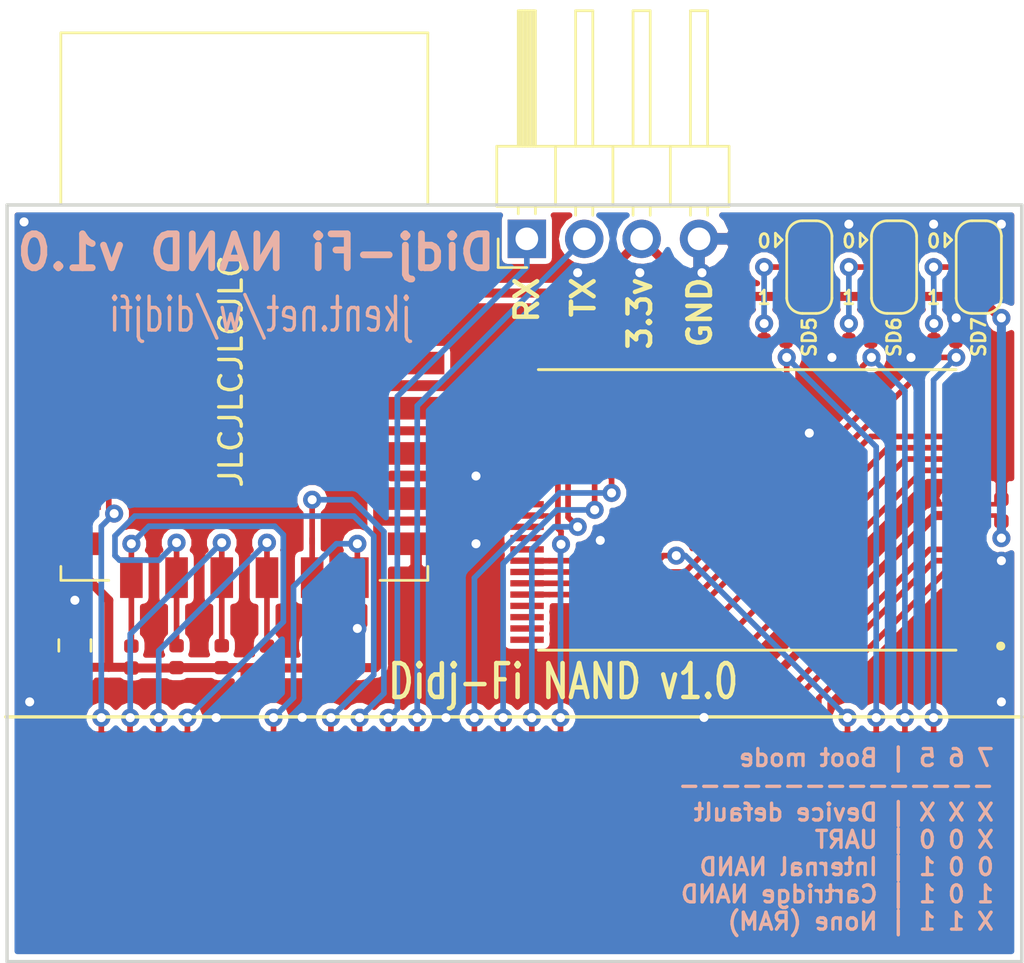
<source format=kicad_pcb>
(kicad_pcb (version 20171130) (host pcbnew 5.0.2+dfsg1-1)

  (general
    (thickness 1.6)
    (drawings 22)
    (tracks 330)
    (zones 0)
    (modules 23)
    (nets 43)
  )

  (page USLetter)
  (title_block
    (title "Didj-Fi NAND")
    (date 2020-05-25)
    (rev v1.0)
  )

  (layers
    (0 F.Cu signal)
    (31 B.Cu signal)
    (32 B.Adhes user)
    (33 F.Adhes user)
    (34 B.Paste user)
    (35 F.Paste user)
    (36 B.SilkS user)
    (37 F.SilkS user)
    (38 B.Mask user)
    (39 F.Mask user)
    (40 Dwgs.User user)
    (41 Cmts.User user)
    (42 Eco1.User user)
    (43 Eco2.User user)
    (44 Edge.Cuts user)
    (45 Margin user)
    (46 B.CrtYd user)
    (47 F.CrtYd user)
    (48 B.Fab user)
    (49 F.Fab user)
  )

  (setup
    (last_trace_width 0.25)
    (trace_clearance 0.2)
    (zone_clearance 0.254)
    (zone_45_only no)
    (trace_min 0.2)
    (segment_width 0.2)
    (edge_width 0.15)
    (via_size 0.8)
    (via_drill 0.4)
    (via_min_size 0.4)
    (via_min_drill 0.3)
    (uvia_size 0.3)
    (uvia_drill 0.1)
    (uvias_allowed no)
    (uvia_min_size 0.2)
    (uvia_min_drill 0.1)
    (pcb_text_width 0.3)
    (pcb_text_size 1.5 1.5)
    (mod_edge_width 0.15)
    (mod_text_size 1 1)
    (mod_text_width 0.15)
    (pad_size 0.889 9.525)
    (pad_drill 0)
    (pad_to_mask_clearance 0.051)
    (solder_mask_min_width 0.25)
    (aux_axis_origin 0 0)
    (visible_elements FFFFFF7F)
    (pcbplotparams
      (layerselection 0x010f0_ffffffff)
      (usegerberextensions false)
      (usegerberattributes false)
      (usegerberadvancedattributes false)
      (creategerberjobfile false)
      (excludeedgelayer true)
      (linewidth 0.100000)
      (plotframeref false)
      (viasonmask false)
      (mode 1)
      (useauxorigin false)
      (hpglpennumber 1)
      (hpglpenspeed 20)
      (hpglpendiameter 15.000000)
      (psnegative false)
      (psa4output false)
      (plotreference true)
      (plotvalue true)
      (plotinvisibletext false)
      (padsonsilk false)
      (subtractmaskfromsilk false)
      (outputformat 1)
      (mirror false)
      (drillshape 0)
      (scaleselection 1)
      (outputdirectory "Didj-Fi_NAND/"))
  )

  (net 0 "")
  (net 1 +3V3)
  (net 2 GND)
  (net 3 /DAT1)
  (net 4 /DAT0)
  (net 5 /CLK)
  (net 6 /CMD)
  (net 7 /DAT3)
  (net 8 /DAT2)
  (net 9 /~RST)
  (net 10 "Net-(U2-Pad7)")
  (net 11 /EN)
  (net 12 /D5)
  (net 13 /D6)
  (net 14 /CLE)
  (net 15 /~WE)
  (net 16 /ALE)
  (net 17 /D3)
  (net 18 /~WP)
  (net 19 /D1)
  (net 20 /D2)
  (net 21 /D0)
  (net 22 /D7)
  (net 23 /R_~B)
  (net 24 /~CE)
  (net 25 /D4)
  (net 26 /~RE)
  (net 27 "Net-(JP2-Pad2)")
  (net 28 "Net-(JP1-Pad2)")
  (net 29 /GPIO15)
  (net 30 "Net-(JP3-Pad2)")
  (net 31 "Net-(U2-Pad2)")
  (net 32 "Net-(U2-Pad4)")
  (net 33 "Net-(U2-Pad5)")
  (net 34 "Net-(U2-Pad6)")
  (net 35 "Net-(U2-Pad19)")
  (net 36 "Net-(U2-Pad20)")
  (net 37 "Net-(U2-Pad21)")
  (net 38 "Net-(U2-Pad22)")
  (net 39 /TX)
  (net 40 /RX)
  (net 41 /GPIO2)
  (net 42 /GPIO0)

  (net_class Default "This is the default net class."
    (clearance 0.2)
    (trace_width 0.25)
    (via_dia 0.8)
    (via_drill 0.4)
    (uvia_dia 0.3)
    (uvia_drill 0.1)
    (add_net /ALE)
    (add_net /CLE)
    (add_net /CLK)
    (add_net /CMD)
    (add_net /D0)
    (add_net /D1)
    (add_net /D2)
    (add_net /D3)
    (add_net /D4)
    (add_net /D5)
    (add_net /D6)
    (add_net /D7)
    (add_net /DAT0)
    (add_net /DAT1)
    (add_net /DAT2)
    (add_net /DAT3)
    (add_net /EN)
    (add_net /GPIO0)
    (add_net /GPIO15)
    (add_net /GPIO2)
    (add_net /RX)
    (add_net /R_~B)
    (add_net /TX)
    (add_net /~CE)
    (add_net /~RE)
    (add_net /~RST)
    (add_net /~WE)
    (add_net /~WP)
    (add_net "Net-(JP1-Pad2)")
    (add_net "Net-(JP2-Pad2)")
    (add_net "Net-(JP3-Pad2)")
    (add_net "Net-(U2-Pad19)")
    (add_net "Net-(U2-Pad2)")
    (add_net "Net-(U2-Pad20)")
    (add_net "Net-(U2-Pad21)")
    (add_net "Net-(U2-Pad22)")
    (add_net "Net-(U2-Pad4)")
    (add_net "Net-(U2-Pad5)")
    (add_net "Net-(U2-Pad6)")
    (add_net "Net-(U2-Pad7)")
  )

  (net_class Power ""
    (clearance 0.2)
    (trace_width 0.4)
    (via_dia 0.8)
    (via_drill 0.4)
    (uvia_dia 0.3)
    (uvia_drill 0.1)
    (add_net +3V3)
    (add_net GND)
  )

  (module Resistor_SMD:R_0402_1005Metric (layer F.Cu) (tedit 5B301BBD) (tstamp 5ECBFD14)
    (at 139.05 101.399998 180)
    (descr "Resistor SMD 0402 (1005 Metric), square (rectangular) end terminal, IPC_7351 nominal, (Body size source: http://www.tortai-tech.com/upload/download/2011102023233369053.pdf), generated with kicad-footprint-generator")
    (tags resistor)
    (path /5ECC9B2F)
    (attr smd)
    (fp_text reference R12 (at 0 -1.17 180) (layer F.SilkS) hide
      (effects (font (size 1 1) (thickness 0.15)))
    )
    (fp_text value 10k (at 0 1.17 180) (layer F.Fab)
      (effects (font (size 1 1) (thickness 0.15)))
    )
    (fp_text user %R (at 0 0 180) (layer F.Fab)
      (effects (font (size 0.25 0.25) (thickness 0.04)))
    )
    (fp_line (start 0.93 0.47) (end -0.93 0.47) (layer F.CrtYd) (width 0.05))
    (fp_line (start 0.93 -0.47) (end 0.93 0.47) (layer F.CrtYd) (width 0.05))
    (fp_line (start -0.93 -0.47) (end 0.93 -0.47) (layer F.CrtYd) (width 0.05))
    (fp_line (start -0.93 0.47) (end -0.93 -0.47) (layer F.CrtYd) (width 0.05))
    (fp_line (start 0.5 0.25) (end -0.5 0.25) (layer F.Fab) (width 0.1))
    (fp_line (start 0.5 -0.25) (end 0.5 0.25) (layer F.Fab) (width 0.1))
    (fp_line (start -0.5 -0.25) (end 0.5 -0.25) (layer F.Fab) (width 0.1))
    (fp_line (start -0.5 0.25) (end -0.5 -0.25) (layer F.Fab) (width 0.1))
    (pad 2 smd roundrect (at 0.485 0 180) (size 0.59 0.64) (layers F.Cu F.Paste F.Mask) (roundrect_rratio 0.25)
      (net 42 /GPIO0))
    (pad 1 smd roundrect (at -0.485 0 180) (size 0.59 0.64) (layers F.Cu F.Paste F.Mask) (roundrect_rratio 0.25)
      (net 1 +3V3))
    (model ${KISYS3DMOD}/Resistor_SMD.3dshapes/R_0402_1005Metric.wrl
      (at (xyz 0 0 0))
      (scale (xyz 1 1 1))
      (rotate (xyz 0 0 0))
    )
  )

  (module Resistor_SMD:R_0402_1005Metric (layer F.Cu) (tedit 5B301BBD) (tstamp 5ECBFAE6)
    (at 139.015 103.399998 180)
    (descr "Resistor SMD 0402 (1005 Metric), square (rectangular) end terminal, IPC_7351 nominal, (Body size source: http://www.tortai-tech.com/upload/download/2011102023233369053.pdf), generated with kicad-footprint-generator")
    (tags resistor)
    (path /5ECC9B7D)
    (attr smd)
    (fp_text reference R11 (at 0 -1.17 180) (layer F.SilkS) hide
      (effects (font (size 1 1) (thickness 0.15)))
    )
    (fp_text value 10k (at 0 1.17 180) (layer F.Fab) hide
      (effects (font (size 1 1) (thickness 0.15)))
    )
    (fp_text user %R (at 0 0 180) (layer F.Fab)
      (effects (font (size 0.25 0.25) (thickness 0.04)))
    )
    (fp_line (start 0.93 0.47) (end -0.93 0.47) (layer F.CrtYd) (width 0.05))
    (fp_line (start 0.93 -0.47) (end 0.93 0.47) (layer F.CrtYd) (width 0.05))
    (fp_line (start -0.93 -0.47) (end 0.93 -0.47) (layer F.CrtYd) (width 0.05))
    (fp_line (start -0.93 0.47) (end -0.93 -0.47) (layer F.CrtYd) (width 0.05))
    (fp_line (start 0.5 0.25) (end -0.5 0.25) (layer F.Fab) (width 0.1))
    (fp_line (start 0.5 -0.25) (end 0.5 0.25) (layer F.Fab) (width 0.1))
    (fp_line (start -0.5 -0.25) (end 0.5 -0.25) (layer F.Fab) (width 0.1))
    (fp_line (start -0.5 0.25) (end -0.5 -0.25) (layer F.Fab) (width 0.1))
    (pad 2 smd roundrect (at 0.485 0 180) (size 0.59 0.64) (layers F.Cu F.Paste F.Mask) (roundrect_rratio 0.25)
      (net 41 /GPIO2))
    (pad 1 smd roundrect (at -0.485 0 180) (size 0.59 0.64) (layers F.Cu F.Paste F.Mask) (roundrect_rratio 0.25)
      (net 1 +3V3))
    (model ${KISYS3DMOD}/Resistor_SMD.3dshapes/R_0402_1005Metric.wrl
      (at (xyz 0 0 0))
      (scale (xyz 1 1 1))
      (rotate (xyz 0 0 0))
    )
  )

  (module RF_Module:ESP-12E locked (layer F.Cu) (tedit 5ECC6840) (tstamp 5ECBFB3C)
    (at 128.75 96.899998)
    (descr "Wi-Fi Module, http://wiki.ai-thinker.com/_media/esp8266/docs/aithinker_esp_12f_datasheet_en.pdf")
    (tags "Wi-Fi Module")
    (path /5EF77771)
    (attr smd)
    (fp_text reference U2 (at -10.56 -5.26) (layer F.SilkS) hide
      (effects (font (size 1 1) (thickness 0.15)))
    )
    (fp_text value ESP-12F (at -0.06 -12.78) (layer F.Fab) hide
      (effects (font (size 1 1) (thickness 0.15)))
    )
    (fp_line (start 5.56 -4.8) (end 8.12 -7.36) (layer Dwgs.User) (width 0.12))
    (fp_line (start 2.56 -4.8) (end 8.12 -10.36) (layer Dwgs.User) (width 0.12))
    (fp_line (start -0.44 -4.8) (end 6.88 -12.12) (layer Dwgs.User) (width 0.12))
    (fp_line (start -3.44 -4.8) (end 3.88 -12.12) (layer Dwgs.User) (width 0.12))
    (fp_line (start -6.44 -4.8) (end 0.88 -12.12) (layer Dwgs.User) (width 0.12))
    (fp_line (start -8.12 -6.12) (end -2.12 -12.12) (layer Dwgs.User) (width 0.12))
    (fp_line (start -8.12 -9.12) (end -5.12 -12.12) (layer Dwgs.User) (width 0.12))
    (fp_line (start -8.12 -4.8) (end -8.12 -12.12) (layer Dwgs.User) (width 0.12))
    (fp_line (start 8.12 -4.8) (end -8.12 -4.8) (layer Dwgs.User) (width 0.12))
    (fp_line (start 8.12 -12.12) (end 8.12 -4.8) (layer Dwgs.User) (width 0.12))
    (fp_line (start -8.12 -12.12) (end 8.12 -12.12) (layer Dwgs.User) (width 0.12))
    (fp_line (start -8.12 -4.5) (end -8.73 -4.5) (layer F.SilkS) (width 0.12))
    (fp_line (start -8.12 -4.5) (end -8.12 -12.12) (layer F.SilkS) (width 0.12))
    (fp_line (start -8.12 12.12) (end -8.12 11.5) (layer F.SilkS) (width 0.12))
    (fp_line (start -6 12.12) (end -8.12 12.12) (layer F.SilkS) (width 0.12))
    (fp_line (start 8.12 12.12) (end 6 12.12) (layer F.SilkS) (width 0.12))
    (fp_line (start 8.12 11.5) (end 8.12 12.12) (layer F.SilkS) (width 0.12))
    (fp_line (start 8.12 -12.12) (end 8.12 -4.5) (layer F.SilkS) (width 0.12))
    (fp_line (start -8.12 -12.12) (end 8.12 -12.12) (layer F.SilkS) (width 0.12))
    (fp_line (start -9.05 13.1) (end -9.05 -12.2) (layer F.CrtYd) (width 0.05))
    (fp_line (start 9.05 13.1) (end -9.05 13.1) (layer F.CrtYd) (width 0.05))
    (fp_line (start 9.05 -12.2) (end 9.05 13.1) (layer F.CrtYd) (width 0.05))
    (fp_line (start -9.05 -12.2) (end 9.05 -12.2) (layer F.CrtYd) (width 0.05))
    (fp_line (start -8 -4) (end -8 -12) (layer F.Fab) (width 0.12))
    (fp_line (start -7.5 -3.5) (end -8 -4) (layer F.Fab) (width 0.12))
    (fp_line (start -8 -3) (end -7.5 -3.5) (layer F.Fab) (width 0.12))
    (fp_line (start -8 12) (end -8 -3) (layer F.Fab) (width 0.12))
    (fp_line (start 8 12) (end -8 12) (layer F.Fab) (width 0.12))
    (fp_line (start 8 -12) (end 8 12) (layer F.Fab) (width 0.12))
    (fp_line (start -8 -12) (end 8 -12) (layer F.Fab) (width 0.12))
    (fp_text user %R (at 0.49 -0.8) (layer F.Fab)
      (effects (font (size 1 1) (thickness 0.15)))
    )
    (fp_text user "KEEP-OUT ZONE" (at 0.03 -9.55 180) (layer Cmts.User)
      (effects (font (size 1 1) (thickness 0.15)))
    )
    (fp_text user Antenna (at -0.06 -7 180) (layer Cmts.User)
      (effects (font (size 1 1) (thickness 0.15)))
    )
    (pad 22 smd rect (at 7.6 -3.5) (size 2.5 1) (layers F.Cu F.Paste F.Mask)
      (net 38 "Net-(U2-Pad22)"))
    (pad 21 smd rect (at 7.6 -1.5) (size 2.5 1) (layers F.Cu F.Paste F.Mask)
      (net 37 "Net-(U2-Pad21)"))
    (pad 20 smd rect (at 7.6 0.5) (size 2.5 1) (layers F.Cu F.Paste F.Mask)
      (net 36 "Net-(U2-Pad20)"))
    (pad 19 smd rect (at 7.6 2.5) (size 2.5 1) (layers F.Cu F.Paste F.Mask)
      (net 35 "Net-(U2-Pad19)"))
    (pad 18 smd rect (at 7.6 4.5) (size 2.5 1) (layers F.Cu F.Paste F.Mask)
      (net 42 /GPIO0))
    (pad 17 smd rect (at 7.6 6.5) (size 2.5 1) (layers F.Cu F.Paste F.Mask)
      (net 41 /GPIO2))
    (pad 16 smd rect (at 7.6 8.5) (size 2.5 1) (layers F.Cu F.Paste F.Mask)
      (net 29 /GPIO15))
    (pad 15 smd rect (at 7.6 10.5) (size 2.5 1) (layers F.Cu F.Paste F.Mask)
      (net 2 GND))
    (pad 14 smd rect (at 5 12) (size 1 1.8) (layers F.Cu F.Paste F.Mask)
      (net 5 /CLK))
    (pad 13 smd rect (at 3 12) (size 1 1.8) (layers F.Cu F.Paste F.Mask)
      (net 3 /DAT1))
    (pad 12 smd rect (at 1 12) (size 1 1.8) (layers F.Cu F.Paste F.Mask)
      (net 7 /DAT3))
    (pad 11 smd rect (at -1 12) (size 1 1.8) (layers F.Cu F.Paste F.Mask)
      (net 8 /DAT2))
    (pad 10 smd rect (at -3 12) (size 1 1.8) (layers F.Cu F.Paste F.Mask)
      (net 4 /DAT0))
    (pad 9 smd rect (at -5 12) (size 1 1.8) (layers F.Cu F.Paste F.Mask)
      (net 6 /CMD))
    (pad 8 smd rect (at -7.6 10.5) (size 2.5 1) (layers F.Cu F.Paste F.Mask)
      (net 1 +3V3))
    (pad 7 smd rect (at -7.6 8.5) (size 2.5 1) (layers F.Cu F.Paste F.Mask)
      (net 10 "Net-(U2-Pad7)"))
    (pad 6 smd rect (at -7.6 6.5) (size 2.5 1) (layers F.Cu F.Paste F.Mask)
      (net 34 "Net-(U2-Pad6)"))
    (pad 5 smd rect (at -7.6 4.5) (size 2.5 1) (layers F.Cu F.Paste F.Mask)
      (net 33 "Net-(U2-Pad5)"))
    (pad 4 smd rect (at -7.6 2.5) (size 2.5 1) (layers F.Cu F.Paste F.Mask)
      (net 32 "Net-(U2-Pad4)"))
    (pad 3 smd rect (at -7.6 0.5) (size 2.5 1) (layers F.Cu F.Paste F.Mask)
      (net 11 /EN))
    (pad 2 smd rect (at -7.6 -1.5) (size 2.5 1) (layers F.Cu F.Paste F.Mask)
      (net 31 "Net-(U2-Pad2)"))
    (pad 1 smd rect (at -7.6 -3.5) (size 2.5 1) (layers F.Cu F.Paste F.Mask)
      (net 9 /~RST))
    (model ${KISYS3DMOD}/RF_Module.3dshapes/ESP-12E.wrl
      (at (xyz 0 0 0))
      (scale (xyz 1 1 1))
      (rotate (xyz 0 0 0))
    )
  )

  (module Jumper:SolderJumper-3_P1.3mm_Open_RoundedPad1.0x1.5mm (layer F.Cu) (tedit 5B391EB7) (tstamp 5ECBFC3A)
    (at 157.5 95.149998 270)
    (descr "SMD Solder 3-pad Jumper, 1x1.5mm rounded Pads, 0.3mm gap, open")
    (tags "solder jumper open")
    (path /5EE2BE70)
    (attr virtual)
    (fp_text reference JP2 (at 0 -1.8 270) (layer F.SilkS) hide
      (effects (font (size 1 1) (thickness 0.15)))
    )
    (fp_text value SD[6] (at 0 1.9 270) (layer F.Fab) hide
      (effects (font (size 1 1) (thickness 0.15)))
    )
    (fp_arc (start -1.35 -0.3) (end -1.35 -1) (angle -90) (layer F.SilkS) (width 0.12))
    (fp_arc (start -1.35 0.3) (end -2.05 0.3) (angle -90) (layer F.SilkS) (width 0.12))
    (fp_arc (start 1.35 0.3) (end 1.35 1) (angle -90) (layer F.SilkS) (width 0.12))
    (fp_arc (start 1.35 -0.3) (end 2.05 -0.3) (angle -90) (layer F.SilkS) (width 0.12))
    (fp_line (start 2.3 1.25) (end -2.3 1.25) (layer F.CrtYd) (width 0.05))
    (fp_line (start 2.3 1.25) (end 2.3 -1.25) (layer F.CrtYd) (width 0.05))
    (fp_line (start -2.3 -1.25) (end -2.3 1.25) (layer F.CrtYd) (width 0.05))
    (fp_line (start -2.3 -1.25) (end 2.3 -1.25) (layer F.CrtYd) (width 0.05))
    (fp_line (start -1.4 -1) (end 1.4 -1) (layer F.SilkS) (width 0.12))
    (fp_line (start 2.05 -0.3) (end 2.05 0.3) (layer F.SilkS) (width 0.12))
    (fp_line (start 1.4 1) (end -1.4 1) (layer F.SilkS) (width 0.12))
    (fp_line (start -2.05 0.3) (end -2.05 -0.3) (layer F.SilkS) (width 0.12))
    (fp_line (start -1.2 1.2) (end -1.5 1.5) (layer F.SilkS) (width 0.12))
    (fp_line (start -1.5 1.5) (end -0.9 1.5) (layer F.SilkS) (width 0.12))
    (fp_line (start -1.2 1.2) (end -0.9 1.5) (layer F.SilkS) (width 0.12))
    (pad 2 smd rect (at 0 0 270) (size 1 1.5) (layers F.Cu F.Mask)
      (net 27 "Net-(JP2-Pad2)"))
    (pad 3 smd custom (at 1.3 0 270) (size 1 0.5) (layers F.Cu F.Mask)
      (net 1 +3V3) (zone_connect 0)
      (options (clearance outline) (anchor rect))
      (primitives
        (gr_circle (center 0 0.25) (end 0.5 0.25) (width 0))
        (gr_circle (center 0 -0.25) (end 0.5 -0.25) (width 0))
        (gr_poly (pts
           (xy -0.55 -0.75) (xy 0 -0.75) (xy 0 0.75) (xy -0.55 0.75)) (width 0))
      ))
    (pad 1 smd custom (at -1.3 0 270) (size 1 0.5) (layers F.Cu F.Mask)
      (net 2 GND) (zone_connect 0)
      (options (clearance outline) (anchor rect))
      (primitives
        (gr_circle (center 0 0.25) (end 0.5 0.25) (width 0))
        (gr_circle (center 0 -0.25) (end 0.5 -0.25) (width 0))
        (gr_poly (pts
           (xy 0.55 -0.75) (xy 0 -0.75) (xy 0 0.75) (xy 0.55 0.75)) (width 0))
      ))
  )

  (module Connector_PinHeader_2.54mm:PinHeader_1x04_P2.54mm_Horizontal locked (layer F.Cu) (tedit 5ECC685F) (tstamp 5ECC01FF)
    (at 141.25 93.899998 90)
    (descr "Through hole angled pin header, 1x04, 2.54mm pitch, 6mm pin length, single row")
    (tags "Through hole angled pin header THT 1x04 2.54mm single row")
    (path /5F0E2690)
    (fp_text reference J2 (at 0.5 0 90) (layer F.SilkS) hide
      (effects (font (size 1 1) (thickness 0.15)))
    )
    (fp_text value Conn_01x04_Male (at 4.385 9.89 90) (layer F.Fab) hide
      (effects (font (size 1 1) (thickness 0.15)))
    )
    (fp_text user %R (at 2.77 3.81 180) (layer F.Fab) hide
      (effects (font (size 1 1) (thickness 0.15)))
    )
    (fp_line (start 10.55 -1.8) (end -1.8 -1.8) (layer F.CrtYd) (width 0.05))
    (fp_line (start 10.55 9.4) (end 10.55 -1.8) (layer F.CrtYd) (width 0.05))
    (fp_line (start -1.8 9.4) (end 10.55 9.4) (layer F.CrtYd) (width 0.05))
    (fp_line (start -1.8 -1.8) (end -1.8 9.4) (layer F.CrtYd) (width 0.05))
    (fp_line (start -1.27 -1.27) (end 0 -1.27) (layer F.SilkS) (width 0.12))
    (fp_line (start -1.27 0) (end -1.27 -1.27) (layer F.SilkS) (width 0.12))
    (fp_line (start 1.042929 8) (end 1.44 8) (layer F.SilkS) (width 0.12))
    (fp_line (start 1.042929 7.24) (end 1.44 7.24) (layer F.SilkS) (width 0.12))
    (fp_line (start 10.1 8) (end 4.1 8) (layer F.SilkS) (width 0.12))
    (fp_line (start 10.1 7.24) (end 10.1 8) (layer F.SilkS) (width 0.12))
    (fp_line (start 4.1 7.24) (end 10.1 7.24) (layer F.SilkS) (width 0.12))
    (fp_line (start 1.44 6.35) (end 4.1 6.35) (layer F.SilkS) (width 0.12))
    (fp_line (start 1.042929 5.46) (end 1.44 5.46) (layer F.SilkS) (width 0.12))
    (fp_line (start 1.042929 4.7) (end 1.44 4.7) (layer F.SilkS) (width 0.12))
    (fp_line (start 10.1 5.46) (end 4.1 5.46) (layer F.SilkS) (width 0.12))
    (fp_line (start 10.1 4.7) (end 10.1 5.46) (layer F.SilkS) (width 0.12))
    (fp_line (start 4.1 4.7) (end 10.1 4.7) (layer F.SilkS) (width 0.12))
    (fp_line (start 1.44 3.81) (end 4.1 3.81) (layer F.SilkS) (width 0.12))
    (fp_line (start 1.042929 2.92) (end 1.44 2.92) (layer F.SilkS) (width 0.12))
    (fp_line (start 1.042929 2.16) (end 1.44 2.16) (layer F.SilkS) (width 0.12))
    (fp_line (start 10.1 2.92) (end 4.1 2.92) (layer F.SilkS) (width 0.12))
    (fp_line (start 10.1 2.16) (end 10.1 2.92) (layer F.SilkS) (width 0.12))
    (fp_line (start 4.1 2.16) (end 10.1 2.16) (layer F.SilkS) (width 0.12))
    (fp_line (start 1.44 1.27) (end 4.1 1.27) (layer F.SilkS) (width 0.12))
    (fp_line (start 1.11 0.38) (end 1.44 0.38) (layer F.SilkS) (width 0.12))
    (fp_line (start 1.11 -0.38) (end 1.44 -0.38) (layer F.SilkS) (width 0.12))
    (fp_line (start 4.1 0.28) (end 10.1 0.28) (layer F.SilkS) (width 0.12))
    (fp_line (start 4.1 0.16) (end 10.1 0.16) (layer F.SilkS) (width 0.12))
    (fp_line (start 4.1 0.04) (end 10.1 0.04) (layer F.SilkS) (width 0.12))
    (fp_line (start 4.1 -0.08) (end 10.1 -0.08) (layer F.SilkS) (width 0.12))
    (fp_line (start 4.1 -0.2) (end 10.1 -0.2) (layer F.SilkS) (width 0.12))
    (fp_line (start 4.1 -0.32) (end 10.1 -0.32) (layer F.SilkS) (width 0.12))
    (fp_line (start 10.1 0.38) (end 4.1 0.38) (layer F.SilkS) (width 0.12))
    (fp_line (start 10.1 -0.38) (end 10.1 0.38) (layer F.SilkS) (width 0.12))
    (fp_line (start 4.1 -0.38) (end 10.1 -0.38) (layer F.SilkS) (width 0.12))
    (fp_line (start 4.1 -1.33) (end 1.44 -1.33) (layer F.SilkS) (width 0.12))
    (fp_line (start 4.1 8.95) (end 4.1 -1.33) (layer F.SilkS) (width 0.12))
    (fp_line (start 1.44 8.95) (end 4.1 8.95) (layer F.SilkS) (width 0.12))
    (fp_line (start 1.44 -1.33) (end 1.44 8.95) (layer F.SilkS) (width 0.12))
    (fp_line (start 4.04 7.94) (end 10.04 7.94) (layer F.Fab) (width 0.1))
    (fp_line (start 10.04 7.3) (end 10.04 7.94) (layer F.Fab) (width 0.1))
    (fp_line (start 4.04 7.3) (end 10.04 7.3) (layer F.Fab) (width 0.1))
    (fp_line (start -0.32 7.94) (end 1.5 7.94) (layer F.Fab) (width 0.1))
    (fp_line (start -0.32 7.3) (end -0.32 7.94) (layer F.Fab) (width 0.1))
    (fp_line (start -0.32 7.3) (end 1.5 7.3) (layer F.Fab) (width 0.1))
    (fp_line (start 4.04 5.4) (end 10.04 5.4) (layer F.Fab) (width 0.1))
    (fp_line (start 10.04 4.76) (end 10.04 5.4) (layer F.Fab) (width 0.1))
    (fp_line (start 4.04 4.76) (end 10.04 4.76) (layer F.Fab) (width 0.1))
    (fp_line (start -0.32 5.4) (end 1.5 5.4) (layer F.Fab) (width 0.1))
    (fp_line (start -0.32 4.76) (end -0.32 5.4) (layer F.Fab) (width 0.1))
    (fp_line (start -0.32 4.76) (end 1.5 4.76) (layer F.Fab) (width 0.1))
    (fp_line (start 4.04 2.86) (end 10.04 2.86) (layer F.Fab) (width 0.1))
    (fp_line (start 10.04 2.22) (end 10.04 2.86) (layer F.Fab) (width 0.1))
    (fp_line (start 4.04 2.22) (end 10.04 2.22) (layer F.Fab) (width 0.1))
    (fp_line (start -0.32 2.86) (end 1.5 2.86) (layer F.Fab) (width 0.1))
    (fp_line (start -0.32 2.22) (end -0.32 2.86) (layer F.Fab) (width 0.1))
    (fp_line (start -0.32 2.22) (end 1.5 2.22) (layer F.Fab) (width 0.1))
    (fp_line (start 4.04 0.32) (end 10.04 0.32) (layer F.Fab) (width 0.1))
    (fp_line (start 10.04 -0.32) (end 10.04 0.32) (layer F.Fab) (width 0.1))
    (fp_line (start 4.04 -0.32) (end 10.04 -0.32) (layer F.Fab) (width 0.1))
    (fp_line (start -0.32 0.32) (end 1.5 0.32) (layer F.Fab) (width 0.1))
    (fp_line (start -0.32 -0.32) (end -0.32 0.32) (layer F.Fab) (width 0.1))
    (fp_line (start -0.32 -0.32) (end 1.5 -0.32) (layer F.Fab) (width 0.1))
    (fp_line (start 1.5 -0.635) (end 2.135 -1.27) (layer F.Fab) (width 0.1))
    (fp_line (start 1.5 8.89) (end 1.5 -0.635) (layer F.Fab) (width 0.1))
    (fp_line (start 4.04 8.89) (end 1.5 8.89) (layer F.Fab) (width 0.1))
    (fp_line (start 4.04 -1.27) (end 4.04 8.89) (layer F.Fab) (width 0.1))
    (fp_line (start 2.135 -1.27) (end 4.04 -1.27) (layer F.Fab) (width 0.1))
    (pad 4 thru_hole oval (at 0 7.62 90) (size 1.7 1.7) (drill 1) (layers *.Cu *.Mask)
      (net 2 GND))
    (pad 3 thru_hole oval (at 0 5.08 90) (size 1.7 1.7) (drill 1) (layers *.Cu *.Mask)
      (net 1 +3V3))
    (pad 2 thru_hole oval (at 0 2.54 90) (size 1.7 1.7) (drill 1) (layers *.Cu *.Mask)
      (net 39 /TX))
    (pad 1 thru_hole rect (at 0 0 90) (size 1.7 1.7) (drill 1) (layers *.Cu *.Mask)
      (net 40 /RX))
    (model ${KISYS3DMOD}/Connector_PinHeader_2.54mm.3dshapes/PinHeader_1x04_P2.54mm_Horizontal.wrl
      (at (xyz 0 0 0))
      (scale (xyz 1 1 1))
      (rotate (xyz 0 0 0))
    )
  )

  (module Capacitor_SMD:C_0805_2012Metric (layer F.Cu) (tedit 5B36C52B) (tstamp 5ECC02A7)
    (at 121.25 111.899998 90)
    (descr "Capacitor SMD 0805 (2012 Metric), square (rectangular) end terminal, IPC_7351 nominal, (Body size source: https://docs.google.com/spreadsheets/d/1BsfQQcO9C6DZCsRaXUlFlo91Tg2WpOkGARC1WS5S8t0/edit?usp=sharing), generated with kicad-footprint-generator")
    (tags capacitor)
    (path /5ED40EB7)
    (attr smd)
    (fp_text reference C3 (at 0 -1.65 90) (layer F.SilkS) hide
      (effects (font (size 1 1) (thickness 0.15)))
    )
    (fp_text value 22u (at 0 1.65 90) (layer F.Fab) hide
      (effects (font (size 1 1) (thickness 0.15)))
    )
    (fp_text user %R (at 0 0 90) (layer F.Fab)
      (effects (font (size 0.5 0.5) (thickness 0.08)))
    )
    (fp_line (start 1.68 0.95) (end -1.68 0.95) (layer F.CrtYd) (width 0.05))
    (fp_line (start 1.68 -0.95) (end 1.68 0.95) (layer F.CrtYd) (width 0.05))
    (fp_line (start -1.68 -0.95) (end 1.68 -0.95) (layer F.CrtYd) (width 0.05))
    (fp_line (start -1.68 0.95) (end -1.68 -0.95) (layer F.CrtYd) (width 0.05))
    (fp_line (start -0.258578 0.71) (end 0.258578 0.71) (layer F.SilkS) (width 0.12))
    (fp_line (start -0.258578 -0.71) (end 0.258578 -0.71) (layer F.SilkS) (width 0.12))
    (fp_line (start 1 0.6) (end -1 0.6) (layer F.Fab) (width 0.1))
    (fp_line (start 1 -0.6) (end 1 0.6) (layer F.Fab) (width 0.1))
    (fp_line (start -1 -0.6) (end 1 -0.6) (layer F.Fab) (width 0.1))
    (fp_line (start -1 0.6) (end -1 -0.6) (layer F.Fab) (width 0.1))
    (pad 2 smd roundrect (at 0.9375 0 90) (size 0.975 1.4) (layers F.Cu F.Paste F.Mask) (roundrect_rratio 0.25)
      (net 2 GND))
    (pad 1 smd roundrect (at -0.9375 0 90) (size 0.975 1.4) (layers F.Cu F.Paste F.Mask) (roundrect_rratio 0.25)
      (net 1 +3V3))
    (model ${KISYS3DMOD}/Capacitor_SMD.3dshapes/C_0805_2012Metric.wrl
      (at (xyz 0 0 0))
      (scale (xyz 1 1 1))
      (rotate (xyz 0 0 0))
    )
  )

  (module Resistor_SMD:R_0402_1005Metric (layer F.Cu) (tedit 5B301BBD) (tstamp 5ECC0197)
    (at 152.235 98.399998 180)
    (descr "Resistor SMD 0402 (1005 Metric), square (rectangular) end terminal, IPC_7351 nominal, (Body size source: http://www.tortai-tech.com/upload/download/2011102023233369053.pdf), generated with kicad-footprint-generator")
    (tags resistor)
    (path /5EE45BF6)
    (attr smd)
    (fp_text reference R10 (at 0 -1.17 180) (layer F.SilkS) hide
      (effects (font (size 1 1) (thickness 0.15)))
    )
    (fp_text value 4.7k (at 0 1.17 180) (layer F.Fab) hide
      (effects (font (size 1 1) (thickness 0.15)))
    )
    (fp_text user %R (at 0 0 180) (layer F.Fab)
      (effects (font (size 0.25 0.25) (thickness 0.04)))
    )
    (fp_line (start 0.93 0.47) (end -0.93 0.47) (layer F.CrtYd) (width 0.05))
    (fp_line (start 0.93 -0.47) (end 0.93 0.47) (layer F.CrtYd) (width 0.05))
    (fp_line (start -0.93 -0.47) (end 0.93 -0.47) (layer F.CrtYd) (width 0.05))
    (fp_line (start -0.93 0.47) (end -0.93 -0.47) (layer F.CrtYd) (width 0.05))
    (fp_line (start 0.5 0.25) (end -0.5 0.25) (layer F.Fab) (width 0.1))
    (fp_line (start 0.5 -0.25) (end 0.5 0.25) (layer F.Fab) (width 0.1))
    (fp_line (start -0.5 -0.25) (end 0.5 -0.25) (layer F.Fab) (width 0.1))
    (fp_line (start -0.5 0.25) (end -0.5 -0.25) (layer F.Fab) (width 0.1))
    (pad 2 smd roundrect (at 0.485 0 180) (size 0.59 0.64) (layers F.Cu F.Paste F.Mask) (roundrect_rratio 0.25)
      (net 30 "Net-(JP3-Pad2)"))
    (pad 1 smd roundrect (at -0.485 0 180) (size 0.59 0.64) (layers F.Cu F.Paste F.Mask) (roundrect_rratio 0.25)
      (net 12 /D5))
    (model ${KISYS3DMOD}/Resistor_SMD.3dshapes/R_0402_1005Metric.wrl
      (at (xyz 0 0 0))
      (scale (xyz 1 1 1))
      (rotate (xyz 0 0 0))
    )
  )

  (module Resistor_SMD:R_0402_1005Metric (layer F.Cu) (tedit 5B301BBD) (tstamp 5ECBFCEA)
    (at 138.5 105.899998 90)
    (descr "Resistor SMD 0402 (1005 Metric), square (rectangular) end terminal, IPC_7351 nominal, (Body size source: http://www.tortai-tech.com/upload/download/2011102023233369053.pdf), generated with kicad-footprint-generator")
    (tags resistor)
    (path /5ECC4295)
    (attr smd)
    (fp_text reference R9 (at 0 -1.17 90) (layer F.SilkS) hide
      (effects (font (size 1 1) (thickness 0.15)))
    )
    (fp_text value 10k (at 0 1.17 90) (layer F.Fab) hide
      (effects (font (size 1 1) (thickness 0.15)))
    )
    (fp_text user %R (at 0 0 90) (layer F.Fab)
      (effects (font (size 0.25 0.25) (thickness 0.04)))
    )
    (fp_line (start 0.93 0.47) (end -0.93 0.47) (layer F.CrtYd) (width 0.05))
    (fp_line (start 0.93 -0.47) (end 0.93 0.47) (layer F.CrtYd) (width 0.05))
    (fp_line (start -0.93 -0.47) (end 0.93 -0.47) (layer F.CrtYd) (width 0.05))
    (fp_line (start -0.93 0.47) (end -0.93 -0.47) (layer F.CrtYd) (width 0.05))
    (fp_line (start 0.5 0.25) (end -0.5 0.25) (layer F.Fab) (width 0.1))
    (fp_line (start 0.5 -0.25) (end 0.5 0.25) (layer F.Fab) (width 0.1))
    (fp_line (start -0.5 -0.25) (end 0.5 -0.25) (layer F.Fab) (width 0.1))
    (fp_line (start -0.5 0.25) (end -0.5 -0.25) (layer F.Fab) (width 0.1))
    (pad 2 smd roundrect (at 0.485 0 90) (size 0.59 0.64) (layers F.Cu F.Paste F.Mask) (roundrect_rratio 0.25)
      (net 29 /GPIO15))
    (pad 1 smd roundrect (at -0.485 0 90) (size 0.59 0.64) (layers F.Cu F.Paste F.Mask) (roundrect_rratio 0.25)
      (net 1 +3V3))
    (model ${KISYS3DMOD}/Resistor_SMD.3dshapes/R_0402_1005Metric.wrl
      (at (xyz 0 0 0))
      (scale (xyz 1 1 1))
      (rotate (xyz 0 0 0))
    )
  )

  (module Resistor_SMD:R_0402_1005Metric (layer F.Cu) (tedit 5B301BBD) (tstamp 5ECC006B)
    (at 127.75 112.399998 90)
    (descr "Resistor SMD 0402 (1005 Metric), square (rectangular) end terminal, IPC_7351 nominal, (Body size source: http://www.tortai-tech.com/upload/download/2011102023233369053.pdf), generated with kicad-footprint-generator")
    (tags resistor)
    (path /5EC8D8C9)
    (attr smd)
    (fp_text reference R4 (at 0 -1.17 90) (layer F.SilkS) hide
      (effects (font (size 1 1) (thickness 0.15)))
    )
    (fp_text value 10k (at 0 1.17 90) (layer F.Fab) hide
      (effects (font (size 1 1) (thickness 0.15)))
    )
    (fp_text user %R (at 0 0 90) (layer F.Fab)
      (effects (font (size 0.25 0.25) (thickness 0.04)))
    )
    (fp_line (start 0.93 0.47) (end -0.93 0.47) (layer F.CrtYd) (width 0.05))
    (fp_line (start 0.93 -0.47) (end 0.93 0.47) (layer F.CrtYd) (width 0.05))
    (fp_line (start -0.93 -0.47) (end 0.93 -0.47) (layer F.CrtYd) (width 0.05))
    (fp_line (start -0.93 0.47) (end -0.93 -0.47) (layer F.CrtYd) (width 0.05))
    (fp_line (start 0.5 0.25) (end -0.5 0.25) (layer F.Fab) (width 0.1))
    (fp_line (start 0.5 -0.25) (end 0.5 0.25) (layer F.Fab) (width 0.1))
    (fp_line (start -0.5 -0.25) (end 0.5 -0.25) (layer F.Fab) (width 0.1))
    (fp_line (start -0.5 0.25) (end -0.5 -0.25) (layer F.Fab) (width 0.1))
    (pad 2 smd roundrect (at 0.485 0 90) (size 0.59 0.64) (layers F.Cu F.Paste F.Mask) (roundrect_rratio 0.25)
      (net 8 /DAT2))
    (pad 1 smd roundrect (at -0.485 0 90) (size 0.59 0.64) (layers F.Cu F.Paste F.Mask) (roundrect_rratio 0.25)
      (net 1 +3V3))
    (model ${KISYS3DMOD}/Resistor_SMD.3dshapes/R_0402_1005Metric.wrl
      (at (xyz 0 0 0))
      (scale (xyz 1 1 1))
      (rotate (xyz 0 0 0))
    )
  )

  (module project:didj_cart (layer F.Cu) (tedit 5ECC671E) (tstamp 5ECBFC8E)
    (at 118.1865 115.064498)
    (path /5ECA2882)
    (attr smd)
    (fp_text reference J1 (at 2.032 -12.446) (layer F.SilkS) hide
      (effects (font (size 1 1) (thickness 0.15)))
    )
    (fp_text value didj_cart (at 3.048 -14.224) (layer F.Fab) hide
      (effects (font (size 1 1) (thickness 0.15)))
    )
    (fp_text user 30 (at 42.926 4.958) (layer F.SilkS) hide
      (effects (font (size 1 1) (thickness 0.15)))
    )
    (fp_text user 1 (at 2.032 4.958) (layer F.SilkS) hide
      (effects (font (size 1 1) (thickness 0.15)))
    )
    (fp_line (start 0 0) (end 45 0) (layer F.SilkS) (width 0.15))
    (fp_line (start 0 0) (end 0 10.8) (layer Dwgs.User) (width 0.15))
    (fp_line (start 45 10.8) (end 45 0) (layer Dwgs.User) (width 0.15))
    (fp_line (start 0 10.8) (end 45 10.8) (layer Dwgs.User) (width 0.15))
    (pad 25 connect rect (at 34.58 5.085) (size 0.889 8.89) (layers F.Cu F.Mask)
      (net 26 /~RE))
    (pad 27 connect rect (at 37.12 5.085) (size 0.889 8.89) (layers F.Cu F.Mask)
      (net 25 /D4))
    (pad 24 connect rect (at 33.31 5.085) (size 0.889 8.89) (layers F.Cu F.Mask)
      (net 24 /~CE))
    (pad 26 connect rect (at 35.85 5.085) (size 0.889 8.89) (layers F.Cu F.Mask)
      (net 23 /R_~B))
    (pad 29 connect rect (at 39.66 5.085) (size 0.889 8.89) (layers F.Cu F.Mask)
      (net 13 /D6))
    (pad 23 connect rect (at 32.04 5.085) (size 0.889 9.525) (drill (offset 0 0.3125)) (layers F.Cu F.Mask)
      (net 1 +3V3))
    (pad 28 connect rect (at 38.39 5.085) (size 0.889 8.89) (layers F.Cu F.Mask)
      (net 12 /D5))
    (pad 30 connect rect (at 40.93 5.085) (size 0.889 8.89) (layers F.Cu F.Mask)
      (net 22 /D7))
    (pad 22 connect rect (at 30.77 5.085) (size 0.889 9.525) (drill (offset 0 0.3125)) (layers F.Cu F.Mask)
      (net 2 GND))
    (pad 14 connect rect (at 20.61 5.085) (size 0.889 8.89) (layers F.Cu F.Mask)
      (net 21 /D0))
    (pad 16 connect rect (at 23.15 5.085) (size 0.889 8.89) (layers F.Cu F.Mask)
      (net 20 /D2))
    (pad 13 connect rect (at 19.34 5.085) (size 0.889 9.525) (drill (offset 0 0.3125)) (layers F.Cu F.Mask)
      (net 2 GND))
    (pad 15 connect rect (at 21.88 5.085) (size 0.889 8.89) (layers F.Cu F.Mask)
      (net 19 /D1))
    (pad 18 connect rect (at 25.69 5.085) (size 0.889 8.89) (layers F.Cu F.Mask)
      (net 18 /~WP))
    (pad 12 connect rect (at 18.07 5.085) (size 0.889 8.89) (layers F.Cu F.Mask)
      (net 39 /TX))
    (pad 17 connect rect (at 24.42 5.085) (size 0.889 8.89) (layers F.Cu F.Mask)
      (net 17 /D3))
    (pad 20 connect rect (at 28.23 5.085) (size 0.889 8.89) (layers F.Cu F.Mask)
      (net 16 /ALE))
    (pad 19 connect rect (at 26.96 5.085) (size 0.889 8.89) (layers F.Cu F.Mask)
      (net 15 /~WE))
    (pad 21 connect rect (at 29.5 5.085) (size 0.889 8.89) (layers F.Cu F.Mask)
      (net 14 /CLE))
    (pad 11 connect rect (at 16.8 5.085) (size 0.889 8.89) (layers F.Cu F.Mask)
      (net 40 /RX))
    (pad 10 connect rect (at 15.53 5.085) (size 0.889 8.89) (layers F.Cu F.Mask)
      (net 3 /DAT1))
    (pad 9 connect rect (at 14.26 5.085) (size 0.889 8.89) (layers F.Cu F.Mask)
      (net 4 /DAT0))
    (pad 8 connect rect (at 12.99 5.085) (size 0.889 9.525) (drill (offset 0 0.3125)) (layers F.Cu F.Mask)
      (net 2 GND))
    (pad 7 connect rect (at 11.72 5.085) (size 0.889 8.89) (layers F.Cu F.Mask)
      (net 5 /CLK))
    (pad 6 connect rect (at 10.45 5.085) (size 0.889 9.525) (drill (offset 0 0.3125)) (layers F.Cu F.Mask)
      (net 1 +3V3))
    (pad 5 connect rect (at 9.18 5.085) (size 0.889 9.525) (drill (offset 0 0.3175)) (layers F.Cu F.Mask)
      (net 2 GND))
    (pad 4 connect rect (at 7.91 5.085) (size 0.889 8.89) (layers F.Cu F.Mask)
      (net 6 /CMD))
    (pad 3 connect rect (at 6.64 5.085) (size 0.889 8.89) (layers F.Cu F.Mask)
      (net 7 /DAT3))
    (pad 2 connect rect (at 5.37 5.085) (size 0.889 8.89) (layers F.Cu F.Mask)
      (net 8 /DAT2))
    (pad 1 connect rect (at 4.1 5.085) (size 0.889 8.89) (layers F.Cu F.Mask)
      (net 11 /EN))
  )

  (module Capacitor_SMD:C_0402_1005Metric (layer F.Cu) (tedit 5B301BBE) (tstamp 5ECBFD68)
    (at 139.5 105.899998 90)
    (descr "Capacitor SMD 0402 (1005 Metric), square (rectangular) end terminal, IPC_7351 nominal, (Body size source: http://www.tortai-tech.com/upload/download/2011102023233369053.pdf), generated with kicad-footprint-generator")
    (tags capacitor)
    (path /5EDCDC07)
    (attr smd)
    (fp_text reference C1 (at 0 -1.17 90) (layer F.SilkS) hide
      (effects (font (size 1 1) (thickness 0.15)))
    )
    (fp_text value 0.1u (at 0 1.17 90) (layer F.Fab) hide
      (effects (font (size 1 1) (thickness 0.15)))
    )
    (fp_text user %R (at 0 0 90) (layer F.Fab)
      (effects (font (size 0.25 0.25) (thickness 0.04)))
    )
    (fp_line (start 0.93 0.47) (end -0.93 0.47) (layer F.CrtYd) (width 0.05))
    (fp_line (start 0.93 -0.47) (end 0.93 0.47) (layer F.CrtYd) (width 0.05))
    (fp_line (start -0.93 -0.47) (end 0.93 -0.47) (layer F.CrtYd) (width 0.05))
    (fp_line (start -0.93 0.47) (end -0.93 -0.47) (layer F.CrtYd) (width 0.05))
    (fp_line (start 0.5 0.25) (end -0.5 0.25) (layer F.Fab) (width 0.1))
    (fp_line (start 0.5 -0.25) (end 0.5 0.25) (layer F.Fab) (width 0.1))
    (fp_line (start -0.5 -0.25) (end 0.5 -0.25) (layer F.Fab) (width 0.1))
    (fp_line (start -0.5 0.25) (end -0.5 -0.25) (layer F.Fab) (width 0.1))
    (pad 2 smd roundrect (at 0.485 0 90) (size 0.59 0.64) (layers F.Cu F.Paste F.Mask) (roundrect_rratio 0.25)
      (net 2 GND))
    (pad 1 smd roundrect (at -0.485 0 90) (size 0.59 0.64) (layers F.Cu F.Paste F.Mask) (roundrect_rratio 0.25)
      (net 1 +3V3))
    (model ${KISYS3DMOD}/Capacitor_SMD.3dshapes/C_0402_1005Metric.wrl
      (at (xyz 0 0 0))
      (scale (xyz 1 1 1))
      (rotate (xyz 0 0 0))
    )
  )

  (module Capacitor_SMD:C_0402_1005Metric (layer F.Cu) (tedit 5B301BBE) (tstamp 5ECBF954)
    (at 133.75 112.399998 90)
    (descr "Capacitor SMD 0402 (1005 Metric), square (rectangular) end terminal, IPC_7351 nominal, (Body size source: http://www.tortai-tech.com/upload/download/2011102023233369053.pdf), generated with kicad-footprint-generator")
    (tags capacitor)
    (path /5ED40F65)
    (attr smd)
    (fp_text reference C4 (at 0 -1.17 90) (layer F.SilkS) hide
      (effects (font (size 1 1) (thickness 0.15)))
    )
    (fp_text value 0.1u (at 0 1.17 90) (layer F.Fab) hide
      (effects (font (size 1 1) (thickness 0.15)))
    )
    (fp_text user %R (at 0 0 90) (layer F.Fab)
      (effects (font (size 0.25 0.25) (thickness 0.04)))
    )
    (fp_line (start 0.93 0.47) (end -0.93 0.47) (layer F.CrtYd) (width 0.05))
    (fp_line (start 0.93 -0.47) (end 0.93 0.47) (layer F.CrtYd) (width 0.05))
    (fp_line (start -0.93 -0.47) (end 0.93 -0.47) (layer F.CrtYd) (width 0.05))
    (fp_line (start -0.93 0.47) (end -0.93 -0.47) (layer F.CrtYd) (width 0.05))
    (fp_line (start 0.5 0.25) (end -0.5 0.25) (layer F.Fab) (width 0.1))
    (fp_line (start 0.5 -0.25) (end 0.5 0.25) (layer F.Fab) (width 0.1))
    (fp_line (start -0.5 -0.25) (end 0.5 -0.25) (layer F.Fab) (width 0.1))
    (fp_line (start -0.5 0.25) (end -0.5 -0.25) (layer F.Fab) (width 0.1))
    (pad 2 smd roundrect (at 0.485 0 90) (size 0.59 0.64) (layers F.Cu F.Paste F.Mask) (roundrect_rratio 0.25)
      (net 2 GND))
    (pad 1 smd roundrect (at -0.485 0 90) (size 0.59 0.64) (layers F.Cu F.Paste F.Mask) (roundrect_rratio 0.25)
      (net 1 +3V3))
    (model ${KISYS3DMOD}/Capacitor_SMD.3dshapes/C_0402_1005Metric.wrl
      (at (xyz 0 0 0))
      (scale (xyz 1 1 1))
      (rotate (xyz 0 0 0))
    )
  )

  (module Jumper:SolderJumper-3_P1.3mm_Open_RoundedPad1.0x1.5mm (layer F.Cu) (tedit 5B391EB7) (tstamp 5ECBF9CD)
    (at 161.25 95.149998 270)
    (descr "SMD Solder 3-pad Jumper, 1x1.5mm rounded Pads, 0.3mm gap, open")
    (tags "solder jumper open")
    (path /5EEED40F)
    (attr virtual)
    (fp_text reference JP1 (at 0 -1.8 270) (layer F.SilkS) hide
      (effects (font (size 1 1) (thickness 0.15)))
    )
    (fp_text value SD[7] (at 0 1.9 270) (layer F.Fab) hide
      (effects (font (size 1 1) (thickness 0.15)))
    )
    (fp_arc (start -1.35 -0.3) (end -1.35 -1) (angle -90) (layer F.SilkS) (width 0.12))
    (fp_arc (start -1.35 0.3) (end -2.05 0.3) (angle -90) (layer F.SilkS) (width 0.12))
    (fp_arc (start 1.35 0.3) (end 1.35 1) (angle -90) (layer F.SilkS) (width 0.12))
    (fp_arc (start 1.35 -0.3) (end 2.05 -0.3) (angle -90) (layer F.SilkS) (width 0.12))
    (fp_line (start 2.3 1.25) (end -2.3 1.25) (layer F.CrtYd) (width 0.05))
    (fp_line (start 2.3 1.25) (end 2.3 -1.25) (layer F.CrtYd) (width 0.05))
    (fp_line (start -2.3 -1.25) (end -2.3 1.25) (layer F.CrtYd) (width 0.05))
    (fp_line (start -2.3 -1.25) (end 2.3 -1.25) (layer F.CrtYd) (width 0.05))
    (fp_line (start -1.4 -1) (end 1.4 -1) (layer F.SilkS) (width 0.12))
    (fp_line (start 2.05 -0.3) (end 2.05 0.3) (layer F.SilkS) (width 0.12))
    (fp_line (start 1.4 1) (end -1.4 1) (layer F.SilkS) (width 0.12))
    (fp_line (start -2.05 0.3) (end -2.05 -0.3) (layer F.SilkS) (width 0.12))
    (fp_line (start -1.2 1.2) (end -1.5 1.5) (layer F.SilkS) (width 0.12))
    (fp_line (start -1.5 1.5) (end -0.9 1.5) (layer F.SilkS) (width 0.12))
    (fp_line (start -1.2 1.2) (end -0.9 1.5) (layer F.SilkS) (width 0.12))
    (pad 2 smd rect (at 0 0 270) (size 1 1.5) (layers F.Cu F.Mask)
      (net 28 "Net-(JP1-Pad2)"))
    (pad 3 smd custom (at 1.3 0 270) (size 1 0.5) (layers F.Cu F.Mask)
      (net 1 +3V3) (zone_connect 0)
      (options (clearance outline) (anchor rect))
      (primitives
        (gr_circle (center 0 0.25) (end 0.5 0.25) (width 0))
        (gr_circle (center 0 -0.25) (end 0.5 -0.25) (width 0))
        (gr_poly (pts
           (xy -0.55 -0.75) (xy 0 -0.75) (xy 0 0.75) (xy -0.55 0.75)) (width 0))
      ))
    (pad 1 smd custom (at -1.3 0 270) (size 1 0.5) (layers F.Cu F.Mask)
      (net 2 GND) (zone_connect 0)
      (options (clearance outline) (anchor rect))
      (primitives
        (gr_circle (center 0 0.25) (end 0.5 0.25) (width 0))
        (gr_circle (center 0 -0.25) (end 0.5 -0.25) (width 0))
        (gr_poly (pts
           (xy 0.55 -0.75) (xy 0 -0.75) (xy 0 0.75) (xy 0.55 0.75)) (width 0))
      ))
  )

  (module Jumper:SolderJumper-3_P1.3mm_Open_RoundedPad1.0x1.5mm (layer F.Cu) (tedit 5B391EB7) (tstamp 5ECBFBC5)
    (at 153.75 95.149998 270)
    (descr "SMD Solder 3-pad Jumper, 1x1.5mm rounded Pads, 0.3mm gap, open")
    (tags "solder jumper open")
    (path /5EE2BD6F)
    (attr virtual)
    (fp_text reference JP3 (at 0 -1.8 270) (layer F.SilkS) hide
      (effects (font (size 1 1) (thickness 0.15)))
    )
    (fp_text value SD[5] (at 0 1.9 270) (layer F.Fab) hide
      (effects (font (size 1 1) (thickness 0.15)))
    )
    (fp_arc (start -1.35 -0.3) (end -1.35 -1) (angle -90) (layer F.SilkS) (width 0.12))
    (fp_arc (start -1.35 0.3) (end -2.05 0.3) (angle -90) (layer F.SilkS) (width 0.12))
    (fp_arc (start 1.35 0.3) (end 1.35 1) (angle -90) (layer F.SilkS) (width 0.12))
    (fp_arc (start 1.35 -0.3) (end 2.05 -0.3) (angle -90) (layer F.SilkS) (width 0.12))
    (fp_line (start 2.3 1.25) (end -2.3 1.25) (layer F.CrtYd) (width 0.05))
    (fp_line (start 2.3 1.25) (end 2.3 -1.25) (layer F.CrtYd) (width 0.05))
    (fp_line (start -2.3 -1.25) (end -2.3 1.25) (layer F.CrtYd) (width 0.05))
    (fp_line (start -2.3 -1.25) (end 2.3 -1.25) (layer F.CrtYd) (width 0.05))
    (fp_line (start -1.4 -1) (end 1.4 -1) (layer F.SilkS) (width 0.12))
    (fp_line (start 2.05 -0.3) (end 2.05 0.3) (layer F.SilkS) (width 0.12))
    (fp_line (start 1.4 1) (end -1.4 1) (layer F.SilkS) (width 0.12))
    (fp_line (start -2.05 0.3) (end -2.05 -0.3) (layer F.SilkS) (width 0.12))
    (fp_line (start -1.2 1.2) (end -1.5 1.5) (layer F.SilkS) (width 0.12))
    (fp_line (start -1.5 1.5) (end -0.9 1.5) (layer F.SilkS) (width 0.12))
    (fp_line (start -1.2 1.2) (end -0.9 1.5) (layer F.SilkS) (width 0.12))
    (pad 2 smd rect (at 0 0 270) (size 1 1.5) (layers F.Cu F.Mask)
      (net 30 "Net-(JP3-Pad2)"))
    (pad 3 smd custom (at 1.3 0 270) (size 1 0.5) (layers F.Cu F.Mask)
      (net 1 +3V3) (zone_connect 0)
      (options (clearance outline) (anchor rect))
      (primitives
        (gr_circle (center 0 0.25) (end 0.5 0.25) (width 0))
        (gr_circle (center 0 -0.25) (end 0.5 -0.25) (width 0))
        (gr_poly (pts
           (xy -0.55 -0.75) (xy 0 -0.75) (xy 0 0.75) (xy -0.55 0.75)) (width 0))
      ))
    (pad 1 smd custom (at -1.3 0 270) (size 1 0.5) (layers F.Cu F.Mask)
      (net 2 GND) (zone_connect 0)
      (options (clearance outline) (anchor rect))
      (primitives
        (gr_circle (center 0 0.25) (end 0.5 0.25) (width 0))
        (gr_circle (center 0 -0.25) (end 0.5 -0.25) (width 0))
        (gr_poly (pts
           (xy 0.55 -0.75) (xy 0 -0.75) (xy 0 0.75) (xy 0.55 0.75)) (width 0))
      ))
  )

  (module project:TSOP48 locked (layer F.Cu) (tedit 5ECC6225) (tstamp 5ECBFA36)
    (at 151 105.899998 90)
    (path /5ECB18A6)
    (attr smd)
    (fp_text reference U1 (at -7.545 -7.022 90) (layer F.SilkS) hide
      (effects (font (size 1 1) (thickness 0.015)))
    )
    (fp_text value NAND-8BIT (at 0.71 7.022 90) (layer F.Fab) hide
      (effects (font (size 1 1) (thickness 0.015)))
    )
    (fp_line (start -6.29 -10.73) (end 6.29 -10.73) (layer F.CrtYd) (width 0.05))
    (fp_line (start -6.29 10.73) (end 6.29 10.73) (layer F.CrtYd) (width 0.05))
    (fp_line (start 6.29 10.73) (end 6.29 -10.73) (layer F.CrtYd) (width 0.05))
    (fp_line (start -6.29 10.73) (end -6.29 -10.73) (layer F.CrtYd) (width 0.05))
    (fp_line (start -6.04 -9.24) (end 6.04 -9.24) (layer F.Fab) (width 0.127))
    (fp_line (start -6.04 9.24) (end 6.04 9.24) (layer F.Fab) (width 0.127))
    (fp_line (start 6.21 9.24) (end 6.21 -9.24) (layer F.SilkS) (width 0.127))
    (fp_line (start -6.21 9.24) (end -6.21 -9.24) (layer F.SilkS) (width 0.127))
    (fp_line (start 6.04 9.24) (end 6.04 -9.24) (layer F.Fab) (width 0.127))
    (fp_line (start -6.04 9.24) (end -6.04 -9.24) (layer F.Fab) (width 0.127))
    (fp_circle (center -6.03 11.22) (end -6.03 11.12) (layer F.Fab) (width 0.2))
    (fp_circle (center -6.03 11.22) (end -6.03 11.12) (layer F.SilkS) (width 0.2))
    (pad 48 smd rect (at -5.75 -9.74 180) (size 1.48 0.28) (layers F.Cu F.Paste F.Mask))
    (pad 47 smd rect (at -5.25 -9.74 180) (size 1.48 0.28) (layers F.Cu F.Paste F.Mask))
    (pad 46 smd rect (at -4.75 -9.74 180) (size 1.48 0.28) (layers F.Cu F.Paste F.Mask))
    (pad 45 smd rect (at -4.25 -9.74 180) (size 1.48 0.28) (layers F.Cu F.Paste F.Mask))
    (pad 44 smd rect (at -3.75 -9.74 180) (size 1.48 0.28) (layers F.Cu F.Paste F.Mask)
      (net 22 /D7))
    (pad 43 smd rect (at -3.25 -9.74 180) (size 1.48 0.28) (layers F.Cu F.Paste F.Mask)
      (net 13 /D6))
    (pad 42 smd rect (at -2.75 -9.74 180) (size 1.48 0.28) (layers F.Cu F.Paste F.Mask)
      (net 12 /D5))
    (pad 41 smd rect (at -2.25 -9.74 180) (size 1.48 0.28) (layers F.Cu F.Paste F.Mask)
      (net 25 /D4))
    (pad 40 smd rect (at -1.75 -9.74 180) (size 1.48 0.28) (layers F.Cu F.Paste F.Mask))
    (pad 39 smd rect (at -1.25 -9.74 180) (size 1.48 0.28) (layers F.Cu F.Paste F.Mask))
    (pad 38 smd rect (at -0.75 -9.74 180) (size 1.48 0.28) (layers F.Cu F.Paste F.Mask))
    (pad 37 smd rect (at -0.25 -9.74 180) (size 1.48 0.28) (layers F.Cu F.Paste F.Mask)
      (net 1 +3V3))
    (pad 36 smd rect (at 0.25 -9.74 180) (size 1.48 0.28) (layers F.Cu F.Paste F.Mask)
      (net 2 GND))
    (pad 35 smd rect (at 0.75 -9.74 180) (size 1.48 0.28) (layers F.Cu F.Paste F.Mask))
    (pad 34 smd rect (at 1.25 -9.74 180) (size 1.48 0.28) (layers F.Cu F.Paste F.Mask))
    (pad 33 smd rect (at 1.75 -9.74 180) (size 1.48 0.28) (layers F.Cu F.Paste F.Mask))
    (pad 32 smd rect (at 2.25 -9.74 180) (size 1.48 0.28) (layers F.Cu F.Paste F.Mask)
      (net 17 /D3))
    (pad 31 smd rect (at 2.75 -9.74 180) (size 1.48 0.28) (layers F.Cu F.Paste F.Mask)
      (net 20 /D2))
    (pad 30 smd rect (at 3.25 -9.74 180) (size 1.48 0.28) (layers F.Cu F.Paste F.Mask)
      (net 19 /D1))
    (pad 29 smd rect (at 3.75 -9.74 180) (size 1.48 0.28) (layers F.Cu F.Paste F.Mask)
      (net 21 /D0))
    (pad 28 smd rect (at 4.25 -9.74 180) (size 1.48 0.28) (layers F.Cu F.Paste F.Mask))
    (pad 27 smd rect (at 4.75 -9.74 180) (size 1.48 0.28) (layers F.Cu F.Paste F.Mask))
    (pad 26 smd rect (at 5.25 -9.74 180) (size 1.48 0.28) (layers F.Cu F.Paste F.Mask))
    (pad 25 smd rect (at 5.75 -9.74 180) (size 1.48 0.28) (layers F.Cu F.Paste F.Mask))
    (pad 24 smd rect (at 5.75 9.74 180) (size 1.48 0.28) (layers F.Cu F.Paste F.Mask))
    (pad 23 smd rect (at 5.25 9.74 180) (size 1.48 0.28) (layers F.Cu F.Paste F.Mask))
    (pad 22 smd rect (at 4.75 9.74 180) (size 1.48 0.28) (layers F.Cu F.Paste F.Mask))
    (pad 21 smd rect (at 4.25 9.74 180) (size 1.48 0.28) (layers F.Cu F.Paste F.Mask))
    (pad 20 smd rect (at 3.75 9.74 180) (size 1.48 0.28) (layers F.Cu F.Paste F.Mask))
    (pad 19 smd rect (at 3.25 9.74 180) (size 1.48 0.28) (layers F.Cu F.Paste F.Mask)
      (net 18 /~WP))
    (pad 18 smd rect (at 2.75 9.74 180) (size 1.48 0.28) (layers F.Cu F.Paste F.Mask)
      (net 15 /~WE))
    (pad 17 smd rect (at 2.25 9.74 180) (size 1.48 0.28) (layers F.Cu F.Paste F.Mask)
      (net 16 /ALE))
    (pad 16 smd rect (at 1.75 9.74 180) (size 1.48 0.28) (layers F.Cu F.Paste F.Mask)
      (net 14 /CLE))
    (pad 15 smd rect (at 1.25 9.74 180) (size 1.48 0.28) (layers F.Cu F.Paste F.Mask))
    (pad 14 smd rect (at 0.75 9.74 180) (size 1.48 0.28) (layers F.Cu F.Paste F.Mask))
    (pad 13 smd rect (at 0.25 9.74 180) (size 1.48 0.28) (layers F.Cu F.Paste F.Mask)
      (net 2 GND))
    (pad 12 smd rect (at -0.25 9.74 180) (size 1.48 0.28) (layers F.Cu F.Paste F.Mask)
      (net 1 +3V3))
    (pad 11 smd rect (at -0.75 9.74 180) (size 1.48 0.28) (layers F.Cu F.Paste F.Mask))
    (pad 10 smd rect (at -1.25 9.74 180) (size 1.48 0.28) (layers F.Cu F.Paste F.Mask))
    (pad 9 smd rect (at -1.75 9.74 180) (size 1.48 0.28) (layers F.Cu F.Paste F.Mask)
      (net 24 /~CE))
    (pad 8 smd rect (at -2.25 9.74 180) (size 1.48 0.28) (layers F.Cu F.Paste F.Mask)
      (net 26 /~RE))
    (pad 7 smd rect (at -2.75 9.74 180) (size 1.48 0.28) (layers F.Cu F.Paste F.Mask)
      (net 23 /R_~B))
    (pad 6 smd rect (at -3.25 9.74 180) (size 1.48 0.28) (layers F.Cu F.Paste F.Mask))
    (pad 5 smd rect (at -3.75 9.74 180) (size 1.48 0.28) (layers F.Cu F.Paste F.Mask))
    (pad 4 smd rect (at -4.25 9.74 180) (size 1.48 0.28) (layers F.Cu F.Paste F.Mask))
    (pad 3 smd rect (at -4.75 9.74 180) (size 1.48 0.28) (layers F.Cu F.Paste F.Mask))
    (pad 2 smd rect (at -5.25 9.74 180) (size 1.48 0.28) (layers F.Cu F.Paste F.Mask))
    (pad 1 smd rect (at -5.75 9.74 180) (size 1.48 0.28) (layers F.Cu F.Paste F.Mask))
  )

  (module Capacitor_SMD:C_0402_1005Metric (layer F.Cu) (tedit 5B301BBE) (tstamp 5ECBFE79)
    (at 162.25 105.914998 90)
    (descr "Capacitor SMD 0402 (1005 Metric), square (rectangular) end terminal, IPC_7351 nominal, (Body size source: http://www.tortai-tech.com/upload/download/2011102023233369053.pdf), generated with kicad-footprint-generator")
    (tags capacitor)
    (path /5EE1FB8E)
    (attr smd)
    (fp_text reference C2 (at 0 -1.17 90) (layer F.SilkS) hide
      (effects (font (size 1 1) (thickness 0.15)))
    )
    (fp_text value 0.1u (at 0 1.17 90) (layer F.Fab) hide
      (effects (font (size 1 1) (thickness 0.15)))
    )
    (fp_text user %R (at 0 0 90) (layer F.Fab)
      (effects (font (size 0.25 0.25) (thickness 0.04)))
    )
    (fp_line (start 0.93 0.47) (end -0.93 0.47) (layer F.CrtYd) (width 0.05))
    (fp_line (start 0.93 -0.47) (end 0.93 0.47) (layer F.CrtYd) (width 0.05))
    (fp_line (start -0.93 -0.47) (end 0.93 -0.47) (layer F.CrtYd) (width 0.05))
    (fp_line (start -0.93 0.47) (end -0.93 -0.47) (layer F.CrtYd) (width 0.05))
    (fp_line (start 0.5 0.25) (end -0.5 0.25) (layer F.Fab) (width 0.1))
    (fp_line (start 0.5 -0.25) (end 0.5 0.25) (layer F.Fab) (width 0.1))
    (fp_line (start -0.5 -0.25) (end 0.5 -0.25) (layer F.Fab) (width 0.1))
    (fp_line (start -0.5 0.25) (end -0.5 -0.25) (layer F.Fab) (width 0.1))
    (pad 2 smd roundrect (at 0.485 0 90) (size 0.59 0.64) (layers F.Cu F.Paste F.Mask) (roundrect_rratio 0.25)
      (net 2 GND))
    (pad 1 smd roundrect (at -0.485 0 90) (size 0.59 0.64) (layers F.Cu F.Paste F.Mask) (roundrect_rratio 0.25)
      (net 1 +3V3))
    (model ${KISYS3DMOD}/Capacitor_SMD.3dshapes/C_0402_1005Metric.wrl
      (at (xyz 0 0 0))
      (scale (xyz 1 1 1))
      (rotate (xyz 0 0 0))
    )
  )

  (module Resistor_SMD:R_0402_1005Metric (layer F.Cu) (tedit 5B301BBD) (tstamp 5ECBFBFD)
    (at 159.75 98.399998 180)
    (descr "Resistor SMD 0402 (1005 Metric), square (rectangular) end terminal, IPC_7351 nominal, (Body size source: http://www.tortai-tech.com/upload/download/2011102023233369053.pdf), generated with kicad-footprint-generator")
    (tags resistor)
    (path /5EEED422)
    (attr smd)
    (fp_text reference R1 (at 0 -1.17 180) (layer F.SilkS) hide
      (effects (font (size 1 1) (thickness 0.15)))
    )
    (fp_text value 4.7k (at 0 1.17 180) (layer F.Fab) hide
      (effects (font (size 1 1) (thickness 0.15)))
    )
    (fp_text user %R (at 0 0 180) (layer F.Fab)
      (effects (font (size 0.25 0.25) (thickness 0.04)))
    )
    (fp_line (start 0.93 0.47) (end -0.93 0.47) (layer F.CrtYd) (width 0.05))
    (fp_line (start 0.93 -0.47) (end 0.93 0.47) (layer F.CrtYd) (width 0.05))
    (fp_line (start -0.93 -0.47) (end 0.93 -0.47) (layer F.CrtYd) (width 0.05))
    (fp_line (start -0.93 0.47) (end -0.93 -0.47) (layer F.CrtYd) (width 0.05))
    (fp_line (start 0.5 0.25) (end -0.5 0.25) (layer F.Fab) (width 0.1))
    (fp_line (start 0.5 -0.25) (end 0.5 0.25) (layer F.Fab) (width 0.1))
    (fp_line (start -0.5 -0.25) (end 0.5 -0.25) (layer F.Fab) (width 0.1))
    (fp_line (start -0.5 0.25) (end -0.5 -0.25) (layer F.Fab) (width 0.1))
    (pad 2 smd roundrect (at 0.485 0 180) (size 0.59 0.64) (layers F.Cu F.Paste F.Mask) (roundrect_rratio 0.25)
      (net 28 "Net-(JP1-Pad2)"))
    (pad 1 smd roundrect (at -0.485 0 180) (size 0.59 0.64) (layers F.Cu F.Paste F.Mask) (roundrect_rratio 0.25)
      (net 22 /D7))
    (model ${KISYS3DMOD}/Resistor_SMD.3dshapes/R_0402_1005Metric.wrl
      (at (xyz 0 0 0))
      (scale (xyz 1 1 1))
      (rotate (xyz 0 0 0))
    )
  )

  (module Resistor_SMD:R_0402_1005Metric (layer F.Cu) (tedit 5B301BBD) (tstamp 5ECBF99C)
    (at 155.985 98.399998 180)
    (descr "Resistor SMD 0402 (1005 Metric), square (rectangular) end terminal, IPC_7351 nominal, (Body size source: http://www.tortai-tech.com/upload/download/2011102023233369053.pdf), generated with kicad-footprint-generator")
    (tags resistor)
    (path /5EE45CB9)
    (attr smd)
    (fp_text reference R2 (at 0 -1.17 180) (layer F.SilkS) hide
      (effects (font (size 1 1) (thickness 0.15)))
    )
    (fp_text value 4.7k (at 0 1.17 180) (layer F.Fab) hide
      (effects (font (size 1 1) (thickness 0.15)))
    )
    (fp_text user %R (at 0 0 180) (layer F.Fab)
      (effects (font (size 0.25 0.25) (thickness 0.04)))
    )
    (fp_line (start 0.93 0.47) (end -0.93 0.47) (layer F.CrtYd) (width 0.05))
    (fp_line (start 0.93 -0.47) (end 0.93 0.47) (layer F.CrtYd) (width 0.05))
    (fp_line (start -0.93 -0.47) (end 0.93 -0.47) (layer F.CrtYd) (width 0.05))
    (fp_line (start -0.93 0.47) (end -0.93 -0.47) (layer F.CrtYd) (width 0.05))
    (fp_line (start 0.5 0.25) (end -0.5 0.25) (layer F.Fab) (width 0.1))
    (fp_line (start 0.5 -0.25) (end 0.5 0.25) (layer F.Fab) (width 0.1))
    (fp_line (start -0.5 -0.25) (end 0.5 -0.25) (layer F.Fab) (width 0.1))
    (fp_line (start -0.5 0.25) (end -0.5 -0.25) (layer F.Fab) (width 0.1))
    (pad 2 smd roundrect (at 0.485 0 180) (size 0.59 0.64) (layers F.Cu F.Paste F.Mask) (roundrect_rratio 0.25)
      (net 27 "Net-(JP2-Pad2)"))
    (pad 1 smd roundrect (at -0.485 0 180) (size 0.59 0.64) (layers F.Cu F.Paste F.Mask) (roundrect_rratio 0.25)
      (net 13 /D6))
    (model ${KISYS3DMOD}/Resistor_SMD.3dshapes/R_0402_1005Metric.wrl
      (at (xyz 0 0 0))
      (scale (xyz 1 1 1))
      (rotate (xyz 0 0 0))
    )
  )

  (module Resistor_SMD:R_0402_1005Metric (layer F.Cu) (tedit 5B301BBD) (tstamp 5ECC00DD)
    (at 125.75 112.399998 90)
    (descr "Resistor SMD 0402 (1005 Metric), square (rectangular) end terminal, IPC_7351 nominal, (Body size source: http://www.tortai-tech.com/upload/download/2011102023233369053.pdf), generated with kicad-footprint-generator")
    (tags resistor)
    (path /5EC9044B)
    (attr smd)
    (fp_text reference R3 (at 0 -1.17 90) (layer F.SilkS) hide
      (effects (font (size 1 1) (thickness 0.15)))
    )
    (fp_text value 10k (at 0 1.17 90) (layer F.Fab) hide
      (effects (font (size 1 1) (thickness 0.15)))
    )
    (fp_text user %R (at 0 0 90) (layer F.Fab)
      (effects (font (size 0.25 0.25) (thickness 0.04)))
    )
    (fp_line (start 0.93 0.47) (end -0.93 0.47) (layer F.CrtYd) (width 0.05))
    (fp_line (start 0.93 -0.47) (end 0.93 0.47) (layer F.CrtYd) (width 0.05))
    (fp_line (start -0.93 -0.47) (end 0.93 -0.47) (layer F.CrtYd) (width 0.05))
    (fp_line (start -0.93 0.47) (end -0.93 -0.47) (layer F.CrtYd) (width 0.05))
    (fp_line (start 0.5 0.25) (end -0.5 0.25) (layer F.Fab) (width 0.1))
    (fp_line (start 0.5 -0.25) (end 0.5 0.25) (layer F.Fab) (width 0.1))
    (fp_line (start -0.5 -0.25) (end 0.5 -0.25) (layer F.Fab) (width 0.1))
    (fp_line (start -0.5 0.25) (end -0.5 -0.25) (layer F.Fab) (width 0.1))
    (pad 2 smd roundrect (at 0.485 0 90) (size 0.59 0.64) (layers F.Cu F.Paste F.Mask) (roundrect_rratio 0.25)
      (net 4 /DAT0))
    (pad 1 smd roundrect (at -0.485 0 90) (size 0.59 0.64) (layers F.Cu F.Paste F.Mask) (roundrect_rratio 0.25)
      (net 1 +3V3))
    (model ${KISYS3DMOD}/Resistor_SMD.3dshapes/R_0402_1005Metric.wrl
      (at (xyz 0 0 0))
      (scale (xyz 1 1 1))
      (rotate (xyz 0 0 0))
    )
  )

  (module Resistor_SMD:R_0402_1005Metric (layer F.Cu) (tedit 5B301BBD) (tstamp 5ECBFED0)
    (at 119.5 112.384998 90)
    (descr "Resistor SMD 0402 (1005 Metric), square (rectangular) end terminal, IPC_7351 nominal, (Body size source: http://www.tortai-tech.com/upload/download/2011102023233369053.pdf), generated with kicad-footprint-generator")
    (tags resistor)
    (path /5EFAAF5C)
    (attr smd)
    (fp_text reference R5 (at 0 -1.17 90) (layer F.SilkS) hide
      (effects (font (size 1 1) (thickness 0.15)))
    )
    (fp_text value 10k (at 0 1.17 90) (layer F.Fab) hide
      (effects (font (size 1 1) (thickness 0.15)))
    )
    (fp_text user %R (at 0 0 90) (layer F.Fab)
      (effects (font (size 0.25 0.25) (thickness 0.04)))
    )
    (fp_line (start 0.93 0.47) (end -0.93 0.47) (layer F.CrtYd) (width 0.05))
    (fp_line (start 0.93 -0.47) (end 0.93 0.47) (layer F.CrtYd) (width 0.05))
    (fp_line (start -0.93 -0.47) (end 0.93 -0.47) (layer F.CrtYd) (width 0.05))
    (fp_line (start -0.93 0.47) (end -0.93 -0.47) (layer F.CrtYd) (width 0.05))
    (fp_line (start 0.5 0.25) (end -0.5 0.25) (layer F.Fab) (width 0.1))
    (fp_line (start 0.5 -0.25) (end 0.5 0.25) (layer F.Fab) (width 0.1))
    (fp_line (start -0.5 -0.25) (end 0.5 -0.25) (layer F.Fab) (width 0.1))
    (fp_line (start -0.5 0.25) (end -0.5 -0.25) (layer F.Fab) (width 0.1))
    (pad 2 smd roundrect (at 0.485 0 90) (size 0.59 0.64) (layers F.Cu F.Paste F.Mask) (roundrect_rratio 0.25)
      (net 9 /~RST))
    (pad 1 smd roundrect (at -0.485 0 90) (size 0.59 0.64) (layers F.Cu F.Paste F.Mask) (roundrect_rratio 0.25)
      (net 1 +3V3))
    (model ${KISYS3DMOD}/Resistor_SMD.3dshapes/R_0402_1005Metric.wrl
      (at (xyz 0 0 0))
      (scale (xyz 1 1 1))
      (rotate (xyz 0 0 0))
    )
  )

  (module Resistor_SMD:R_0402_1005Metric (layer F.Cu) (tedit 5B301BBD) (tstamp 5ECBFF72)
    (at 123.75 112.414998 90)
    (descr "Resistor SMD 0402 (1005 Metric), square (rectangular) end terminal, IPC_7351 nominal, (Body size source: http://www.tortai-tech.com/upload/download/2011102023233369053.pdf), generated with kicad-footprint-generator")
    (tags resistor)
    (path /5EC8D692)
    (attr smd)
    (fp_text reference R6 (at 0 -1.17 90) (layer F.SilkS) hide
      (effects (font (size 1 1) (thickness 0.15)))
    )
    (fp_text value 3k (at 0 1.17 90) (layer F.Fab) hide
      (effects (font (size 1 1) (thickness 0.15)))
    )
    (fp_text user %R (at 0 0 90) (layer F.Fab)
      (effects (font (size 0.25 0.25) (thickness 0.04)))
    )
    (fp_line (start 0.93 0.47) (end -0.93 0.47) (layer F.CrtYd) (width 0.05))
    (fp_line (start 0.93 -0.47) (end 0.93 0.47) (layer F.CrtYd) (width 0.05))
    (fp_line (start -0.93 -0.47) (end 0.93 -0.47) (layer F.CrtYd) (width 0.05))
    (fp_line (start -0.93 0.47) (end -0.93 -0.47) (layer F.CrtYd) (width 0.05))
    (fp_line (start 0.5 0.25) (end -0.5 0.25) (layer F.Fab) (width 0.1))
    (fp_line (start 0.5 -0.25) (end 0.5 0.25) (layer F.Fab) (width 0.1))
    (fp_line (start -0.5 -0.25) (end 0.5 -0.25) (layer F.Fab) (width 0.1))
    (fp_line (start -0.5 0.25) (end -0.5 -0.25) (layer F.Fab) (width 0.1))
    (pad 2 smd roundrect (at 0.485 0 90) (size 0.59 0.64) (layers F.Cu F.Paste F.Mask) (roundrect_rratio 0.25)
      (net 6 /CMD))
    (pad 1 smd roundrect (at -0.485 0 90) (size 0.59 0.64) (layers F.Cu F.Paste F.Mask) (roundrect_rratio 0.25)
      (net 1 +3V3))
    (model ${KISYS3DMOD}/Resistor_SMD.3dshapes/R_0402_1005Metric.wrl
      (at (xyz 0 0 0))
      (scale (xyz 1 1 1))
      (rotate (xyz 0 0 0))
    )
  )

  (module Resistor_SMD:R_0402_1005Metric (layer F.Cu) (tedit 5B301BBD) (tstamp 5ECC014C)
    (at 131.75 112.399998 90)
    (descr "Resistor SMD 0402 (1005 Metric), square (rectangular) end terminal, IPC_7351 nominal, (Body size source: http://www.tortai-tech.com/upload/download/2011102023233369053.pdf), generated with kicad-footprint-generator")
    (tags resistor)
    (path /5EC8D9F4)
    (attr smd)
    (fp_text reference R7 (at 0 -1.17 90) (layer F.SilkS) hide
      (effects (font (size 1 1) (thickness 0.15)))
    )
    (fp_text value 10k (at 0 1.17 90) (layer F.Fab) hide
      (effects (font (size 1 1) (thickness 0.15)))
    )
    (fp_text user %R (at 0 0 90) (layer F.Fab)
      (effects (font (size 0.25 0.25) (thickness 0.04)))
    )
    (fp_line (start 0.93 0.47) (end -0.93 0.47) (layer F.CrtYd) (width 0.05))
    (fp_line (start 0.93 -0.47) (end 0.93 0.47) (layer F.CrtYd) (width 0.05))
    (fp_line (start -0.93 -0.47) (end 0.93 -0.47) (layer F.CrtYd) (width 0.05))
    (fp_line (start -0.93 0.47) (end -0.93 -0.47) (layer F.CrtYd) (width 0.05))
    (fp_line (start 0.5 0.25) (end -0.5 0.25) (layer F.Fab) (width 0.1))
    (fp_line (start 0.5 -0.25) (end 0.5 0.25) (layer F.Fab) (width 0.1))
    (fp_line (start -0.5 -0.25) (end 0.5 -0.25) (layer F.Fab) (width 0.1))
    (fp_line (start -0.5 0.25) (end -0.5 -0.25) (layer F.Fab) (width 0.1))
    (pad 2 smd roundrect (at 0.485 0 90) (size 0.59 0.64) (layers F.Cu F.Paste F.Mask) (roundrect_rratio 0.25)
      (net 3 /DAT1))
    (pad 1 smd roundrect (at -0.485 0 90) (size 0.59 0.64) (layers F.Cu F.Paste F.Mask) (roundrect_rratio 0.25)
      (net 1 +3V3))
    (model ${KISYS3DMOD}/Resistor_SMD.3dshapes/R_0402_1005Metric.wrl
      (at (xyz 0 0 0))
      (scale (xyz 1 1 1))
      (rotate (xyz 0 0 0))
    )
  )

  (module Resistor_SMD:R_0402_1005Metric (layer F.Cu) (tedit 5B301BBD) (tstamp 5ECBFD3E)
    (at 129.75 112.414998 90)
    (descr "Resistor SMD 0402 (1005 Metric), square (rectangular) end terminal, IPC_7351 nominal, (Body size source: http://www.tortai-tech.com/upload/download/2011102023233369053.pdf), generated with kicad-footprint-generator")
    (tags resistor)
    (path /5EC8D957)
    (attr smd)
    (fp_text reference R8 (at 0 -1.17 90) (layer F.SilkS) hide
      (effects (font (size 1 1) (thickness 0.15)))
    )
    (fp_text value 10k (at 0 1.17 90) (layer F.Fab) hide
      (effects (font (size 1 1) (thickness 0.15)))
    )
    (fp_text user %R (at 0 0 90) (layer F.Fab)
      (effects (font (size 0.25 0.25) (thickness 0.04)))
    )
    (fp_line (start 0.93 0.47) (end -0.93 0.47) (layer F.CrtYd) (width 0.05))
    (fp_line (start 0.93 -0.47) (end 0.93 0.47) (layer F.CrtYd) (width 0.05))
    (fp_line (start -0.93 -0.47) (end 0.93 -0.47) (layer F.CrtYd) (width 0.05))
    (fp_line (start -0.93 0.47) (end -0.93 -0.47) (layer F.CrtYd) (width 0.05))
    (fp_line (start 0.5 0.25) (end -0.5 0.25) (layer F.Fab) (width 0.1))
    (fp_line (start 0.5 -0.25) (end 0.5 0.25) (layer F.Fab) (width 0.1))
    (fp_line (start -0.5 -0.25) (end 0.5 -0.25) (layer F.Fab) (width 0.1))
    (fp_line (start -0.5 0.25) (end -0.5 -0.25) (layer F.Fab) (width 0.1))
    (pad 2 smd roundrect (at 0.485 0 90) (size 0.59 0.64) (layers F.Cu F.Paste F.Mask) (roundrect_rratio 0.25)
      (net 7 /DAT3))
    (pad 1 smd roundrect (at -0.485 0 90) (size 0.59 0.64) (layers F.Cu F.Paste F.Mask) (roundrect_rratio 0.25)
      (net 1 +3V3))
    (model ${KISYS3DMOD}/Resistor_SMD.3dshapes/R_0402_1005Metric.wrl
      (at (xyz 0 0 0))
      (scale (xyz 1 1 1))
      (rotate (xyz 0 0 0))
    )
  )

  (gr_text GND (at 148.9 95.5 90) (layer F.SilkS) (tstamp 5ECC04CB)
    (effects (font (size 1 1) (thickness 0.2)) (justify right))
  )
  (gr_text 3.3v (at 146.25 95.5 90) (layer F.SilkS) (tstamp 5ECC0511)
    (effects (font (size 1 1) (thickness 0.2)) (justify right))
  )
  (gr_text TX (at 143.75 95.5 90) (layer F.SilkS) (tstamp 5ECC04A7)
    (effects (font (size 1 1) (thickness 0.2)) (justify right))
  )
  (gr_text RX (at 141.25 95.5 90) (layer F.SilkS)
    (effects (font (size 1 1) (thickness 0.2)) (justify right))
  )
  (gr_text 1 (at 159.25 96.5) (layer F.SilkS) (tstamp 5ECBFF25)
    (effects (font (size 0.6 0.6) (thickness 0.125)))
  )
  (gr_text 0 (at 159.25 94) (layer F.SilkS) (tstamp 5ECBFF24)
    (effects (font (size 0.6 0.6) (thickness 0.125)))
  )
  (gr_text 0 (at 155.5 94) (layer F.SilkS) (tstamp 5ECBFF21)
    (effects (font (size 0.6 0.6) (thickness 0.125)))
  )
  (gr_text 1 (at 155.5 96.5) (layer F.SilkS) (tstamp 5ECBFF20)
    (effects (font (size 0.6 0.6) (thickness 0.125)))
  )
  (gr_text 1 (at 151.75 96.5) (layer F.SilkS) (tstamp 5ECBFE52)
    (effects (font (size 0.6 0.6) (thickness 0.125)))
  )
  (gr_text 0 (at 151.75 94) (layer F.SilkS) (tstamp 5ECBFE73)
    (effects (font (size 0.6 0.6) (thickness 0.125)))
  )
  (gr_text "7 6 5 | Boot mode\n---------------\nX X X | Device default\nX 0 0 | UART\n0 0 1 | Internal NAND\n1 0 1 | Cartridge NAND\nX 1 1 | None (RAM)" (at 162 120.5) (layer B.SilkS) (tstamp 5ECC00F6)
    (effects (font (size 0.75 0.75) (thickness 0.15)) (justify left mirror))
  )
  (gr_text "Didj-Fi NAND v1.0" (at 140 94.5) (layer B.SilkS) (tstamp 5ECC02F4)
    (effects (font (size 1.5 1.5) (thickness 0.3)) (justify left mirror))
  )
  (gr_text SD5 (at 153.75 98.25 90) (layer F.SilkS) (tstamp 5ECBFACD)
    (effects (font (size 0.6 0.6) (thickness 0.125)))
  )
  (gr_text SD6 (at 157.5 98.25 90) (layer F.SilkS) (tstamp 5ECC0565)
    (effects (font (size 0.6 0.6) (thickness 0.125)))
  )
  (gr_text SD7 (at 161.25 98.25 90) (layer F.SilkS) (tstamp 5ECBFAC7)
    (effects (font (size 0.6 0.6) (thickness 0.125)))
  )
  (gr_text JLCJLCJLCJLC (at 128.156 99.765998 90) (layer F.SilkS) (tstamp 5ECBFAC4)
    (effects (font (size 1 1) (thickness 0.15)))
  )
  (gr_text jkent.net/w/didjfi (at 136.25 97.25) (layer B.SilkS) (tstamp 5ECC02EC)
    (effects (font (size 1.5 1) (thickness 0.15)) (justify left mirror))
  )
  (gr_text "Didj-Fi NAND v1.0" (at 135 113.5) (layer F.SilkS) (tstamp 5ECC0516)
    (effects (font (size 1.5 1.1) (thickness 0.2)) (justify left))
  )
  (gr_line (start 118.25 92.399998) (end 118.25 125.899998) (layer Edge.Cuts) (width 0.15) (tstamp 5ECC011B))
  (gr_line (start 163.15 92.399998) (end 118.25 92.399998) (layer Edge.Cuts) (width 0.15) (tstamp 5ECBFDAC))
  (gr_line (start 163.15 125.899998) (end 163.15 92.399998) (layer Edge.Cuts) (width 0.15) (tstamp 5ECBFFB3))
  (gr_line (start 118.25 125.899998) (end 163.15 125.899998) (layer Edge.Cuts) (width 0.15) (tstamp 5ECC0187))

  (segment (start 128.77 120.149498) (end 128.77 115.099998) (width 0.4) (layer F.Cu) (net 1) (tstamp 5ECBFC23))
  (segment (start 128.77 115.099998) (end 128.78 115.089998) (width 0.4) (layer F.Cu) (net 1) (tstamp 5ECBFC1D))
  (segment (start 150.36 120.149498) (end 150.36 115.099998) (width 0.4) (layer F.Cu) (net 1) (tstamp 5ECBFC1A))
  (segment (start 129.765 112.884998) (end 129.75 112.899998) (width 0.4) (layer F.Cu) (net 1) (tstamp 5ECBFC65))
  (segment (start 125.765 112.899998) (end 125.75 112.884998) (width 0.4) (layer F.Cu) (net 1) (tstamp 5ECBF971))
  (segment (start 123.765 112.884998) (end 123.75 112.899998) (width 0.4) (layer F.Cu) (net 1) (tstamp 5ECC0127))
  (segment (start 129.72 112.869998) (end 129.75 112.899998) (width 0.4) (layer F.Cu) (net 1) (tstamp 5ECBFC20))
  (segment (start 127.765 112.899998) (end 127.75 112.884998) (width 0.4) (layer F.Cu) (net 1) (tstamp 5ECBF8BA))
  (segment (start 123.72 112.869998) (end 123.75 112.899998) (width 0.4) (layer F.Cu) (net 1) (tstamp 5ECBF8B7))
  (segment (start 125.735 112.899998) (end 125.75 112.884998) (width 0.4) (layer F.Cu) (net 1) (tstamp 5ECBF8B4))
  (segment (start 123.75 112.899998) (end 125.735 112.899998) (width 0.4) (layer F.Cu) (net 1) (tstamp 5ECBF8B1))
  (segment (start 125.75 112.884998) (end 127.75 112.884998) (width 0.4) (layer F.Cu) (net 1) (tstamp 5ECBF8AE))
  (segment (start 129.735 112.884998) (end 129.75 112.899998) (width 0.4) (layer F.Cu) (net 1) (tstamp 5ECBF8AB))
  (segment (start 131.735 112.899998) (end 131.75 112.884998) (width 0.4) (layer F.Cu) (net 1) (tstamp 5ECBF8A8))
  (segment (start 129.75 112.899998) (end 131.735 112.899998) (width 0.4) (layer F.Cu) (net 1) (tstamp 5ECBF8A5))
  (segment (start 131.75 112.884998) (end 133.75 112.884998) (width 0.4) (layer F.Cu) (net 1) (tstamp 5ECBFE69))
  (segment (start 139.75 106.149998) (end 139.5 106.384998) (width 0.2) (layer F.Cu) (net 1) (tstamp 5ECBFE66))
  (segment (start 141.26 106.149998) (end 139.75 106.149998) (width 0.2) (layer F.Cu) (net 1) (tstamp 5ECBFE63))
  (segment (start 162 106.149998) (end 162.25 106.399998) (width 0.2) (layer F.Cu) (net 1) (tstamp 5ECBFE60))
  (segment (start 160.74 106.149998) (end 162 106.149998) (width 0.2) (layer F.Cu) (net 1) (tstamp 5ECBFE5D))
  (segment (start 141.26 106.149998) (end 142.2 106.149998) (width 0.2) (layer F.Cu) (net 1) (tstamp 5ECBFE5A))
  (segment (start 128.78 112.914998) (end 128.75 112.884998) (width 0.2) (layer F.Cu) (net 1) (tstamp 5ECBFE57))
  (segment (start 128.78 115.089998) (end 128.78 112.914998) (width 0.4) (layer F.Cu) (net 1) (tstamp 5ECBFE54))
  (segment (start 127.75 112.884998) (end 128.75 112.884998) (width 0.4) (layer F.Cu) (net 1) (tstamp 5ECBFAB8))
  (segment (start 128.75 112.884998) (end 129.735 112.884998) (width 0.4) (layer F.Cu) (net 1) (tstamp 5ECBFAB5))
  (segment (start 138.5 106.384998) (end 139.5 106.384998) (width 0.4) (layer F.Cu) (net 1) (tstamp 5ECBFDEE))
  (segment (start 138.5 106.384998) (end 134.650001 106.399998) (width 0.4) (layer F.Cu) (net 1) (tstamp 5ECBFE1B))
  (segment (start 134.550002 112.884998) (end 134.650001 112.784999) (width 0.4) (layer F.Cu) (net 1) (tstamp 5ECBFE18))
  (segment (start 133.75 112.884998) (end 134.550002 112.884998) (width 0.4) (layer F.Cu) (net 1) (tstamp 5ECBFE15))
  (segment (start 134.650001 96.629995) (end 134.779999 96.499997) (width 0.4) (layer F.Cu) (net 1) (tstamp 5ECBFE12))
  (segment (start 159.75 106.149998) (end 160.74 106.149998) (width 0.2) (layer F.Cu) (net 1) (tstamp 5ECBFE0F))
  (segment (start 159.06 106.399998) (end 150.36 115.099998) (width 0.4) (layer F.Cu) (net 1) (tstamp 5ECBFE0C))
  (segment (start 159.75 106.149998) (end 159.31 106.149998) (width 0.4) (layer F.Cu) (net 1) (tstamp 5ECBFE09))
  (segment (start 159.31 106.149998) (end 159.06 106.399998) (width 0.4) (layer F.Cu) (net 1) (tstamp 5ECC005B))
  (segment (start 145.480001 94.749997) (end 146.33 93.899998) (width 0.4) (layer F.Cu) (net 1) (tstamp 5ECC0058))
  (segment (start 143.929999 96.299999) (end 145.480001 94.749997) (width 0.4) (layer F.Cu) (net 1) (tstamp 5ECC0055))
  (segment (start 134.979997 96.299999) (end 143.929999 96.299999) (width 0.4) (layer F.Cu) (net 1) (tstamp 5ECC0052))
  (segment (start 134.650001 96.629995) (end 134.979997 96.299999) (width 0.4) (layer F.Cu) (net 1) (tstamp 5ECC004F))
  (segment (start 148.88 96.449998) (end 153.75 96.449998) (width 0.4) (layer F.Cu) (net 1) (tstamp 5ECC004C))
  (segment (start 146.33 93.899998) (end 148.88 96.449998) (width 0.4) (layer F.Cu) (net 1) (tstamp 5ECC0049))
  (segment (start 153.75 96.449998) (end 157.5 96.449998) (width 0.4) (layer F.Cu) (net 1) (tstamp 5ECC0046))
  (segment (start 157.5 96.449998) (end 161.25 96.449998) (width 0.4) (layer F.Cu) (net 1) (tstamp 5ECC0043))
  (via (at 162.25 107.149998) (size 0.8) (drill 0.4) (layers F.Cu B.Cu) (net 1) (tstamp 5ECBF98C))
  (segment (start 162.25 106.399998) (end 162.25 107.149998) (width 0.4) (layer F.Cu) (net 1) (tstamp 5ECBF989))
  (via (at 162.25 97.399998) (size 0.8) (drill 0.4) (layers F.Cu B.Cu) (net 1) (tstamp 5ECBF986))
  (segment (start 162.25 107.149998) (end 162.25 97.399998) (width 0.4) (layer B.Cu) (net 1) (tstamp 5ECBF983))
  (segment (start 162.2 97.399998) (end 161.25 96.449998) (width 0.4) (layer F.Cu) (net 1) (tstamp 5ECBF980))
  (segment (start 162.25 97.399998) (end 162.2 97.399998) (width 0.4) (layer F.Cu) (net 1) (tstamp 5ECBF97D))
  (segment (start 139.535 103.364998) (end 139.5 103.399998) (width 0.4) (layer F.Cu) (net 1) (tstamp 5ECBF97A))
  (segment (start 138 102.399998) (end 134.650001 102.399998) (width 0.4) (layer F.Cu) (net 1) (tstamp 5ECBF977))
  (segment (start 139.535 102.399998) (end 138 102.399998) (width 0.4) (layer F.Cu) (net 1) (tstamp 5ECBF974))
  (segment (start 134.650001 102.399998) (end 134.650001 96.629995) (width 0.4) (layer F.Cu) (net 1) (tstamp 5ECC013C))
  (segment (start 134.650001 112.784999) (end 134.650001 102.399998) (width 0.4) (layer F.Cu) (net 1) (tstamp 5ECC0139))
  (segment (start 139.535 102.399998) (end 139.535 103.364998) (width 0.4) (layer F.Cu) (net 1) (tstamp 5ECC0136))
  (segment (start 139.535 101.399998) (end 139.535 102.399998) (width 0.4) (layer F.Cu) (net 1) (tstamp 5ECC0133))
  (segment (start 119.5 112.869998) (end 122.5 112.869998) (width 0.4) (layer F.Cu) (net 1) (tstamp 5ECBFE1E))
  (segment (start 122.75 109.899998) (end 122.75 112.869998) (width 0.4) (layer F.Cu) (net 1))
  (segment (start 121.15 108.299998) (end 122.75 109.899998) (width 0.4) (layer F.Cu) (net 1))
  (segment (start 121.15 107.399998) (end 121.15 108.299998) (width 0.4) (layer F.Cu) (net 1))
  (segment (start 122.5 112.869998) (end 122.75 112.869998) (width 0.4) (layer F.Cu) (net 1))
  (segment (start 122.75 112.869998) (end 123.72 112.869998) (width 0.4) (layer F.Cu) (net 1))
  (via (at 127.5 115.099998) (size 0.8) (drill 0.4) (layers F.Cu B.Cu) (net 2) (tstamp 5ECC0130))
  (segment (start 127.5 120.149498) (end 127.5 115.099998) (width 0.4) (layer F.Cu) (net 2) (tstamp 5ECC012D))
  (via (at 131.31 115.089998) (size 0.8) (drill 0.4) (layers F.Cu B.Cu) (net 2) (tstamp 5ECC012A))
  (segment (start 131.31 120.149498) (end 131.31 115.089998) (width 0.4) (layer F.Cu) (net 2) (tstamp 5ECBFEC0))
  (segment (start 149.09 120.149498) (end 149.09 115.089998) (width 0.4) (layer F.Cu) (net 2) (tstamp 5ECBFEBD))
  (via (at 137.67 115.099998) (size 0.8) (drill 0.4) (layers F.Cu B.Cu) (net 2) (tstamp 5ECBFEBA))
  (segment (start 137.66 120.149498) (end 137.66 115.109998) (width 0.25) (layer F.Cu) (net 2) (tstamp 5ECBFEB7))
  (segment (start 137.66 115.109998) (end 137.67 115.099998) (width 0.25) (layer F.Cu) (net 2) (tstamp 5ECBFEB4))
  (segment (start 157.5 93.849998) (end 156.652408 93.849998) (width 0.2) (layer F.Cu) (net 2) (tstamp 5ECBFEB1))
  (segment (start 139.75 105.649998) (end 141.26 105.649998) (width 0.2) (layer F.Cu) (net 2) (tstamp 5ECBFEAE))
  (segment (start 139.5 105.414998) (end 139.75 105.649998) (width 0.2) (layer F.Cu) (net 2) (tstamp 5ECBFEAB))
  (segment (start 162.03 105.649998) (end 160.74 105.649998) (width 0.2) (layer F.Cu) (net 2) (tstamp 5ECBFEA8))
  (segment (start 162.25 105.429998) (end 162.03 105.649998) (width 0.2) (layer F.Cu) (net 2) (tstamp 5ECBFEA5))
  (segment (start 149.09 115.089998) (end 158.53 105.649998) (width 0.4) (layer F.Cu) (net 2) (tstamp 5ECBFEA2))
  (segment (start 158.53 105.649998) (end 158.961458 105.649998) (width 0.4) (layer F.Cu) (net 2) (tstamp 5ECBF8D2))
  (segment (start 159.5 105.649998) (end 158.961458 105.649998) (width 0.2) (layer F.Cu) (net 2) (tstamp 5ECBF8CF))
  (segment (start 158.961458 105.649998) (end 160.74 105.649998) (width 0.2) (layer F.Cu) (net 2) (tstamp 5ECBF8CC))
  (segment (start 157.5 93.849998) (end 155.5 93.849998) (width 0.4) (layer F.Cu) (net 2) (tstamp 5ECBF8C9))
  (segment (start 148.92 93.849998) (end 148.87 93.899998) (width 0.4) (layer F.Cu) (net 2) (tstamp 5ECBF8C6))
  (segment (start 153.75 93.849998) (end 148.92 93.849998) (width 0.4) (layer F.Cu) (net 2) (tstamp 5ECBF8C3))
  (via (at 121.25 109.899998) (size 0.8) (drill 0.4) (layers F.Cu B.Cu) (net 2) (tstamp 5ECBF8C0))
  (segment (start 121.25 110.962498) (end 121.25 109.899998) (width 0.4) (layer F.Cu) (net 2) (tstamp 5ECBF8BD))
  (segment (start 127.899999 115.499997) (end 127.5 115.099998) (width 0.4) (layer B.Cu) (net 2) (tstamp 5ECBFDC7))
  (segment (start 128.310001 115.909999) (end 127.899999 115.499997) (width 0.4) (layer B.Cu) (net 2) (tstamp 5ECBFDC4))
  (segment (start 149.09 115.089998) (end 148.269999 115.909999) (width 0.4) (layer B.Cu) (net 2) (tstamp 5ECBFDC1))
  (segment (start 131.31 115.849999) (end 131.25 115.909999) (width 0.4) (layer B.Cu) (net 2) (tstamp 5ECBFDBE))
  (segment (start 131.31 115.089998) (end 131.31 115.849999) (width 0.4) (layer B.Cu) (net 2) (tstamp 5ECBFDBB))
  (segment (start 131.25 115.909999) (end 128.310001 115.909999) (width 0.4) (layer B.Cu) (net 2) (tstamp 5ECBFDB8))
  (segment (start 137.67 115.829999) (end 137.75 115.909999) (width 0.4) (layer B.Cu) (net 2) (tstamp 5ECBFDB5))
  (segment (start 137.67 115.099998) (end 137.67 115.829999) (width 0.4) (layer B.Cu) (net 2) (tstamp 5ECBFDB2))
  (segment (start 148.269999 115.909999) (end 137.75 115.909999) (width 0.4) (layer B.Cu) (net 2) (tstamp 5ECBFDAF))
  (segment (start 137.75 115.909999) (end 131.25 115.909999) (width 0.4) (layer B.Cu) (net 2) (tstamp 5ECBFDA9))
  (via (at 133.75 111.149998) (size 0.8) (drill 0.4) (layers F.Cu B.Cu) (net 2) (tstamp 5ECBFDA6))
  (segment (start 133.75 111.914998) (end 133.75 111.149998) (width 0.4) (layer F.Cu) (net 2) (tstamp 5ECBFDA3))
  (via (at 146.25 95.399998) (size 0.8) (drill 0.4) (layers F.Cu B.Cu) (net 2) (tstamp 5ECBFDA0))
  (segment (start 161.25 93.849998) (end 159.5 93.849998) (width 0.4) (layer F.Cu) (net 2) (tstamp 5ECBFD9D))
  (via (at 162.25 114.399998) (size 0.8) (drill 0.4) (layers F.Cu B.Cu) (net 2) (tstamp 5ECBFD9A))
  (via (at 119 93.149998) (size 0.8) (drill 0.4) (layers F.Cu B.Cu) (net 2) (tstamp 5ECBFD97))
  (via (at 119.25 114.399998) (size 0.8) (drill 0.4) (layers F.Cu B.Cu) (net 2) (tstamp 5ECBFD94))
  (via (at 160.25 97.399998) (size 0.8) (drill 0.4) (layers F.Cu B.Cu) (net 2) (tstamp 5ECBFD91))
  (via (at 158.25 99.149998) (size 0.8) (drill 0.4) (layers F.Cu B.Cu) (net 2) (tstamp 5ECC056A))
  (via (at 154.75 99.149998) (size 0.8) (drill 0.4) (layers F.Cu B.Cu) (net 2) (tstamp 5ECBFF5F))
  (segment (start 159.5 93.849998) (end 157.5 93.849998) (width 0.4) (layer F.Cu) (net 2) (tstamp 5ECBFF5C))
  (via (at 159.25 93.25) (size 0.8) (drill 0.4) (layers F.Cu B.Cu) (net 2) (tstamp 5ECBFF59))
  (segment (start 155.5 93.849998) (end 153.75 93.849998) (width 0.4) (layer F.Cu) (net 2) (tstamp 5ECBFF56))
  (via (at 155.5 93.25) (size 0.8) (drill 0.4) (layers F.Cu B.Cu) (net 2) (tstamp 5ECBFF53))
  (via (at 162.25 93.25) (size 0.8) (drill 0.4) (layers F.Cu B.Cu) (net 2) (tstamp 5ECBFF50))
  (segment (start 162.45 93.849998) (end 162.5 93.899998) (width 0.4) (layer F.Cu) (net 2) (tstamp 5ECBFF4D))
  (segment (start 161.25 93.849998) (end 162.45 93.849998) (width 0.4) (layer F.Cu) (net 2) (tstamp 5ECBFF4A))
  (via (at 139 107.399998) (size 0.8) (drill 0.4) (layers F.Cu B.Cu) (net 2) (tstamp 5ECC0124))
  (via (at 139 104.399998) (size 0.8) (drill 0.4) (layers F.Cu B.Cu) (net 2) (tstamp 5ECC0121))
  (via (at 149 95.399998) (size 0.8) (drill 0.4) (layers F.Cu B.Cu) (net 2) (tstamp 5ECC011E))
  (via (at 143.5 95.399998) (size 0.8) (drill 0.4) (layers F.Cu B.Cu) (net 2) (tstamp 5ECBFE9F))
  (via (at 149.09 115.089998) (size 0.8) (drill 0.4) (layers F.Cu B.Cu) (net 2) (tstamp 5ECBFE9C))
  (via (at 162.25 108.149998) (size 0.8) (drill 0.4) (layers F.Cu B.Cu) (net 2) (tstamp 5ECBFE99))
  (via (at 144.5 107.25) (size 0.8) (drill 0.4) (layers F.Cu B.Cu) (net 2))
  (via (at 153.75 102.5) (size 0.8) (drill 0.4) (layers F.Cu B.Cu) (net 2))
  (via (at 133.85 115.099998) (size 0.8) (drill 0.4) (layers F.Cu B.Cu) (net 3) (tstamp 5ECBFE96))
  (segment (start 133.85 120.149498) (end 133.85 115.099998) (width 0.25) (layer F.Cu) (net 3) (tstamp 5ECC0001))
  (segment (start 131.75 111.914998) (end 131.75 108.899998) (width 0.25) (layer F.Cu) (net 3) (tstamp 5ECBFFFE))
  (segment (start 131.75 107.149998) (end 131.75 108.899998) (width 0.25) (layer F.Cu) (net 3) (tstamp 5ECBFFF8))
  (segment (start 133.509401 105.449987) (end 131.75 105.449987) (width 0.25) (layer B.Cu) (net 3) (tstamp 5ECBFFF5))
  (segment (start 134.92501 106.865596) (end 133.509401 105.449987) (width 0.25) (layer B.Cu) (net 3) (tstamp 5ECBFFF2))
  (segment (start 133.85 115.099998) (end 134.92501 114.024988) (width 0.25) (layer B.Cu) (net 3) (tstamp 5ECBFFEF))
  (via (at 131.75 105.449987) (size 0.8) (drill 0.4) (layers F.Cu B.Cu) (net 3) (tstamp 5ECBFFEC))
  (segment (start 134.92501 114.024988) (end 134.92501 106.865596) (width 0.25) (layer B.Cu) (net 3) (tstamp 5ECBFFE9))
  (segment (start 131.75 105.449987) (end 131.75 107.399998) (width 0.25) (layer F.Cu) (net 3) (tstamp 5ECBF8F3))
  (via (at 132.58 115.099998) (size 0.8) (drill 0.4) (layers F.Cu B.Cu) (net 4) (tstamp 5ECBF8F0))
  (segment (start 132.58 120.149498) (end 132.58 115.099998) (width 0.25) (layer F.Cu) (net 4) (tstamp 5ECBF8ED))
  (segment (start 125.75 111.914998) (end 125.75 108.899998) (width 0.25) (layer F.Cu) (net 4) (tstamp 5ECBF8EA))
  (segment (start 133.597991 106.174987) (end 123.902009 106.174987) (width 0.25) (layer B.Cu) (net 4) (tstamp 5ECBF8E7))
  (segment (start 134.475001 107.051997) (end 133.597991 106.174987) (width 0.25) (layer B.Cu) (net 4) (tstamp 5ECBF8E4))
  (segment (start 132.58 115.099998) (end 134.475001 113.204997) (width 0.25) (layer B.Cu) (net 4) (tstamp 5ECBF8E1))
  (segment (start 123.024999 107.051997) (end 123.024999 107.924997) (width 0.25) (layer B.Cu) (net 4) (tstamp 5ECBF8DE))
  (segment (start 123.902009 106.174987) (end 123.024999 107.051997) (width 0.25) (layer B.Cu) (net 4) (tstamp 5ECBF8DB))
  (segment (start 134.475001 113.204997) (end 134.475001 107.051997) (width 0.25) (layer B.Cu) (net 4) (tstamp 5ECBF8D8))
  (via (at 125.75 107.349997) (size 0.8) (drill 0.4) (layers F.Cu B.Cu) (net 4) (tstamp 5ECBF8D5))
  (segment (start 124.974998 108.124999) (end 125.75 107.349997) (width 0.25) (layer B.Cu) (net 4) (tstamp 5ECC0184))
  (segment (start 123.024999 107.924997) (end 123.225001 108.124999) (width 0.25) (layer B.Cu) (net 4) (tstamp 5ECC0181))
  (segment (start 123.225001 108.124999) (end 124.974998 108.124999) (width 0.25) (layer B.Cu) (net 4) (tstamp 5ECC017E))
  (segment (start 125.75 107.349997) (end 125.75 108.899998) (width 0.25) (layer F.Cu) (net 4) (tstamp 5ECC017B))
  (via (at 130.04 115.099998) (size 0.8) (drill 0.4) (layers F.Cu B.Cu) (net 5) (tstamp 5ECC0178))
  (segment (start 130.04 120.149498) (end 130.04 115.099998) (width 0.25) (layer F.Cu) (net 5) (tstamp 5ECC0175))
  (via (at 133.75 107.399998) (size 0.8) (drill 0.4) (layers F.Cu B.Cu) (net 5) (tstamp 5ECC0172))
  (segment (start 133.75 107.399998) (end 133.75 108.899998) (width 0.25) (layer F.Cu) (net 5) (tstamp 5ECC016F))
  (segment (start 130.439999 114.699999) (end 130.04 115.099998) (width 0.25) (layer B.Cu) (net 5) (tstamp 5ECC016C))
  (segment (start 130.925011 114.214987) (end 130.439999 114.699999) (width 0.25) (layer B.Cu) (net 5) (tstamp 5ECC0169))
  (segment (start 130.925011 109.297989) (end 130.925011 114.214987) (width 0.25) (layer B.Cu) (net 5) (tstamp 5ECC0118))
  (segment (start 132.823002 107.399998) (end 130.925011 109.297989) (width 0.25) (layer B.Cu) (net 5) (tstamp 5ECC0115))
  (segment (start 133.75 107.399998) (end 132.823002 107.399998) (width 0.25) (layer B.Cu) (net 5) (tstamp 5ECC0112))
  (via (at 126.23 115.099998) (size 0.8) (drill 0.4) (layers F.Cu B.Cu) (net 6) (tstamp 5ECC010F))
  (segment (start 126.23 120.149498) (end 126.23 115.099998) (width 0.25) (layer F.Cu) (net 6) (tstamp 5ECC010C))
  (segment (start 123.75 111.929998) (end 123.75 108.899998) (width 0.25) (layer F.Cu) (net 6) (tstamp 5ECC0109))
  (via (at 123.75 107.399998) (size 0.8) (drill 0.4) (layers F.Cu B.Cu) (net 6) (tstamp 5ECC0106))
  (segment (start 124.525001 106.624997) (end 123.75 107.399998) (width 0.25) (layer B.Cu) (net 6) (tstamp 5ECC0103))
  (segment (start 130.098001 106.624997) (end 124.525001 106.624997) (width 0.25) (layer B.Cu) (net 6) (tstamp 5ECC0100))
  (segment (start 130.475001 107.001997) (end 130.098001 106.624997) (width 0.25) (layer B.Cu) (net 6) (tstamp 5ECC00FD))
  (segment (start 126.23 115.099998) (end 130.475001 110.854997) (width 0.25) (layer B.Cu) (net 6) (tstamp 5ECC00FA))
  (segment (start 130.475001 110.854997) (end 130.475001 107.001997) (width 0.25) (layer B.Cu) (net 6) (tstamp 5ECBFFB0))
  (segment (start 123.75 107.399998) (end 123.75 108.899998) (width 0.25) (layer F.Cu) (net 6) (tstamp 5ECBFFAD))
  (via (at 124.96 115.099998) (size 0.8) (drill 0.4) (layers F.Cu B.Cu) (net 7) (tstamp 5ECBFFAA))
  (segment (start 124.96 120.149498) (end 124.96 115.099998) (width 0.25) (layer F.Cu) (net 7) (tstamp 5ECBFFA7))
  (via (at 129.75 107.349998) (size 0.8) (drill 0.4) (layers F.Cu B.Cu) (net 7) (tstamp 5ECBFFA4))
  (segment (start 124.96 115.099998) (end 124.96 112.139998) (width 0.25) (layer B.Cu) (net 7) (tstamp 5ECBFFA1))
  (segment (start 124.96 112.139998) (end 129.75 107.349998) (width 0.25) (layer B.Cu) (net 7) (tstamp 5ECBFF9E))
  (segment (start 129.75 107.349998) (end 129.75 108.899998) (width 0.25) (layer F.Cu) (net 7) (tstamp 5ECBFF9B))
  (segment (start 129.75 111.929998) (end 129.75 108.899998) (width 0.25) (layer F.Cu) (net 7) (tstamp 5ECBFF98))
  (via (at 123.7 115.099998) (size 0.8) (drill 0.4) (layers F.Cu B.Cu) (net 8) (tstamp 5ECBFF95))
  (segment (start 123.7 115.444498) (end 123.7 115.099998) (width 0.25) (layer F.Cu) (net 8) (tstamp 5ECBFF92))
  (segment (start 123.69 120.149498) (end 123.69 115.454498) (width 0.25) (layer F.Cu) (net 8) (tstamp 5ECC0040))
  (segment (start 123.69 115.454498) (end 123.7 115.444498) (width 0.25) (layer F.Cu) (net 8) (tstamp 5ECC003D))
  (via (at 127.75 107.349998) (size 0.8) (drill 0.4) (layers F.Cu B.Cu) (net 8) (tstamp 5ECC003A))
  (segment (start 123.7 115.099998) (end 123.7 111.399998) (width 0.25) (layer B.Cu) (net 8) (tstamp 5ECC0037))
  (segment (start 123.7 111.399998) (end 127.75 107.349998) (width 0.25) (layer B.Cu) (net 8) (tstamp 5ECC0034))
  (segment (start 127.75 107.349998) (end 127.75 108.899998) (width 0.25) (layer F.Cu) (net 8) (tstamp 5ECC0031))
  (segment (start 127.75 111.914998) (end 127.75 108.899998) (width 0.25) (layer F.Cu) (net 8) (tstamp 5ECC002E))
  (segment (start 119.5 111.899998) (end 119.5 94.299998) (width 0.25) (layer F.Cu) (net 9) (tstamp 5ECC002B))
  (segment (start 120.4 93.399998) (end 121.15 93.399998) (width 0.25) (layer F.Cu) (net 9) (tstamp 5ECC0028))
  (segment (start 119.5 94.299998) (end 120.4 93.399998) (width 0.25) (layer F.Cu) (net 9) (tstamp 5ECC0025))
  (via (at 122.42 115.099998) (size 0.8) (drill 0.4) (layers F.Cu B.Cu) (net 11) (tstamp 5ECBFF8F))
  (segment (start 122.42 120.149498) (end 122.42 115.099998) (width 0.25) (layer F.Cu) (net 11) (tstamp 5ECC0022))
  (via (at 122.987799 106.063891) (size 0.8) (drill 0.4) (layers F.Cu B.Cu) (net 11))
  (segment (start 122.42 115.099998) (end 122.42 106.63169) (width 0.25) (layer B.Cu) (net 11))
  (segment (start 122.42 106.63169) (end 122.987799 106.063891) (width 0.25) (layer B.Cu) (net 11))
  (segment (start 122.987799 106.063891) (end 122.75 105.826092) (width 0.25) (layer F.Cu) (net 11))
  (segment (start 121.9 97.399998) (end 121.15 97.399998) (width 0.25) (layer F.Cu) (net 11))
  (segment (start 122.75 98.249998) (end 121.9 97.399998) (width 0.25) (layer F.Cu) (net 11))
  (segment (start 122.75 105.826092) (end 122.75 98.249998) (width 0.25) (layer F.Cu) (net 11))
  (via (at 156.71 115.099998) (size 0.8) (drill 0.4) (layers F.Cu B.Cu) (net 12) (tstamp 5ECC0013))
  (segment (start 156.71 120.149498) (end 156.71 115.099998) (width 0.25) (layer F.Cu) (net 12) (tstamp 5ECC0010))
  (via (at 152.75 99.149998) (size 0.8) (drill 0.4) (layers F.Cu B.Cu) (net 12) (tstamp 5ECC000D))
  (segment (start 156.71 115.099998) (end 156.71 103.109998) (width 0.25) (layer B.Cu) (net 12) (tstamp 5ECC000A))
  (segment (start 156.71 103.109998) (end 152.75 99.149998) (width 0.25) (layer B.Cu) (net 12) (tstamp 5ECC0007))
  (segment (start 152.75 98.179998) (end 152.72 98.149998) (width 0.25) (layer F.Cu) (net 12) (tstamp 5ECC0004))
  (segment (start 152.75 99.149998) (end 152.75 98.179998) (width 0.25) (layer F.Cu) (net 12) (tstamp 5ECBFAD6))
  (segment (start 152.75 99.149998) (end 152.75 104.149998) (width 0.25) (layer F.Cu) (net 12) (tstamp 5ECBFAD3))
  (segment (start 148.25 108.649998) (end 141.26 108.649998) (width 0.25) (layer F.Cu) (net 12) (tstamp 5ECBFAD0))
  (segment (start 152.75 104.149998) (end 148.25 108.649998) (width 0.25) (layer F.Cu) (net 12) (tstamp 5ECBFE06))
  (via (at 157.98 115.099998) (size 0.8) (drill 0.4) (layers F.Cu B.Cu) (net 13) (tstamp 5ECBFE03))
  (segment (start 157.98 120.149498) (end 157.98 115.099998) (width 0.25) (layer F.Cu) (net 13) (tstamp 5ECBFE00))
  (via (at 156.5 99.149998) (size 0.8) (drill 0.4) (layers F.Cu B.Cu) (net 13) (tstamp 5ECBFDFD))
  (segment (start 157.98 115.099998) (end 157.98 100.629998) (width 0.25) (layer B.Cu) (net 13) (tstamp 5ECBFDEB))
  (segment (start 157.98 100.629998) (end 156.5 99.149998) (width 0.25) (layer B.Cu) (net 13) (tstamp 5ECBFDE8))
  (segment (start 156.5 98.179998) (end 156.47 98.149998) (width 0.25) (layer F.Cu) (net 13) (tstamp 5ECBFDE5))
  (segment (start 156.5 99.149998) (end 156.5 98.179998) (width 0.25) (layer F.Cu) (net 13) (tstamp 5ECBFDE2))
  (segment (start 156.100001 99.549997) (end 156.100001 101.549997) (width 0.25) (layer F.Cu) (net 13) (tstamp 5ECBFDDF))
  (segment (start 156.5 99.149998) (end 156.100001 99.549997) (width 0.25) (layer F.Cu) (net 13) (tstamp 5ECBFDDC))
  (segment (start 148.5 109.149998) (end 141.26 109.149998) (width 0.25) (layer F.Cu) (net 13) (tstamp 5ECBFDD9))
  (segment (start 156.100001 101.549997) (end 148.5 109.149998) (width 0.25) (layer F.Cu) (net 13) (tstamp 5ECBFDD6))
  (segment (start 147.82 120.149498) (end 147.82 115.099998) (width 0.25) (layer F.Cu) (net 14) (tstamp 5ECBFDD3))
  (segment (start 158.77 104.149998) (end 147.82 115.099998) (width 0.25) (layer F.Cu) (net 14) (tstamp 5ECBFDD0))
  (segment (start 160.74 104.149998) (end 158.77 104.149998) (width 0.25) (layer F.Cu) (net 14) (tstamp 5ECBFDCD))
  (segment (start 145.28 120.149498) (end 145.28 115.099998) (width 0.25) (layer F.Cu) (net 15) (tstamp 5ECBFDCA))
  (segment (start 157.23 103.149998) (end 145.28 115.099998) (width 0.25) (layer F.Cu) (net 15) (tstamp 5ECBF944))
  (segment (start 160.74 103.149998) (end 157.23 103.149998) (width 0.25) (layer F.Cu) (net 15) (tstamp 5ECBF941))
  (segment (start 146.55 120.149498) (end 146.55 115.099998) (width 0.25) (layer F.Cu) (net 16) (tstamp 5ECBF93E))
  (segment (start 158 103.649998) (end 146.55 115.099998) (width 0.25) (layer F.Cu) (net 16) (tstamp 5ECBF93B))
  (segment (start 160.74 103.649998) (end 158 103.649998) (width 0.25) (layer F.Cu) (net 16) (tstamp 5ECBF938))
  (via (at 142.74 115.099998) (size 0.8) (drill 0.4) (layers F.Cu B.Cu) (net 17) (tstamp 5ECBF935))
  (segment (start 142.74 120.149498) (end 142.74 115.454498) (width 0.25) (layer F.Cu) (net 17) (tstamp 5ECBF932))
  (segment (start 142.74 115.454498) (end 142.74 115.099998) (width 0.25) (layer F.Cu) (net 17) (tstamp 5ECBF92F))
  (via (at 142.762653 107.424998) (size 0.8) (drill 0.4) (layers F.Cu B.Cu) (net 17) (tstamp 5ECBF92C))
  (segment (start 142.74 115.099998) (end 142.74 107.447651) (width 0.25) (layer B.Cu) (net 17) (tstamp 5ECBF929))
  (segment (start 142.74 107.447651) (end 142.762653 107.424998) (width 0.25) (layer B.Cu) (net 17) (tstamp 5ECBF926))
  (segment (start 142.25 103.649998) (end 141.26 103.649998) (width 0.25) (layer F.Cu) (net 17) (tstamp 5ECBF923))
  (segment (start 142.62501 104.025008) (end 142.25 103.649998) (width 0.25) (layer F.Cu) (net 17) (tstamp 5ECBF920))
  (segment (start 142.62501 106.72167) (end 142.62501 104.025008) (width 0.25) (layer F.Cu) (net 17) (tstamp 5ECBF91D))
  (segment (start 142.762653 106.859313) (end 142.62501 106.72167) (width 0.25) (layer F.Cu) (net 17) (tstamp 5ECBF91A))
  (segment (start 142.762653 107.424998) (end 142.762653 106.859313) (width 0.25) (layer F.Cu) (net 17) (tstamp 5ECBF917))
  (segment (start 144.01 120.149498) (end 144.01 115.099998) (width 0.25) (layer F.Cu) (net 18) (tstamp 5ECBF914))
  (segment (start 156.46 102.649998) (end 160.74 102.649998) (width 0.25) (layer F.Cu) (net 18) (tstamp 5ECBF911))
  (segment (start 144.01 115.099998) (end 156.46 102.649998) (width 0.25) (layer F.Cu) (net 18) (tstamp 5ECBF90E))
  (via (at 140.2 115.099998) (size 0.8) (drill 0.4) (layers F.Cu B.Cu) (net 19) (tstamp 5ECBF90B))
  (segment (start 140.2 120.149498) (end 140.2 115.454498) (width 0.25) (layer F.Cu) (net 19) (tstamp 5ECBF908))
  (segment (start 140.2 115.454498) (end 140.2 115.099998) (width 0.25) (layer F.Cu) (net 19) (tstamp 5ECBF905))
  (via (at 144.25 105.899998) (size 0.8) (drill 0.4) (layers F.Cu B.Cu) (net 19) (tstamp 5ECBF902))
  (segment (start 142.578241 105.899998) (end 144.25 105.899998) (width 0.25) (layer B.Cu) (net 19) (tstamp 5ECBF8FF))
  (segment (start 140.2 115.099998) (end 140.2 108.278239) (width 0.25) (layer B.Cu) (net 19) (tstamp 5ECBF8FC))
  (segment (start 140.2 108.278239) (end 142.578241 105.899998) (width 0.25) (layer B.Cu) (net 19) (tstamp 5ECBF8F9))
  (segment (start 142.52282 102.649998) (end 141.26 102.649998) (width 0.25) (layer F.Cu) (net 19) (tstamp 5ECBF8F6))
  (segment (start 144.25 104.377178) (end 142.52282 102.649998) (width 0.25) (layer F.Cu) (net 19) (tstamp 5ECC00CD))
  (segment (start 144.25 105.899998) (end 144.25 104.377178) (width 0.25) (layer F.Cu) (net 19) (tstamp 5ECC00CA))
  (via (at 141.47 115.099998) (size 0.8) (drill 0.4) (layers F.Cu B.Cu) (net 20) (tstamp 5ECC00C7))
  (segment (start 141.47 120.149498) (end 141.47 115.099998) (width 0.25) (layer F.Cu) (net 20) (tstamp 5ECC00C4))
  (via (at 143.5 106.649998) (size 0.8) (drill 0.4) (layers F.Cu B.Cu) (net 20) (tstamp 5ECC00C1))
  (segment (start 142.464651 106.649998) (end 143.5 106.649998) (width 0.25) (layer B.Cu) (net 20) (tstamp 5ECC00BE))
  (segment (start 141.47 115.099998) (end 141.47 107.644649) (width 0.25) (layer B.Cu) (net 20) (tstamp 5ECC00BB))
  (segment (start 141.47 107.644649) (end 142.464651 106.649998) (width 0.25) (layer B.Cu) (net 20) (tstamp 5ECC00B8))
  (segment (start 142.25 103.149998) (end 141.26 103.149998) (width 0.25) (layer F.Cu) (net 20) (tstamp 5ECC00B5))
  (segment (start 142.38641 103.149998) (end 142.25 103.149998) (width 0.25) (layer F.Cu) (net 20) (tstamp 5ECC00B2))
  (segment (start 143.075019 103.838607) (end 142.38641 103.149998) (width 0.25) (layer F.Cu) (net 20) (tstamp 5ECC00AF))
  (segment (start 143.07502 106.225018) (end 143.075019 103.838607) (width 0.25) (layer F.Cu) (net 20) (tstamp 5ECC00AC))
  (segment (start 143.5 106.649998) (end 143.07502 106.225018) (width 0.25) (layer F.Cu) (net 20) (tstamp 5ECC00A9))
  (via (at 138.93 115.099998) (size 0.8) (drill 0.4) (layers F.Cu B.Cu) (net 21) (tstamp 5ECC00A6))
  (segment (start 138.93 120.149498) (end 138.93 115.099998) (width 0.25) (layer F.Cu) (net 21) (tstamp 5ECC00A3))
  (via (at 145 105.149998) (size 0.8) (drill 0.4) (layers F.Cu B.Cu) (net 21) (tstamp 5ECBFF14))
  (segment (start 142.691831 105.149998) (end 145 105.149998) (width 0.25) (layer B.Cu) (net 21) (tstamp 5ECBFF11))
  (segment (start 138.93 115.099998) (end 138.93 108.911829) (width 0.25) (layer B.Cu) (net 21) (tstamp 5ECBFF0E))
  (segment (start 138.93 108.911829) (end 142.691831 105.149998) (width 0.25) (layer B.Cu) (net 21) (tstamp 5ECBFF0B))
  (segment (start 142.25 102.149998) (end 141.26 102.149998) (width 0.25) (layer F.Cu) (net 21) (tstamp 5ECBFF08))
  (segment (start 142.65923 102.149998) (end 142.25 102.149998) (width 0.25) (layer F.Cu) (net 21) (tstamp 5ECBFF05))
  (segment (start 145 104.490768) (end 142.65923 102.149998) (width 0.25) (layer F.Cu) (net 21) (tstamp 5ECBFF02))
  (segment (start 145 105.149998) (end 145 104.490768) (width 0.25) (layer F.Cu) (net 21) (tstamp 5ECBFEFF))
  (via (at 159.25 115.099998) (size 0.8) (drill 0.4) (layers F.Cu B.Cu) (net 22) (tstamp 5ECBFEFC))
  (segment (start 159.25 120.149498) (end 159.25 115.099998) (width 0.25) (layer F.Cu) (net 22) (tstamp 5ECBFEF9))
  (segment (start 159.25 115.099998) (end 159.25 100.149998) (width 0.25) (layer B.Cu) (net 22) (tstamp 5ECBFEF6))
  (via (at 160.25 99.149998) (size 0.8) (drill 0.4) (layers F.Cu B.Cu) (net 22) (tstamp 5ECBFEF3))
  (segment (start 159.25 100.149998) (end 160.25 99.149998) (width 0.25) (layer B.Cu) (net 22) (tstamp 5ECBFEF0))
  (segment (start 160.25 98.164998) (end 160.235 98.149998) (width 0.25) (layer F.Cu) (net 22) (tstamp 5ECBFEED))
  (segment (start 160.25 99.149998) (end 160.25 98.164998) (width 0.25) (layer F.Cu) (net 22) (tstamp 5ECBFFE6))
  (segment (start 142.25 109.649998) (end 141.26 109.649998) (width 0.25) (layer F.Cu) (net 22) (tstamp 5ECBFFE3))
  (segment (start 148.82359 109.649998) (end 142.25 109.649998) (width 0.25) (layer F.Cu) (net 22) (tstamp 5ECBFFE0))
  (segment (start 159.32359 99.149998) (end 148.82359 109.649998) (width 0.25) (layer F.Cu) (net 22) (tstamp 5ECBFFDD))
  (segment (start 160.25 99.149998) (end 159.32359 99.149998) (width 0.25) (layer F.Cu) (net 22) (tstamp 5ECBFFDA))
  (segment (start 154.17 120.149498) (end 154.17 115.099998) (width 0.25) (layer F.Cu) (net 23) (tstamp 5ECBFFD7))
  (segment (start 154.17 114.534313) (end 154.17 115.099998) (width 0.25) (layer F.Cu) (net 23) (tstamp 5ECBFFD4))
  (segment (start 154.17 114.229998) (end 154.17 114.534313) (width 0.25) (layer F.Cu) (net 23) (tstamp 5ECBFFD1))
  (segment (start 159.75 108.649998) (end 154.17 114.229998) (width 0.25) (layer F.Cu) (net 23) (tstamp 5ECBFFCE))
  (segment (start 160.74 108.649998) (end 159.75 108.649998) (width 0.25) (layer F.Cu) (net 23) (tstamp 5ECBFFCB))
  (segment (start 151.63 120.149498) (end 151.63 115.454498) (width 0.25) (layer F.Cu) (net 24) (tstamp 5ECBFFC8))
  (segment (start 151.63 115.454498) (end 151.63 115.099998) (width 0.25) (layer F.Cu) (net 24) (tstamp 5ECBFFC5))
  (segment (start 159.08 107.649998) (end 151.63 115.099998) (width 0.25) (layer F.Cu) (net 24) (tstamp 5ECBFFC2))
  (segment (start 160.74 107.649998) (end 159.08 107.649998) (width 0.25) (layer F.Cu) (net 24) (tstamp 5ECBFFBF))
  (segment (start 155.44 115.109998) (end 155.44 120.149498) (width 0.25) (layer F.Cu) (net 25) (tstamp 5ECBFFBC))
  (via (at 155.44 115.099998) (size 0.8) (drill 0.4) (layers F.Cu B.Cu) (net 25) (tstamp 5ECBFFB9))
  (segment (start 155.44 115.099998) (end 155.44 115.109998) (width 0.25) (layer F.Cu) (net 25) (tstamp 5ECBFE51))
  (via (at 147.862347 107.924998) (size 0.8) (drill 0.4) (layers F.Cu B.Cu) (net 25) (tstamp 5ECBFE4E))
  (segment (start 155.44 115.099998) (end 148.265 107.924998) (width 0.25) (layer B.Cu) (net 25) (tstamp 5ECBFE4B))
  (segment (start 148.265 107.924998) (end 147.862347 107.924998) (width 0.25) (layer B.Cu) (net 25) (tstamp 5ECBFE48))
  (segment (start 142.25 108.149998) (end 141.26 108.149998) (width 0.25) (layer F.Cu) (net 25) (tstamp 5ECBFE45))
  (segment (start 147.071662 108.149998) (end 142.25 108.149998) (width 0.25) (layer F.Cu) (net 25) (tstamp 5ECBFE42))
  (segment (start 147.296662 107.924998) (end 147.071662 108.149998) (width 0.25) (layer F.Cu) (net 25) (tstamp 5ECBFE3F))
  (segment (start 147.862347 107.924998) (end 147.296662 107.924998) (width 0.25) (layer F.Cu) (net 25) (tstamp 5ECBFE3C))
  (segment (start 152.9 120.149498) (end 152.9 115.454498) (width 0.25) (layer F.Cu) (net 26) (tstamp 5ECBFE39))
  (segment (start 152.9 115.454498) (end 152.9 115.099998) (width 0.25) (layer F.Cu) (net 26) (tstamp 5ECBFE36))
  (segment (start 152.9 114.534313) (end 152.9 115.099998) (width 0.25) (layer F.Cu) (net 26) (tstamp 5ECBFE33))
  (segment (start 159.284315 108.149998) (end 152.9 114.534313) (width 0.25) (layer F.Cu) (net 26) (tstamp 5ECBFE30))
  (segment (start 160.74 108.149998) (end 159.284315 108.149998) (width 0.25) (layer F.Cu) (net 26) (tstamp 5ECBFE2D))
  (via (at 155.5 97.649998) (size 0.8) (drill 0.4) (layers F.Cu B.Cu) (net 27) (tstamp 5ECBFE2A))
  (via (at 155.5 95.149998) (size 0.8) (drill 0.4) (layers F.Cu B.Cu) (net 27) (tstamp 5ECBFE27))
  (segment (start 155.5 95.149998) (end 157.5 95.149998) (width 0.25) (layer F.Cu) (net 27) (tstamp 5ECBFE24))
  (segment (start 155.5 98.149998) (end 155.5 97.649998) (width 0.25) (layer F.Cu) (net 27) (tstamp 5ECBFE21))
  (segment (start 155.5 97.649998) (end 155.5 95.149998) (width 0.25) (layer B.Cu) (net 27) (tstamp 5ECBFFB6))
  (segment (start 161.05 95.399998) (end 161.25 95.199998) (width 0.25) (layer F.Cu) (net 28) (tstamp 5ECBFF47))
  (via (at 159.25 95.149998) (size 0.8) (drill 0.4) (layers F.Cu B.Cu) (net 28) (tstamp 5ECBFF44))
  (segment (start 159.25 95.149998) (end 161.25 95.149998) (width 0.25) (layer F.Cu) (net 28) (tstamp 5ECBFF41))
  (via (at 159.265 97.649998) (size 0.8) (drill 0.4) (layers F.Cu B.Cu) (net 28) (tstamp 5ECBFF3E))
  (segment (start 159.265 97.649998) (end 159.265 98.149998) (width 0.25) (layer F.Cu) (net 28) (tstamp 5ECBFF3B))
  (segment (start 159.265 97.649998) (end 159.25 95.149998) (width 0.25) (layer B.Cu) (net 28) (tstamp 5ECBFF38))
  (segment (start 136.365 105.414998) (end 136.35 105.399998) (width 0.25) (layer F.Cu) (net 29) (tstamp 5ECBFF35))
  (segment (start 138.5 105.414998) (end 136.365 105.414998) (width 0.25) (layer F.Cu) (net 29) (tstamp 5ECBFF32))
  (via (at 151.75 97.649998) (size 0.8) (drill 0.4) (layers F.Cu B.Cu) (net 30) (tstamp 5ECBFF2F))
  (via (at 151.75 95.149998) (size 0.8) (drill 0.4) (layers F.Cu B.Cu) (net 30) (tstamp 5ECBFF2C))
  (segment (start 151.75 95.149998) (end 153.75 95.149998) (width 0.25) (layer F.Cu) (net 30) (tstamp 5ECBFF29))
  (segment (start 151.75 98.149998) (end 151.75 97.649998) (width 0.25) (layer F.Cu) (net 30) (tstamp 5ECBFF26))
  (segment (start 151.75 97.649998) (end 151.75 95.149998) (width 0.25) (layer B.Cu) (net 30) (tstamp 5ECBFF23))
  (segment (start 136.39 120.149498) (end 136.39 115.109998) (width 0.25) (layer F.Cu) (net 39) (tstamp 5ECBFF20))
  (via (at 136.4 115.099998) (size 0.8) (drill 0.4) (layers F.Cu B.Cu) (net 39) (tstamp 5ECBFF1D))
  (segment (start 136.39 115.109998) (end 136.4 115.099998) (width 0.25) (layer F.Cu) (net 39) (tstamp 5ECBFF1A))
  (segment (start 136.4 101.289998) (end 143.79 93.899998) (width 0.25) (layer B.Cu) (net 39) (tstamp 5ECBFF17))
  (segment (start 136.4 115.099998) (end 136.4 101.289998) (width 0.25) (layer B.Cu) (net 39) (tstamp 5ECC00A0))
  (segment (start 135.12 120.149498) (end 135.12 115.109998) (width 0.25) (layer F.Cu) (net 40) (tstamp 5ECC009D))
  (via (at 135.12 115.109998) (size 0.8) (drill 0.4) (layers F.Cu B.Cu) (net 40) (tstamp 5ECC009A))
  (segment (start 135.519999 114.709999) (end 135.519999 100.879999) (width 0.25) (layer B.Cu) (net 40) (tstamp 5ECC0097))
  (segment (start 135.12 115.109998) (end 135.519999 114.709999) (width 0.25) (layer B.Cu) (net 40) (tstamp 5ECC0094))
  (segment (start 141.25 95.149998) (end 141.25 93.899998) (width 0.25) (layer B.Cu) (net 40) (tstamp 5ECC0091))
  (segment (start 135.519999 100.879999) (end 141.25 95.149998) (width 0.25) (layer B.Cu) (net 40) (tstamp 5ECC008E))
  (segment (start 138.53 103.399998) (end 136.35 103.399998) (width 0.25) (layer F.Cu) (net 41) (tstamp 5ECC008B))
  (segment (start 138.565 101.399998) (end 136.35 101.399998) (width 0.25) (layer F.Cu) (net 42) (tstamp 5ECC0088))

  (zone (net 0) (net_name "") (layer F.Cu) (tstamp 5ECBFD85) (hatch edge 0.508)
    (connect_pads (clearance 0.254))
    (min_thickness 0.254)
    (keepout (tracks allowed) (vias allowed) (copperpour not_allowed))
    (fill (arc_segments 16) (thermal_gap 0.508) (thermal_bridge_width 0.508))
    (polygon
      (pts
        (xy 118.25 115.005998) (xy 163.208 115.005998) (xy 163.208 125.927998) (xy 118.25 125.927998)
      )
    )
  )
  (zone (net 2) (net_name GND) (layer B.Cu) (tstamp 5ECC85CF) (hatch edge 0.508)
    (connect_pads (clearance 0.254))
    (min_thickness 0.254)
    (fill yes (arc_segments 16) (thermal_gap 0.508) (thermal_bridge_width 0.508))
    (polygon
      (pts
        (xy 163.1445 92.399998) (xy 163.1445 125.927998) (xy 118.25 125.927998) (xy 118.25 92.399998)
      )
    )
    (filled_polygon
      (pts
        (xy 140.041106 92.901339) (xy 140.011536 93.049998) (xy 140.011536 94.749998) (xy 140.041106 94.898657) (xy 140.125314 95.024684)
        (xy 140.251341 95.108892) (xy 140.4 95.138462) (xy 140.545944 95.138462) (xy 135.197445 100.486962) (xy 135.155194 100.515193)
        (xy 135.054489 100.665911) (xy 135.043359 100.682568) (xy 135.004086 100.879999) (xy 135.014 100.929838) (xy 135.014 106.238994)
        (xy 133.90244 105.127434) (xy 133.874207 105.085181) (xy 133.706832 104.973346) (xy 133.559236 104.943987) (xy 133.559235 104.943987)
        (xy 133.509401 104.934074) (xy 133.459567 104.943987) (xy 132.348501 104.943987) (xy 132.192401 104.787887) (xy 131.905351 104.668987)
        (xy 131.594649 104.668987) (xy 131.307599 104.787887) (xy 131.0879 105.007586) (xy 130.969 105.294636) (xy 130.969 105.605338)
        (xy 130.995364 105.668987) (xy 123.951842 105.668987) (xy 123.902008 105.659074) (xy 123.852174 105.668987) (xy 123.704578 105.698346)
        (xy 123.686686 105.710301) (xy 123.649899 105.62149) (xy 123.4302 105.401791) (xy 123.14315 105.282891) (xy 122.832448 105.282891)
        (xy 122.545398 105.401791) (xy 122.325699 105.62149) (xy 122.206799 105.90854) (xy 122.206799 106.1293) (xy 122.097445 106.238654)
        (xy 122.055195 106.266884) (xy 121.98468 106.372419) (xy 121.94336 106.434259) (xy 121.904087 106.63169) (xy 121.914001 106.681529)
        (xy 121.914 114.501497) (xy 121.7579 114.657597) (xy 121.639 114.944647) (xy 121.639 115.255349) (xy 121.7579 115.542399)
        (xy 121.977599 115.762098) (xy 122.264649 115.880998) (xy 122.575351 115.880998) (xy 122.862401 115.762098) (xy 123.06 115.564499)
        (xy 123.257599 115.762098) (xy 123.544649 115.880998) (xy 123.855351 115.880998) (xy 124.142401 115.762098) (xy 124.33 115.574499)
        (xy 124.517599 115.762098) (xy 124.804649 115.880998) (xy 125.115351 115.880998) (xy 125.402401 115.762098) (xy 125.595 115.569499)
        (xy 125.787599 115.762098) (xy 126.074649 115.880998) (xy 126.385351 115.880998) (xy 126.672401 115.762098) (xy 126.8921 115.542399)
        (xy 127.011 115.255349) (xy 127.011 115.034589) (xy 130.419011 111.626578) (xy 130.419012 114.005394) (xy 130.105408 114.318998)
        (xy 129.884649 114.318998) (xy 129.597599 114.437898) (xy 129.3779 114.657597) (xy 129.259 114.944647) (xy 129.259 115.255349)
        (xy 129.3779 115.542399) (xy 129.597599 115.762098) (xy 129.884649 115.880998) (xy 130.195351 115.880998) (xy 130.482401 115.762098)
        (xy 130.7021 115.542399) (xy 130.821 115.255349) (xy 130.821 115.03459) (xy 130.833035 115.022555) (xy 131.247569 114.608022)
        (xy 131.289817 114.579793) (xy 131.341417 114.502568) (xy 131.401652 114.412418) (xy 131.440924 114.214987) (xy 131.431011 114.165152)
        (xy 131.431011 109.50758) (xy 133.032594 107.905998) (xy 133.151499 107.905998) (xy 133.307599 108.062098) (xy 133.594649 108.180998)
        (xy 133.905351 108.180998) (xy 133.969002 108.154633) (xy 133.969001 112.995405) (xy 132.645409 114.318998) (xy 132.424649 114.318998)
        (xy 132.137599 114.437898) (xy 131.9179 114.657597) (xy 131.799 114.944647) (xy 131.799 115.255349) (xy 131.9179 115.542399)
        (xy 132.137599 115.762098) (xy 132.424649 115.880998) (xy 132.735351 115.880998) (xy 133.022401 115.762098) (xy 133.215 115.569499)
        (xy 133.407599 115.762098) (xy 133.694649 115.880998) (xy 134.005351 115.880998) (xy 134.292401 115.762098) (xy 134.48 115.574499)
        (xy 134.677599 115.772098) (xy 134.964649 115.890998) (xy 135.275351 115.890998) (xy 135.562401 115.772098) (xy 135.765 115.569499)
        (xy 135.957599 115.762098) (xy 136.244649 115.880998) (xy 136.555351 115.880998) (xy 136.842401 115.762098) (xy 137.0621 115.542399)
        (xy 137.181 115.255349) (xy 137.181 114.944647) (xy 138.149 114.944647) (xy 138.149 115.255349) (xy 138.2679 115.542399)
        (xy 138.487599 115.762098) (xy 138.774649 115.880998) (xy 139.085351 115.880998) (xy 139.372401 115.762098) (xy 139.565 115.569499)
        (xy 139.757599 115.762098) (xy 140.044649 115.880998) (xy 140.355351 115.880998) (xy 140.642401 115.762098) (xy 140.835 115.569499)
        (xy 141.027599 115.762098) (xy 141.314649 115.880998) (xy 141.625351 115.880998) (xy 141.912401 115.762098) (xy 142.105 115.569499)
        (xy 142.297599 115.762098) (xy 142.584649 115.880998) (xy 142.895351 115.880998) (xy 143.182401 115.762098) (xy 143.4021 115.542399)
        (xy 143.521 115.255349) (xy 143.521 114.944647) (xy 143.4021 114.657597) (xy 143.246 114.501497) (xy 143.246 108.046152)
        (xy 143.424753 107.867399) (xy 143.465243 107.769647) (xy 147.081347 107.769647) (xy 147.081347 108.080349) (xy 147.200247 108.367399)
        (xy 147.419946 108.587098) (xy 147.706996 108.705998) (xy 148.017698 108.705998) (xy 148.238818 108.614407) (xy 154.659 115.03459)
        (xy 154.659 115.255349) (xy 154.7779 115.542399) (xy 154.997599 115.762098) (xy 155.284649 115.880998) (xy 155.595351 115.880998)
        (xy 155.882401 115.762098) (xy 156.075 115.569499) (xy 156.267599 115.762098) (xy 156.554649 115.880998) (xy 156.865351 115.880998)
        (xy 157.152401 115.762098) (xy 157.345 115.569499) (xy 157.537599 115.762098) (xy 157.824649 115.880998) (xy 158.135351 115.880998)
        (xy 158.422401 115.762098) (xy 158.615 115.569499) (xy 158.807599 115.762098) (xy 159.094649 115.880998) (xy 159.405351 115.880998)
        (xy 159.692401 115.762098) (xy 159.9121 115.542399) (xy 160.031 115.255349) (xy 160.031 114.944647) (xy 159.9121 114.657597)
        (xy 159.756 114.501497) (xy 159.756 100.359589) (xy 160.184592 99.930998) (xy 160.405351 99.930998) (xy 160.692401 99.812098)
        (xy 160.9121 99.592399) (xy 161.031 99.305349) (xy 161.031 98.994647) (xy 160.9121 98.707597) (xy 160.692401 98.487898)
        (xy 160.405351 98.368998) (xy 160.094649 98.368998) (xy 159.807599 98.487898) (xy 159.5879 98.707597) (xy 159.469 98.994647)
        (xy 159.469 99.215406) (xy 158.927445 99.756962) (xy 158.885195 99.785192) (xy 158.787772 99.930998) (xy 158.77336 99.952567)
        (xy 158.734087 100.149998) (xy 158.744001 100.199837) (xy 158.744 114.501497) (xy 158.615 114.630497) (xy 158.486 114.501497)
        (xy 158.486 100.679831) (xy 158.495913 100.629997) (xy 158.478614 100.543032) (xy 158.456641 100.432567) (xy 158.344806 100.265192)
        (xy 158.302555 100.236961) (xy 157.281 99.215407) (xy 157.281 98.994647) (xy 157.1621 98.707597) (xy 156.942401 98.487898)
        (xy 156.655351 98.368998) (xy 156.344649 98.368998) (xy 156.057599 98.487898) (xy 155.8379 98.707597) (xy 155.719 98.994647)
        (xy 155.719 99.305349) (xy 155.8379 99.592399) (xy 156.057599 99.812098) (xy 156.344649 99.930998) (xy 156.565409 99.930998)
        (xy 157.474001 100.839591) (xy 157.474 114.501497) (xy 157.345 114.630497) (xy 157.216 114.501497) (xy 157.216 103.159833)
        (xy 157.225913 103.109998) (xy 157.186641 102.912566) (xy 157.150033 102.857779) (xy 157.074806 102.745192) (xy 157.032555 102.716961)
        (xy 153.531 99.215407) (xy 153.531 98.994647) (xy 153.4121 98.707597) (xy 153.192401 98.487898) (xy 152.905351 98.368998)
        (xy 152.594649 98.368998) (xy 152.307599 98.487898) (xy 152.0879 98.707597) (xy 151.969 98.994647) (xy 151.969 99.305349)
        (xy 152.0879 99.592399) (xy 152.307599 99.812098) (xy 152.594649 99.930998) (xy 152.815409 99.930998) (xy 156.204001 103.319591)
        (xy 156.204 114.501497) (xy 156.075 114.630497) (xy 155.882401 114.437898) (xy 155.595351 114.318998) (xy 155.374592 114.318998)
        (xy 148.658039 107.602446) (xy 148.629806 107.560192) (xy 148.528569 107.492548) (xy 148.524447 107.482597) (xy 148.304748 107.262898)
        (xy 148.017698 107.143998) (xy 147.706996 107.143998) (xy 147.419946 107.262898) (xy 147.200247 107.482597) (xy 147.081347 107.769647)
        (xy 143.465243 107.769647) (xy 143.543653 107.580349) (xy 143.543653 107.430998) (xy 143.655351 107.430998) (xy 143.942401 107.312098)
        (xy 144.1621 107.092399) (xy 144.281 106.805349) (xy 144.281 106.680998) (xy 144.405351 106.680998) (xy 144.692401 106.562098)
        (xy 144.9121 106.342399) (xy 145.031 106.055349) (xy 145.031 105.930998) (xy 145.155351 105.930998) (xy 145.442401 105.812098)
        (xy 145.6621 105.592399) (xy 145.781 105.305349) (xy 145.781 104.994647) (xy 145.6621 104.707597) (xy 145.442401 104.487898)
        (xy 145.155351 104.368998) (xy 144.844649 104.368998) (xy 144.557599 104.487898) (xy 144.401499 104.643998) (xy 142.741664 104.643998)
        (xy 142.69183 104.634085) (xy 142.641996 104.643998) (xy 142.4944 104.673357) (xy 142.327025 104.785192) (xy 142.298794 104.827443)
        (xy 138.607446 108.518792) (xy 138.565195 108.547023) (xy 138.528702 108.60164) (xy 138.45336 108.714398) (xy 138.414087 108.911829)
        (xy 138.424001 108.961668) (xy 138.424 114.501497) (xy 138.2679 114.657597) (xy 138.149 114.944647) (xy 137.181 114.944647)
        (xy 137.0621 114.657597) (xy 136.906 114.501497) (xy 136.906 101.499589) (xy 143.339989 95.065601) (xy 143.668761 95.130998)
        (xy 143.911239 95.130998) (xy 144.270312 95.059574) (xy 144.677501 94.787499) (xy 144.949576 94.38031) (xy 145.045116 93.899998)
        (xy 144.949576 93.419686) (xy 144.677501 93.012497) (xy 144.443284 92.855998) (xy 145.676716 92.855998) (xy 145.442499 93.012497)
        (xy 145.170424 93.419686) (xy 145.074884 93.899998) (xy 145.170424 94.38031) (xy 145.442499 94.787499) (xy 145.849688 95.059574)
        (xy 146.208761 95.130998) (xy 146.451239 95.130998) (xy 146.810312 95.059574) (xy 147.217501 94.787499) (xy 147.487755 94.383035)
        (xy 147.674817 94.781356) (xy 148.103076 95.171643) (xy 148.51311 95.341474) (xy 148.743 95.220153) (xy 148.743 94.026998)
        (xy 148.997 94.026998) (xy 148.997 95.220153) (xy 149.22689 95.341474) (xy 149.636924 95.171643) (xy 149.83114 94.994647)
        (xy 150.969 94.994647) (xy 150.969 95.305349) (xy 151.0879 95.592399) (xy 151.244001 95.7485) (xy 151.244 97.051497)
        (xy 151.0879 97.207597) (xy 150.969 97.494647) (xy 150.969 97.805349) (xy 151.0879 98.092399) (xy 151.307599 98.312098)
        (xy 151.594649 98.430998) (xy 151.905351 98.430998) (xy 152.192401 98.312098) (xy 152.4121 98.092399) (xy 152.531 97.805349)
        (xy 152.531 97.494647) (xy 152.4121 97.207597) (xy 152.256 97.051497) (xy 152.256 95.748499) (xy 152.4121 95.592399)
        (xy 152.531 95.305349) (xy 152.531 94.994647) (xy 154.719 94.994647) (xy 154.719 95.305349) (xy 154.8379 95.592399)
        (xy 154.994001 95.7485) (xy 154.994 97.051497) (xy 154.8379 97.207597) (xy 154.719 97.494647) (xy 154.719 97.805349)
        (xy 154.8379 98.092399) (xy 155.057599 98.312098) (xy 155.344649 98.430998) (xy 155.655351 98.430998) (xy 155.942401 98.312098)
        (xy 156.1621 98.092399) (xy 156.281 97.805349) (xy 156.281 97.494647) (xy 156.1621 97.207597) (xy 156.006 97.051497)
        (xy 156.006 95.748499) (xy 156.1621 95.592399) (xy 156.281 95.305349) (xy 156.281 94.994647) (xy 158.469 94.994647)
        (xy 158.469 95.305349) (xy 158.5879 95.592399) (xy 158.747604 95.752103) (xy 158.755422 97.055075) (xy 158.6029 97.207597)
        (xy 158.484 97.494647) (xy 158.484 97.805349) (xy 158.6029 98.092399) (xy 158.822599 98.312098) (xy 159.109649 98.430998)
        (xy 159.420351 98.430998) (xy 159.707401 98.312098) (xy 159.9271 98.092399) (xy 160.046 97.805349) (xy 160.046 97.494647)
        (xy 159.9271 97.207597) (xy 159.767396 97.047893) (xy 159.759578 95.744921) (xy 159.9121 95.592399) (xy 160.031 95.305349)
        (xy 160.031 94.994647) (xy 159.9121 94.707597) (xy 159.692401 94.487898) (xy 159.405351 94.368998) (xy 159.094649 94.368998)
        (xy 158.807599 94.487898) (xy 158.5879 94.707597) (xy 158.469 94.994647) (xy 156.281 94.994647) (xy 156.1621 94.707597)
        (xy 155.942401 94.487898) (xy 155.655351 94.368998) (xy 155.344649 94.368998) (xy 155.057599 94.487898) (xy 154.8379 94.707597)
        (xy 154.719 94.994647) (xy 152.531 94.994647) (xy 152.4121 94.707597) (xy 152.192401 94.487898) (xy 151.905351 94.368998)
        (xy 151.594649 94.368998) (xy 151.307599 94.487898) (xy 151.0879 94.707597) (xy 150.969 94.994647) (xy 149.83114 94.994647)
        (xy 150.065183 94.781356) (xy 150.311486 94.25689) (xy 150.190819 94.026998) (xy 148.997 94.026998) (xy 148.743 94.026998)
        (xy 148.723 94.026998) (xy 148.723 93.772998) (xy 148.743 93.772998) (xy 148.743 93.752998) (xy 148.997 93.752998)
        (xy 148.997 93.772998) (xy 150.190819 93.772998) (xy 150.311486 93.543106) (xy 150.065183 93.01864) (xy 149.886717 92.855998)
        (xy 162.694001 92.855998) (xy 162.694001 96.739498) (xy 162.692401 96.737898) (xy 162.405351 96.618998) (xy 162.094649 96.618998)
        (xy 161.807599 96.737898) (xy 161.5879 96.957597) (xy 161.469 97.244647) (xy 161.469 97.555349) (xy 161.5879 97.842399)
        (xy 161.669001 97.9235) (xy 161.669 106.626497) (xy 161.5879 106.707597) (xy 161.469 106.994647) (xy 161.469 107.305349)
        (xy 161.5879 107.592399) (xy 161.807599 107.812098) (xy 162.094649 107.930998) (xy 162.405351 107.930998) (xy 162.692401 107.812098)
        (xy 162.694001 107.810498) (xy 162.694 125.443998) (xy 118.706 125.443998) (xy 118.706 92.855998) (xy 140.071402 92.855998)
      )
    )
  )
  (zone (net 2) (net_name GND) (layer F.Cu) (tstamp 5ECC85CC) (hatch edge 0.508)
    (connect_pads (clearance 0.254))
    (min_thickness 0.254)
    (fill yes (arc_segments 16) (thermal_gap 0.508) (thermal_bridge_width 0.508))
    (polygon
      (pts
        (xy 118.25 92.399998) (xy 163.1445 92.399998) (xy 163.1445 125.927998) (xy 118.25 125.927998)
      )
    )
    (filled_polygon
      (pts
        (xy 119.511536 92.899998) (xy 119.511536 93.572871) (xy 119.177445 93.906962) (xy 119.135195 93.935192) (xy 119.073853 94.026998)
        (xy 119.02336 94.102567) (xy 118.984087 94.299998) (xy 118.994001 94.349837) (xy 118.994 111.343123) (xy 118.948516 111.373514)
        (xy 118.832334 111.547393) (xy 118.791536 111.752498) (xy 118.791536 112.047498) (xy 118.832334 112.252603) (xy 118.920797 112.384998)
        (xy 118.832334 112.517393) (xy 118.791536 112.722498) (xy 118.791536 113.017498) (xy 118.832334 113.222603) (xy 118.948516 113.396482)
        (xy 119.122395 113.512664) (xy 119.3275 113.553462) (xy 119.6725 113.553462) (xy 119.877605 113.512664) (xy 119.969895 113.450998)
        (xy 120.295061 113.450998) (xy 120.346707 113.528291) (xy 120.551812 113.665338) (xy 120.79375 113.713462) (xy 121.70625 113.713462)
        (xy 121.948188 113.665338) (xy 122.153293 113.528291) (xy 122.204939 113.450998) (xy 122.692779 113.450998) (xy 122.75 113.46238)
        (xy 122.807222 113.450998) (xy 123.235207 113.450998) (xy 123.372395 113.542664) (xy 123.5775 113.583462) (xy 123.9225 113.583462)
        (xy 124.127605 113.542664) (xy 124.219895 113.480998) (xy 125.302554 113.480998) (xy 125.372395 113.527664) (xy 125.5775 113.568462)
        (xy 125.9225 113.568462) (xy 126.127605 113.527664) (xy 126.219895 113.465998) (xy 127.280105 113.465998) (xy 127.372395 113.527664)
        (xy 127.5775 113.568462) (xy 127.9225 113.568462) (xy 128.127605 113.527664) (xy 128.199001 113.479959) (xy 128.199 114.878998)
        (xy 126.983807 114.878998) (xy 126.8921 114.657597) (xy 126.672401 114.437898) (xy 126.385351 114.318998) (xy 126.074649 114.318998)
        (xy 125.787599 114.437898) (xy 125.595 114.630497) (xy 125.402401 114.437898) (xy 125.115351 114.318998) (xy 124.804649 114.318998)
        (xy 124.517599 114.437898) (xy 124.33 114.625497) (xy 124.142401 114.437898) (xy 123.855351 114.318998) (xy 123.544649 114.318998)
        (xy 123.257599 114.437898) (xy 123.06 114.635497) (xy 122.862401 114.437898) (xy 122.575351 114.318998) (xy 122.264649 114.318998)
        (xy 121.977599 114.437898) (xy 121.7579 114.657597) (xy 121.666193 114.878998) (xy 118.706 114.878998) (xy 118.706 92.855998)
        (xy 119.520288 92.855998)
      )
    )
    (filled_polygon
      (pts
        (xy 159.611536 104.789998) (xy 159.633416 104.899998) (xy 159.61391 104.998063) (xy 159.461673 105.150299) (xy 159.365 105.383688)
        (xy 159.365 105.421248) (xy 159.466748 105.522996) (xy 159.365 105.522996) (xy 159.365 105.568557) (xy 159.309999 105.557617)
        (xy 159.252782 105.568998) (xy 159.252778 105.568998) (xy 159.083305 105.602708) (xy 158.891123 105.731121) (xy 158.858708 105.779633)
        (xy 158.689636 105.948705) (xy 158.689633 105.948707) (xy 149.989633 114.648708) (xy 149.941124 114.681121) (xy 149.908711 114.72963)
        (xy 149.908709 114.729632) (xy 149.81271 114.873304) (xy 149.811577 114.878998) (xy 148.756591 114.878998) (xy 158.979593 104.655998)
        (xy 159.611536 104.655998)
      )
    )
    (filled_polygon
      (pts
        (xy 162.694 114.878998) (xy 160.003807 114.878998) (xy 159.9121 114.657597) (xy 159.692401 114.437898) (xy 159.405351 114.318998)
        (xy 159.094649 114.318998) (xy 158.807599 114.437898) (xy 158.615 114.630497) (xy 158.422401 114.437898) (xy 158.135351 114.318998)
        (xy 157.824649 114.318998) (xy 157.537599 114.437898) (xy 157.345 114.630497) (xy 157.152401 114.437898) (xy 156.865351 114.318998)
        (xy 156.554649 114.318998) (xy 156.267599 114.437898) (xy 156.075 114.630497) (xy 155.882401 114.437898) (xy 155.595351 114.318998)
        (xy 155.284649 114.318998) (xy 154.997599 114.437898) (xy 154.7779 114.657597) (xy 154.686193 114.878998) (xy 154.676 114.878998)
        (xy 154.676 114.439589) (xy 159.613012 109.502578) (xy 159.611536 109.509998) (xy 159.611536 109.789998) (xy 159.633416 109.899998)
        (xy 159.611536 110.009998) (xy 159.611536 110.289998) (xy 159.633416 110.399998) (xy 159.611536 110.509998) (xy 159.611536 110.789998)
        (xy 159.633416 110.899998) (xy 159.611536 111.009998) (xy 159.611536 111.289998) (xy 159.633416 111.399998) (xy 159.611536 111.509998)
        (xy 159.611536 111.789998) (xy 159.641106 111.938657) (xy 159.725314 112.064684) (xy 159.851341 112.148892) (xy 160 112.178462)
        (xy 161.48 112.178462) (xy 161.628659 112.148892) (xy 161.754686 112.064684) (xy 161.838894 111.938657) (xy 161.868464 111.789998)
        (xy 161.868464 111.509998) (xy 161.846584 111.399998) (xy 161.868464 111.289998) (xy 161.868464 111.009998) (xy 161.846584 110.899998)
        (xy 161.868464 110.789998) (xy 161.868464 110.509998) (xy 161.846584 110.399998) (xy 161.868464 110.289998) (xy 161.868464 110.009998)
        (xy 161.846584 109.899998) (xy 161.868464 109.789998) (xy 161.868464 109.509998) (xy 161.846584 109.399998) (xy 161.868464 109.289998)
        (xy 161.868464 109.009998) (xy 161.846584 108.899998) (xy 161.868464 108.789998) (xy 161.868464 108.509998) (xy 161.846584 108.399998)
        (xy 161.868464 108.289998) (xy 161.868464 108.009998) (xy 161.846584 107.899998) (xy 161.85977 107.833708) (xy 162.094649 107.930998)
        (xy 162.405351 107.930998) (xy 162.692401 107.812098) (xy 162.694001 107.810498)
      )
    )
    (filled_polygon
      (pts
        (xy 140.153416 106.899998) (xy 140.131536 107.009998) (xy 140.131536 107.289998) (xy 140.153416 107.399998) (xy 140.131536 107.509998)
        (xy 140.131536 107.789998) (xy 140.153416 107.899998) (xy 140.131536 108.009998) (xy 140.131536 108.289998) (xy 140.153416 108.399998)
        (xy 140.131536 108.509998) (xy 140.131536 108.789998) (xy 140.153416 108.899998) (xy 140.131536 109.009998) (xy 140.131536 109.289998)
        (xy 140.153416 109.399998) (xy 140.131536 109.509998) (xy 140.131536 109.789998) (xy 140.153416 109.899998) (xy 140.131536 110.009998)
        (xy 140.131536 110.289998) (xy 140.153416 110.399998) (xy 140.131536 110.509998) (xy 140.131536 110.789998) (xy 140.153416 110.899998)
        (xy 140.131536 111.009998) (xy 140.131536 111.289998) (xy 140.153416 111.399998) (xy 140.131536 111.509998) (xy 140.131536 111.789998)
        (xy 140.161106 111.938657) (xy 140.245314 112.064684) (xy 140.371341 112.148892) (xy 140.52 112.178462) (xy 142 112.178462)
        (xy 142.148659 112.148892) (xy 142.274686 112.064684) (xy 142.358894 111.938657) (xy 142.388464 111.789998) (xy 142.388464 111.509998)
        (xy 142.366584 111.399998) (xy 142.388464 111.289998) (xy 142.388464 111.009998) (xy 142.366584 110.899998) (xy 142.388464 110.789998)
        (xy 142.388464 110.509998) (xy 142.366584 110.399998) (xy 142.388464 110.289998) (xy 142.388464 110.155998) (xy 148.238409 110.155998)
        (xy 143.687446 114.706961) (xy 143.645195 114.735192) (xy 143.552913 114.873303) (xy 143.549108 114.878998) (xy 143.493807 114.878998)
        (xy 143.4021 114.657597) (xy 143.182401 114.437898) (xy 142.895351 114.318998) (xy 142.584649 114.318998) (xy 142.297599 114.437898)
        (xy 142.105 114.630497) (xy 141.912401 114.437898) (xy 141.625351 114.318998) (xy 141.314649 114.318998) (xy 141.027599 114.437898)
        (xy 140.835 114.630497) (xy 140.642401 114.437898) (xy 140.355351 114.318998) (xy 140.044649 114.318998) (xy 139.757599 114.437898)
        (xy 139.565 114.630497) (xy 139.372401 114.437898) (xy 139.085351 114.318998) (xy 138.774649 114.318998) (xy 138.487599 114.437898)
        (xy 138.2679 114.657597) (xy 138.176193 114.878998) (xy 137.153807 114.878998) (xy 137.0621 114.657597) (xy 136.842401 114.437898)
        (xy 136.555351 114.318998) (xy 136.244649 114.318998) (xy 135.957599 114.437898) (xy 135.755 114.640497) (xy 135.562401 114.447898)
        (xy 135.275351 114.328998) (xy 134.964649 114.328998) (xy 134.677599 114.447898) (xy 134.49 114.635497) (xy 134.292401 114.437898)
        (xy 134.005351 114.318998) (xy 133.694649 114.318998) (xy 133.407599 114.437898) (xy 133.215 114.630497) (xy 133.022401 114.437898)
        (xy 132.735351 114.318998) (xy 132.424649 114.318998) (xy 132.137599 114.437898) (xy 131.9179 114.657597) (xy 131.826193 114.878998)
        (xy 130.793807 114.878998) (xy 130.7021 114.657597) (xy 130.482401 114.437898) (xy 130.195351 114.318998) (xy 129.884649 114.318998)
        (xy 129.597599 114.437898) (xy 129.3779 114.657597) (xy 129.361 114.698397) (xy 129.361 113.53505) (xy 129.372395 113.542664)
        (xy 129.5775 113.583462) (xy 129.9225 113.583462) (xy 130.127605 113.542664) (xy 130.219895 113.480998) (xy 131.302554 113.480998)
        (xy 131.372395 113.527664) (xy 131.5775 113.568462) (xy 131.9225 113.568462) (xy 132.127605 113.527664) (xy 132.219895 113.465998)
        (xy 133.280105 113.465998) (xy 133.372395 113.527664) (xy 133.5775 113.568462) (xy 133.9225 113.568462) (xy 134.127605 113.527664)
        (xy 134.219895 113.465998) (xy 134.492784 113.465998) (xy 134.550002 113.477379) (xy 134.60722 113.465998) (xy 134.607224 113.465998)
        (xy 134.776697 113.432288) (xy 134.968879 113.303875) (xy 135.001294 113.255363) (xy 135.020367 113.23629) (xy 135.068878 113.203876)
        (xy 135.197291 113.011694) (xy 135.231001 112.842221) (xy 135.231001 112.842217) (xy 135.242382 112.784999) (xy 135.231001 112.727781)
        (xy 135.231001 108.534998) (xy 136.06425 108.534998) (xy 136.223 108.376248) (xy 136.223 107.526998) (xy 136.477 107.526998)
        (xy 136.477 108.376248) (xy 136.63575 108.534998) (xy 137.726309 108.534998) (xy 137.959698 108.438325) (xy 138.138327 108.259697)
        (xy 138.235 108.026308) (xy 138.235 107.685748) (xy 138.07625 107.526998) (xy 136.477 107.526998) (xy 136.223 107.526998)
        (xy 136.203 107.526998) (xy 136.203 107.272998) (xy 136.223 107.272998) (xy 136.223 107.252998) (xy 136.477 107.252998)
        (xy 136.477 107.272998) (xy 138.07625 107.272998) (xy 138.235 107.114248) (xy 138.235 107.050063) (xy 138.3275 107.068462)
        (xy 138.6725 107.068462) (xy 138.877605 107.027664) (xy 138.969895 106.965998) (xy 139.030105 106.965998) (xy 139.122395 107.027664)
        (xy 139.3275 107.068462) (xy 139.6725 107.068462) (xy 139.877605 107.027664) (xy 140.051484 106.911482) (xy 140.131793 106.791291)
      )
    )
    (filled_polygon
      (pts
        (xy 134.711536 92.899998) (xy 134.711536 93.899998) (xy 134.741106 94.048657) (xy 134.825314 94.174684) (xy 134.951341 94.258892)
        (xy 135.1 94.288462) (xy 137.6 94.288462) (xy 137.748659 94.258892) (xy 137.874686 94.174684) (xy 137.958894 94.048657)
        (xy 137.988464 93.899998) (xy 137.988464 92.899998) (xy 137.979712 92.855998) (xy 140.071402 92.855998) (xy 140.041106 92.901339)
        (xy 140.011536 93.049998) (xy 140.011536 94.749998) (xy 140.041106 94.898657) (xy 140.125314 95.024684) (xy 140.251341 95.108892)
        (xy 140.4 95.138462) (xy 142.1 95.138462) (xy 142.248659 95.108892) (xy 142.374686 95.024684) (xy 142.458894 94.898657)
        (xy 142.488464 94.749998) (xy 142.488464 93.049998) (xy 142.458894 92.901339) (xy 142.428598 92.855998) (xy 143.136716 92.855998)
        (xy 142.902499 93.012497) (xy 142.630424 93.419686) (xy 142.534884 93.899998) (xy 142.630424 94.38031) (xy 142.902499 94.787499)
        (xy 143.309688 95.059574) (xy 143.668761 95.130998) (xy 143.911239 95.130998) (xy 144.270312 95.059574) (xy 144.506748 94.901593)
        (xy 143.689342 95.718999) (xy 137.988464 95.718999) (xy 137.988464 94.899998) (xy 137.958894 94.751339) (xy 137.874686 94.625312)
        (xy 137.748659 94.541104) (xy 137.6 94.511534) (xy 135.1 94.511534) (xy 134.951341 94.541104) (xy 134.825314 94.625312)
        (xy 134.741106 94.751339) (xy 134.711536 94.899998) (xy 134.711536 95.780616) (xy 134.56112 95.881122) (xy 134.528706 95.929633)
        (xy 134.279634 96.178705) (xy 134.231125 96.211118) (xy 134.198712 96.259627) (xy 134.19871 96.259629) (xy 134.102711 96.403301)
        (xy 134.05762 96.629995) (xy 134.069002 96.687218) (xy 134.069001 102.342776) (xy 134.057619 102.399998) (xy 134.069002 102.457225)
        (xy 134.069002 106.343917) (xy 134.057624 106.402305) (xy 134.069002 106.458362) (xy 134.069002 106.686784) (xy 133.905351 106.618998)
        (xy 133.594649 106.618998) (xy 133.307599 106.737898) (xy 133.0879 106.957597) (xy 132.969 107.244647) (xy 132.969 107.555349)
        (xy 133.025509 107.691773) (xy 132.975314 107.725312) (xy 132.891106 107.851339) (xy 132.861536 107.999998) (xy 132.861536 109.799998)
        (xy 132.891106 109.948657) (xy 132.975314 110.074684) (xy 133.101341 110.158892) (xy 133.25 110.188462) (xy 134.069001 110.188462)
        (xy 134.069001 110.984998) (xy 134.03575 110.984998) (xy 133.877 111.143748) (xy 133.877 111.787998) (xy 133.897 111.787998)
        (xy 133.897 112.041998) (xy 133.877 112.041998) (xy 133.877 112.061998) (xy 133.623 112.061998) (xy 133.623 112.041998)
        (xy 132.95375 112.041998) (xy 132.795 112.200748) (xy 132.795 112.303998) (xy 132.393348 112.303998) (xy 132.417666 112.267603)
        (xy 132.458464 112.062498) (xy 132.458464 111.767498) (xy 132.417666 111.562393) (xy 132.37176 111.493689) (xy 132.795 111.493689)
        (xy 132.795 111.629248) (xy 132.95375 111.787998) (xy 133.623 111.787998) (xy 133.623 111.143748) (xy 133.46425 110.984998)
        (xy 133.30369 110.984998) (xy 133.070301 111.081671) (xy 132.891673 111.2603) (xy 132.795 111.493689) (xy 132.37176 111.493689)
        (xy 132.301484 111.388514) (xy 132.256 111.358123) (xy 132.256 110.187269) (xy 132.398659 110.158892) (xy 132.524686 110.074684)
        (xy 132.608894 109.948657) (xy 132.638464 109.799998) (xy 132.638464 107.999998) (xy 132.608894 107.851339) (xy 132.524686 107.725312)
        (xy 132.398659 107.641104) (xy 132.256 107.612727) (xy 132.256 106.048488) (xy 132.4121 105.892388) (xy 132.531 105.605338)
        (xy 132.531 105.294636) (xy 132.4121 105.007586) (xy 132.192401 104.787887) (xy 131.905351 104.668987) (xy 131.594649 104.668987)
        (xy 131.307599 104.787887) (xy 131.0879 105.007586) (xy 130.969 105.294636) (xy 130.969 105.605338) (xy 131.0879 105.892388)
        (xy 131.244 106.048488) (xy 131.244001 107.10016) (xy 131.244 107.100164) (xy 131.244 107.612727) (xy 131.101341 107.641104)
        (xy 130.975314 107.725312) (xy 130.891106 107.851339) (xy 130.861536 107.999998) (xy 130.861536 109.799998) (xy 130.891106 109.948657)
        (xy 130.975314 110.074684) (xy 131.101341 110.158892) (xy 131.244001 110.187269) (xy 131.244 111.358122) (xy 131.198516 111.388514)
        (xy 131.082334 111.562393) (xy 131.041536 111.767498) (xy 131.041536 112.062498) (xy 131.082334 112.267603) (xy 131.116675 112.318998)
        (xy 130.393348 112.318998) (xy 130.417666 112.282603) (xy 130.458464 112.077498) (xy 130.458464 111.782498) (xy 130.417666 111.577393)
        (xy 130.301484 111.403514) (xy 130.256 111.373123) (xy 130.256 110.187269) (xy 130.398659 110.158892) (xy 130.524686 110.074684)
        (xy 130.608894 109.948657) (xy 130.638464 109.799998) (xy 130.638464 107.999998) (xy 130.608894 107.851339) (xy 130.524686 107.725312)
        (xy 130.45827 107.680935) (xy 130.531 107.505349) (xy 130.531 107.194647) (xy 130.4121 106.907597) (xy 130.192401 106.687898)
        (xy 129.905351 106.568998) (xy 129.594649 106.568998) (xy 129.307599 106.687898) (xy 129.0879 106.907597) (xy 128.969 107.194647)
        (xy 128.969 107.505349) (xy 129.04173 107.680935) (xy 128.975314 107.725312) (xy 128.891106 107.851339) (xy 128.861536 107.999998)
        (xy 128.861536 109.799998) (xy 128.891106 109.948657) (xy 128.975314 110.074684) (xy 129.101341 110.158892) (xy 129.244001 110.187269)
        (xy 129.244 111.373122) (xy 129.198516 111.403514) (xy 129.082334 111.577393) (xy 129.041536 111.782498) (xy 129.041536 112.077498)
        (xy 129.082334 112.282603) (xy 129.09663 112.303998) (xy 128.393348 112.303998) (xy 128.417666 112.267603) (xy 128.458464 112.062498)
        (xy 128.458464 111.767498) (xy 128.417666 111.562393) (xy 128.301484 111.388514) (xy 128.256 111.358123) (xy 128.256 110.187269)
        (xy 128.398659 110.158892) (xy 128.524686 110.074684) (xy 128.608894 109.948657) (xy 128.638464 109.799998) (xy 128.638464 107.999998)
        (xy 128.608894 107.851339) (xy 128.524686 107.725312) (xy 128.45827 107.680935) (xy 128.531 107.505349) (xy 128.531 107.194647)
        (xy 128.4121 106.907597) (xy 128.192401 106.687898) (xy 127.905351 106.568998) (xy 127.594649 106.568998) (xy 127.307599 106.687898)
        (xy 127.0879 106.907597) (xy 126.969 107.194647) (xy 126.969 107.505349) (xy 127.04173 107.680935) (xy 126.975314 107.725312)
        (xy 126.891106 107.851339) (xy 126.861536 107.999998) (xy 126.861536 109.799998) (xy 126.891106 109.948657) (xy 126.975314 110.074684)
        (xy 127.101341 110.158892) (xy 127.244001 110.187269) (xy 127.244 111.358122) (xy 127.198516 111.388514) (xy 127.082334 111.562393)
        (xy 127.041536 111.767498) (xy 127.041536 112.062498) (xy 127.082334 112.267603) (xy 127.106652 112.303998) (xy 126.393348 112.303998)
        (xy 126.417666 112.267603) (xy 126.458464 112.062498) (xy 126.458464 111.767498) (xy 126.417666 111.562393) (xy 126.301484 111.388514)
        (xy 126.256 111.358123) (xy 126.256 110.187269) (xy 126.398659 110.158892) (xy 126.524686 110.074684) (xy 126.608894 109.948657)
        (xy 126.638464 109.799998) (xy 126.638464 107.999998) (xy 126.608894 107.851339) (xy 126.524686 107.725312) (xy 126.45827 107.680934)
        (xy 126.531 107.505348) (xy 126.531 107.194646) (xy 126.4121 106.907596) (xy 126.192401 106.687897) (xy 125.905351 106.568997)
        (xy 125.594649 106.568997) (xy 125.307599 106.687897) (xy 125.0879 106.907596) (xy 124.969 107.194646) (xy 124.969 107.505348)
        (xy 125.04173 107.680934) (xy 124.975314 107.725312) (xy 124.891106 107.851339) (xy 124.861536 107.999998) (xy 124.861536 109.799998)
        (xy 124.891106 109.948657) (xy 124.975314 110.074684) (xy 125.101341 110.158892) (xy 125.244001 110.187269) (xy 125.244 111.358122)
        (xy 125.198516 111.388514) (xy 125.082334 111.562393) (xy 125.041536 111.767498) (xy 125.041536 112.062498) (xy 125.082334 112.267603)
        (xy 125.116675 112.318998) (xy 124.393348 112.318998) (xy 124.417666 112.282603) (xy 124.458464 112.077498) (xy 124.458464 111.782498)
        (xy 124.417666 111.577393) (xy 124.301484 111.403514) (xy 124.256 111.373123) (xy 124.256 110.187269) (xy 124.398659 110.158892)
        (xy 124.524686 110.074684) (xy 124.608894 109.948657) (xy 124.638464 109.799998) (xy 124.638464 107.999998) (xy 124.608894 107.851339)
        (xy 124.524686 107.725312) (xy 124.474491 107.691773) (xy 124.531 107.555349) (xy 124.531 107.244647) (xy 124.4121 106.957597)
        (xy 124.192401 106.737898) (xy 123.905351 106.618998) (xy 123.594649 106.618998) (xy 123.496565 106.659626) (xy 123.649899 106.506292)
        (xy 123.768799 106.219242) (xy 123.768799 105.90854) (xy 123.649899 105.62149) (xy 123.4302 105.401791) (xy 123.256 105.329635)
        (xy 123.256 98.299833) (xy 123.265913 98.249998) (xy 123.226641 98.052567) (xy 123.143035 97.92744) (xy 123.114806 97.885192)
        (xy 123.072558 97.856963) (xy 122.788464 97.57287) (xy 122.788464 96.899998) (xy 122.758894 96.751339) (xy 122.674686 96.625312)
        (xy 122.548659 96.541104) (xy 122.4 96.511534) (xy 120.006 96.511534) (xy 120.006 96.288462) (xy 122.4 96.288462)
        (xy 122.548659 96.258892) (xy 122.674686 96.174684) (xy 122.758894 96.048657) (xy 122.788464 95.899998) (xy 122.788464 94.899998)
        (xy 122.758894 94.751339) (xy 122.674686 94.625312) (xy 122.548659 94.541104) (xy 122.4 94.511534) (xy 120.006 94.511534)
        (xy 120.006 94.509589) (xy 120.227127 94.288462) (xy 122.4 94.288462) (xy 122.548659 94.258892) (xy 122.674686 94.174684)
        (xy 122.758894 94.048657) (xy 122.788464 93.899998) (xy 122.788464 92.899998) (xy 122.779712 92.855998) (xy 134.720288 92.855998)
      )
    )
    (filled_polygon
      (pts
        (xy 120.557619 108.299998) (xy 120.60271 108.526692) (xy 120.698709 108.670364) (xy 120.698711 108.670366) (xy 120.731124 108.718875)
        (xy 120.779633 108.751288) (xy 121.868342 109.839998) (xy 121.53575 109.839998) (xy 121.377 109.998748) (xy 121.377 110.835498)
        (xy 121.397 110.835498) (xy 121.397 111.089498) (xy 121.377 111.089498) (xy 121.377 111.109498) (xy 121.123 111.109498)
        (xy 121.123 111.089498) (xy 121.103 111.089498) (xy 121.103 110.835498) (xy 121.123 110.835498) (xy 121.123 109.998748)
        (xy 120.96425 109.839998) (xy 120.42369 109.839998) (xy 120.190301 109.936671) (xy 120.011673 110.1153) (xy 120.006 110.128996)
        (xy 120.006 108.288462) (xy 120.559914 108.288462)
      )
    )
    (filled_polygon
      (pts
        (xy 148.42871 96.820366) (xy 148.461123 96.868875) (xy 148.509632 96.901288) (xy 148.509633 96.901289) (xy 148.631943 96.983014)
        (xy 148.653305 96.997288) (xy 148.822778 97.030998) (xy 148.822782 97.030998) (xy 148.88 97.042379) (xy 148.937218 97.030998)
        (xy 151.264499 97.030998) (xy 151.0879 97.207597) (xy 150.969 97.494647) (xy 150.969 97.805349) (xy 151.0879 98.092399)
        (xy 151.092495 98.096994) (xy 151.066536 98.227498) (xy 151.066536 98.572498) (xy 151.107334 98.777603) (xy 151.223516 98.951482)
        (xy 151.397395 99.067664) (xy 151.6025 99.108462) (xy 151.8975 99.108462) (xy 151.969 99.09424) (xy 151.969 99.305349)
        (xy 152.0879 99.592399) (xy 152.244 99.748499) (xy 152.244001 103.940405) (xy 148.576395 107.608011) (xy 148.524447 107.482597)
        (xy 148.304748 107.262898) (xy 148.017698 107.143998) (xy 147.706996 107.143998) (xy 147.419946 107.262898) (xy 147.268072 107.414772)
        (xy 147.246827 107.418998) (xy 147.099231 107.448357) (xy 146.931856 107.560192) (xy 146.903623 107.602446) (xy 146.862071 107.643998)
        (xy 143.517289 107.643998) (xy 143.543653 107.580349) (xy 143.543653 107.430998) (xy 143.655351 107.430998) (xy 143.942401 107.312098)
        (xy 144.1621 107.092399) (xy 144.281 106.805349) (xy 144.281 106.680998) (xy 144.405351 106.680998) (xy 144.692401 106.562098)
        (xy 144.9121 106.342399) (xy 145.031 106.055349) (xy 145.031 105.930998) (xy 145.155351 105.930998) (xy 145.442401 105.812098)
        (xy 145.6621 105.592399) (xy 145.781 105.305349) (xy 145.781 104.994647) (xy 145.6621 104.707597) (xy 145.506 104.551497)
        (xy 145.506 104.540603) (xy 145.515913 104.490768) (xy 145.476641 104.293336) (xy 145.43787 104.235312) (xy 145.364806 104.125962)
        (xy 145.322555 104.097731) (xy 143.052269 101.827446) (xy 143.024036 101.785192) (xy 142.856661 101.673357) (xy 142.709065 101.643998)
        (xy 142.709064 101.643998) (xy 142.65923 101.634085) (xy 142.609396 101.643998) (xy 142.388464 101.643998) (xy 142.388464 101.509998)
        (xy 142.366584 101.399998) (xy 142.388464 101.289998) (xy 142.388464 101.009998) (xy 142.366584 100.899998) (xy 142.388464 100.789998)
        (xy 142.388464 100.509998) (xy 142.366584 100.399998) (xy 142.388464 100.289998) (xy 142.388464 100.009998) (xy 142.358894 99.861339)
        (xy 142.274686 99.735312) (xy 142.148659 99.651104) (xy 142 99.621534) (xy 140.52 99.621534) (xy 140.371341 99.651104)
        (xy 140.245314 99.735312) (xy 140.161106 99.861339) (xy 140.131536 100.009998) (xy 140.131536 100.289998) (xy 140.153416 100.399998)
        (xy 140.131536 100.509998) (xy 140.131536 100.789998) (xy 140.153416 100.899998) (xy 140.140218 100.966349) (xy 140.061484 100.848514)
        (xy 139.887605 100.732332) (xy 139.6825 100.691534) (xy 139.3875 100.691534) (xy 139.182395 100.732332) (xy 139.05 100.820795)
        (xy 138.917605 100.732332) (xy 138.7125 100.691534) (xy 138.4175 100.691534) (xy 138.212395 100.732332) (xy 138.038516 100.848514)
        (xy 138.008125 100.893998) (xy 137.987271 100.893998) (xy 137.958894 100.751339) (xy 137.874686 100.625312) (xy 137.748659 100.541104)
        (xy 137.6 100.511534) (xy 135.231001 100.511534) (xy 135.231001 100.288462) (xy 137.6 100.288462) (xy 137.748659 100.258892)
        (xy 137.874686 100.174684) (xy 137.958894 100.048657) (xy 137.988464 99.899998) (xy 137.988464 98.899998) (xy 137.958894 98.751339)
        (xy 137.874686 98.625312) (xy 137.748659 98.541104) (xy 137.6 98.511534) (xy 135.231001 98.511534) (xy 135.231001 98.288462)
        (xy 137.6 98.288462) (xy 137.748659 98.258892) (xy 137.874686 98.174684) (xy 137.958894 98.048657) (xy 137.988464 97.899998)
        (xy 137.988464 96.899998) (xy 137.984685 96.880999) (xy 143.872781 96.880999) (xy 143.929999 96.89238) (xy 143.987217 96.880999)
        (xy 143.987221 96.880999) (xy 144.156694 96.847289) (xy 144.348876 96.718876) (xy 144.381291 96.670364) (xy 145.931292 95.120364)
        (xy 145.968457 95.083199) (xy 146.208761 95.130998) (xy 146.451239 95.130998) (xy 146.691543 95.083199)
      )
    )
    (filled_polygon
      (pts
        (xy 160.338809 97.041881) (xy 160.408117 97.111189) (xy 160.466984 97.159499) (xy 160.548483 97.213955) (xy 160.615645 97.249854)
        (xy 160.706201 97.287363) (xy 160.779073 97.309468) (xy 160.875206 97.32859) (xy 160.950991 97.336054) (xy 160.987894 97.336054)
        (xy 161 97.338462) (xy 161.316806 97.338462) (xy 161.469 97.490656) (xy 161.469 97.555349) (xy 161.5879 97.842399)
        (xy 161.807599 98.062098) (xy 162.094649 98.180998) (xy 162.405351 98.180998) (xy 162.692401 98.062098) (xy 162.694001 98.060498)
        (xy 162.694001 104.499998) (xy 162.53575 104.499998) (xy 162.377 104.658748) (xy 162.377 105.302998) (xy 162.397 105.302998)
        (xy 162.397 105.556998) (xy 162.377 105.556998) (xy 162.377 105.576998) (xy 162.123 105.576998) (xy 162.123 105.556998)
        (xy 162.115 105.556998) (xy 162.115 105.522996) (xy 162.103 105.522996) (xy 162.103 105.433248) (xy 162.115 105.421248)
        (xy 162.115 105.383688) (xy 162.103 105.354718) (xy 162.103 105.302998) (xy 162.123 105.302998) (xy 162.123 104.658748)
        (xy 161.96425 104.499998) (xy 161.866475 104.499998) (xy 161.846584 104.399998) (xy 161.868464 104.289998) (xy 161.868464 104.009998)
        (xy 161.846584 103.899998) (xy 161.868464 103.789998) (xy 161.868464 103.509998) (xy 161.846584 103.399998) (xy 161.868464 103.289998)
        (xy 161.868464 103.009998) (xy 161.846584 102.899998) (xy 161.868464 102.789998) (xy 161.868464 102.509998) (xy 161.846584 102.399998)
        (xy 161.868464 102.289998) (xy 161.868464 102.009998) (xy 161.846584 101.899998) (xy 161.868464 101.789998) (xy 161.868464 101.509998)
        (xy 161.846584 101.399998) (xy 161.868464 101.289998) (xy 161.868464 101.009998) (xy 161.846584 100.899998) (xy 161.868464 100.789998)
        (xy 161.868464 100.509998) (xy 161.846584 100.399998) (xy 161.868464 100.289998) (xy 161.868464 100.009998) (xy 161.838894 99.861339)
        (xy 161.754686 99.735312) (xy 161.628659 99.651104) (xy 161.48 99.621534) (xy 160.882965 99.621534) (xy 160.9121 99.592399)
        (xy 161.031 99.305349) (xy 161.031 98.994647) (xy 160.9121 98.707597) (xy 160.894994 98.690491) (xy 160.918464 98.572498)
        (xy 160.918464 98.227498) (xy 160.877666 98.022393) (xy 160.761484 97.848514) (xy 160.587605 97.732332) (xy 160.492329 97.71338)
        (xy 160.432431 97.673358) (xy 160.235 97.634085) (xy 160.046 97.671681) (xy 160.046 97.494647) (xy 159.9271 97.207597)
        (xy 159.750501 97.030998) (xy 160.329878 97.030998)
      )
    )
    (filled_polygon
      (pts
        (xy 140.153416 103.899998) (xy 140.131536 104.009998) (xy 140.131536 104.289998) (xy 140.153416 104.399998) (xy 140.131536 104.509998)
        (xy 140.131536 104.561721) (xy 139.94631 104.484998) (xy 139.78575 104.484998) (xy 139.627 104.643748) (xy 139.627 105.287998)
        (xy 139.647 105.287998) (xy 139.647 105.541998) (xy 139.627 105.541998) (xy 139.627 105.561998) (xy 139.373 105.561998)
        (xy 139.373 105.541998) (xy 139.353 105.541998) (xy 139.353 105.287998) (xy 139.373 105.287998) (xy 139.373 104.643748)
        (xy 139.21425 104.484998) (xy 139.05369 104.484998) (xy 138.820301 104.581671) (xy 138.670439 104.731534) (xy 138.3275 104.731534)
        (xy 138.122395 104.772332) (xy 137.981761 104.8663) (xy 137.958894 104.751339) (xy 137.874686 104.625312) (xy 137.748659 104.541104)
        (xy 137.6 104.511534) (xy 135.231001 104.511534) (xy 135.231001 104.288462) (xy 137.6 104.288462) (xy 137.748659 104.258892)
        (xy 137.874686 104.174684) (xy 137.958894 104.048657) (xy 137.984025 103.922312) (xy 138.003516 103.951482) (xy 138.177395 104.067664)
        (xy 138.3825 104.108462) (xy 138.6775 104.108462) (xy 138.882605 104.067664) (xy 139.015 103.979201) (xy 139.147395 104.067664)
        (xy 139.3525 104.108462) (xy 139.6475 104.108462) (xy 139.852605 104.067664) (xy 140.026484 103.951482) (xy 140.132189 103.793282)
      )
    )
    (filled_polygon
      (pts
        (xy 152.838809 97.041881) (xy 152.908117 97.111189) (xy 152.966984 97.159499) (xy 153.048483 97.213955) (xy 153.115645 97.249854)
        (xy 153.206201 97.287363) (xy 153.279073 97.309468) (xy 153.375206 97.32859) (xy 153.450991 97.336054) (xy 153.487894 97.336054)
        (xy 153.5 97.338462) (xy 154 97.338462) (xy 154.012106 97.336054) (xy 154.049009 97.336054) (xy 154.124794 97.32859)
        (xy 154.220927 97.309468) (xy 154.293799 97.287363) (xy 154.384355 97.249854) (xy 154.451517 97.213955) (xy 154.533016 97.159499)
        (xy 154.591883 97.111189) (xy 154.661191 97.041881) (xy 154.670122 97.030998) (xy 155.014499 97.030998) (xy 154.8379 97.207597)
        (xy 154.719 97.494647) (xy 154.719 97.805349) (xy 154.8379 98.092399) (xy 154.842495 98.096994) (xy 154.816536 98.227498)
        (xy 154.816536 98.572498) (xy 154.857334 98.777603) (xy 154.973516 98.951482) (xy 155.147395 99.067664) (xy 155.3525 99.108462)
        (xy 155.6475 99.108462) (xy 155.719 99.09424) (xy 155.719 99.209429) (xy 155.62336 99.352567) (xy 155.594515 99.497577)
        (xy 155.584088 99.549997) (xy 155.594001 99.599831) (xy 155.594002 101.340404) (xy 153.256 103.678406) (xy 153.256 99.748499)
        (xy 153.4121 99.592399) (xy 153.531 99.305349) (xy 153.531 98.994647) (xy 153.4121 98.707597) (xy 153.382482 98.677979)
        (xy 153.403464 98.572498) (xy 153.403464 98.227498) (xy 153.362666 98.022393) (xy 153.246484 97.848514) (xy 153.072605 97.732332)
        (xy 152.977329 97.71338) (xy 152.917431 97.673358) (xy 152.72 97.634085) (xy 152.531 97.671681) (xy 152.531 97.494647)
        (xy 152.4121 97.207597) (xy 152.235501 97.030998) (xy 152.829878 97.030998)
      )
    )
    (filled_polygon
      (pts
        (xy 156.588809 97.041881) (xy 156.658117 97.111189) (xy 156.716984 97.159499) (xy 156.798483 97.213955) (xy 156.865645 97.249854)
        (xy 156.956201 97.287363) (xy 157.029073 97.309468) (xy 157.125206 97.32859) (xy 157.200991 97.336054) (xy 157.237894 97.336054)
        (xy 157.25 97.338462) (xy 157.75 97.338462) (xy 157.762106 97.336054) (xy 157.799009 97.336054) (xy 157.874794 97.32859)
        (xy 157.970927 97.309468) (xy 158.043799 97.287363) (xy 158.134355 97.249854) (xy 158.201517 97.213955) (xy 158.283016 97.159499)
        (xy 158.341883 97.111189) (xy 158.411191 97.041881) (xy 158.420122 97.030998) (xy 158.779499 97.030998) (xy 158.6029 97.207597)
        (xy 158.484 97.494647) (xy 158.484 97.805349) (xy 158.6029 98.092399) (xy 158.607495 98.096994) (xy 158.581536 98.227498)
        (xy 158.581536 98.572498) (xy 158.622334 98.777603) (xy 158.738516 98.951482) (xy 158.779278 98.978718) (xy 156.606001 101.151995)
        (xy 156.606001 99.930998) (xy 156.655351 99.930998) (xy 156.942401 99.812098) (xy 157.1621 99.592399) (xy 157.281 99.305349)
        (xy 157.281 98.994647) (xy 157.1621 98.707597) (xy 157.132482 98.677979) (xy 157.153464 98.572498) (xy 157.153464 98.227498)
        (xy 157.112666 98.022393) (xy 156.996484 97.848514) (xy 156.822605 97.732332) (xy 156.727329 97.71338) (xy 156.667431 97.673358)
        (xy 156.47 97.634085) (xy 156.281 97.671681) (xy 156.281 97.494647) (xy 156.1621 97.207597) (xy 155.985501 97.030998)
        (xy 156.579878 97.030998)
      )
    )
    (filled_polygon
      (pts
        (xy 162.694001 96.739498) (xy 162.692401 96.737898) (xy 162.405351 96.618998) (xy 162.369799 96.618998) (xy 162.378592 96.574792)
        (xy 162.386056 96.499007) (xy 162.386056 96.462104) (xy 162.388464 96.449998) (xy 162.388464 95.899998) (xy 162.3636 95.774998)
        (xy 162.388464 95.649998) (xy 162.388464 94.732995) (xy 162.478525 94.59821) (xy 162.517952 94.399998) (xy 162.517952 93.849998)
        (xy 162.515544 93.837892) (xy 162.515544 93.800989) (xy 162.505592 93.699942) (xy 162.48647 93.603809) (xy 162.456996 93.506647)
        (xy 162.419487 93.416091) (xy 162.371622 93.326541) (xy 162.317166 93.245042) (xy 162.252752 93.166554) (xy 162.183444 93.097246)
        (xy 162.104956 93.032832) (xy 162.023457 92.978376) (xy 161.933907 92.930511) (xy 161.843351 92.893002) (xy 161.746189 92.863528)
        (xy 161.708333 92.855998) (xy 162.694001 92.855998)
      )
    )
    (filled_polygon
      (pts
        (xy 153.253811 92.863528) (xy 153.156649 92.893002) (xy 153.066093 92.930511) (xy 152.976543 92.978376) (xy 152.895044 93.032832)
        (xy 152.816556 93.097246) (xy 152.747248 93.166554) (xy 152.682834 93.245042) (xy 152.628378 93.326541) (xy 152.580513 93.416091)
        (xy 152.543004 93.506647) (xy 152.51353 93.603809) (xy 152.494408 93.699942) (xy 152.484456 93.800989) (xy 152.484456 93.837892)
        (xy 152.482048 93.849998) (xy 152.482048 94.399998) (xy 152.521475 94.59821) (xy 152.55207 94.643998) (xy 152.348501 94.643998)
        (xy 152.192401 94.487898) (xy 151.905351 94.368998) (xy 151.594649 94.368998) (xy 151.307599 94.487898) (xy 151.0879 94.707597)
        (xy 150.969 94.994647) (xy 150.969 95.305349) (xy 151.0879 95.592399) (xy 151.307599 95.812098) (xy 151.444968 95.868998)
        (xy 149.120658 95.868998) (xy 148.565491 95.313831) (xy 148.743 95.220153) (xy 148.743 94.026998) (xy 148.997 94.026998)
        (xy 148.997 95.220153) (xy 149.22689 95.341474) (xy 149.636924 95.171643) (xy 150.065183 94.781356) (xy 150.311486 94.25689)
        (xy 150.190819 94.026998) (xy 148.997 94.026998) (xy 148.743 94.026998) (xy 148.723 94.026998) (xy 148.723 93.772998)
        (xy 148.743 93.772998) (xy 148.743 93.752998) (xy 148.997 93.752998) (xy 148.997 93.772998) (xy 150.190819 93.772998)
        (xy 150.311486 93.543106) (xy 150.065183 93.01864) (xy 149.886717 92.855998) (xy 153.291667 92.855998)
      )
    )
    (filled_polygon
      (pts
        (xy 157.003811 92.863528) (xy 156.906649 92.893002) (xy 156.816093 92.930511) (xy 156.726543 92.978376) (xy 156.645044 93.032832)
        (xy 156.566556 93.097246) (xy 156.497248 93.166554) (xy 156.432834 93.245042) (xy 156.378378 93.326541) (xy 156.330513 93.416091)
        (xy 156.293004 93.506647) (xy 156.26353 93.603809) (xy 156.244408 93.699942) (xy 156.234456 93.800989) (xy 156.234456 93.837892)
        (xy 156.232048 93.849998) (xy 156.232048 94.399998) (xy 156.271475 94.59821) (xy 156.30207 94.643998) (xy 156.098501 94.643998)
        (xy 155.942401 94.487898) (xy 155.655351 94.368998) (xy 155.344649 94.368998) (xy 155.057599 94.487898) (xy 154.986282 94.559215)
        (xy 155.017952 94.399998) (xy 155.017952 93.849998) (xy 155.015544 93.837892) (xy 155.015544 93.800989) (xy 155.005592 93.699942)
        (xy 154.98647 93.603809) (xy 154.956996 93.506647) (xy 154.919487 93.416091) (xy 154.871622 93.326541) (xy 154.817166 93.245042)
        (xy 154.752752 93.166554) (xy 154.683444 93.097246) (xy 154.604956 93.032832) (xy 154.523457 92.978376) (xy 154.433907 92.930511)
        (xy 154.343351 92.893002) (xy 154.246189 92.863528) (xy 154.208333 92.855998) (xy 157.041667 92.855998)
      )
    )
    (filled_polygon
      (pts
        (xy 160.753811 92.863528) (xy 160.656649 92.893002) (xy 160.566093 92.930511) (xy 160.476543 92.978376) (xy 160.395044 93.032832)
        (xy 160.316556 93.097246) (xy 160.247248 93.166554) (xy 160.182834 93.245042) (xy 160.128378 93.326541) (xy 160.080513 93.416091)
        (xy 160.043004 93.506647) (xy 160.01353 93.603809) (xy 159.994408 93.699942) (xy 159.984456 93.800989) (xy 159.984456 93.837892)
        (xy 159.982048 93.849998) (xy 159.982048 94.399998) (xy 160.021475 94.59821) (xy 160.05207 94.643998) (xy 159.848501 94.643998)
        (xy 159.692401 94.487898) (xy 159.405351 94.368998) (xy 159.094649 94.368998) (xy 158.807599 94.487898) (xy 158.736282 94.559215)
        (xy 158.767952 94.399998) (xy 158.767952 93.849998) (xy 158.765544 93.837892) (xy 158.765544 93.800989) (xy 158.755592 93.699942)
        (xy 158.73647 93.603809) (xy 158.706996 93.506647) (xy 158.669487 93.416091) (xy 158.621622 93.326541) (xy 158.567166 93.245042)
        (xy 158.502752 93.166554) (xy 158.433444 93.097246) (xy 158.354956 93.032832) (xy 158.273457 92.978376) (xy 158.183907 92.930511)
        (xy 158.093351 92.893002) (xy 157.996189 92.863528) (xy 157.958333 92.855998) (xy 160.791667 92.855998)
      )
    )
  )
)

</source>
